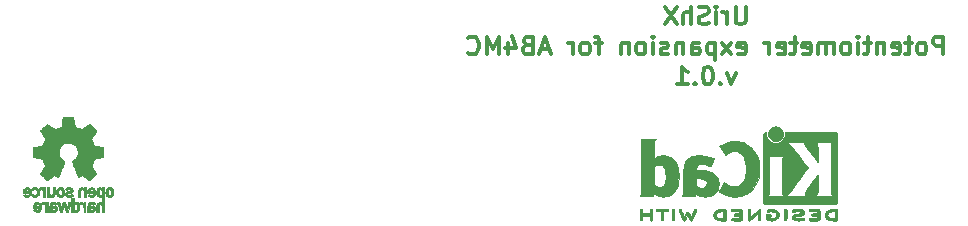
<source format=gbo>
G04 #@! TF.FileFunction,Legend,Bot*
%FSLAX46Y46*%
G04 Gerber Fmt 4.6, Leading zero omitted, Abs format (unit mm)*
G04 Created by KiCad (PCBNEW 4.0.7-e2-6376~58~ubuntu16.04.1) date Tue Aug 14 19:25:32 2018*
%MOMM*%
%LPD*%
G01*
G04 APERTURE LIST*
%ADD10C,0.100000*%
%ADD11C,0.300000*%
%ADD12C,0.010000*%
G04 APERTURE END LIST*
D10*
D11*
X165857142Y-94128571D02*
X165857142Y-95342857D01*
X165785714Y-95485714D01*
X165714285Y-95557143D01*
X165571428Y-95628571D01*
X165285714Y-95628571D01*
X165142856Y-95557143D01*
X165071428Y-95485714D01*
X164999999Y-95342857D01*
X164999999Y-94128571D01*
X164285713Y-95628571D02*
X164285713Y-94628571D01*
X164285713Y-94914286D02*
X164214285Y-94771429D01*
X164142856Y-94700000D01*
X163999999Y-94628571D01*
X163857142Y-94628571D01*
X163357142Y-95628571D02*
X163357142Y-94628571D01*
X163357142Y-94128571D02*
X163428571Y-94200000D01*
X163357142Y-94271429D01*
X163285714Y-94200000D01*
X163357142Y-94128571D01*
X163357142Y-94271429D01*
X162714285Y-95557143D02*
X162499999Y-95628571D01*
X162142856Y-95628571D01*
X161999999Y-95557143D01*
X161928570Y-95485714D01*
X161857142Y-95342857D01*
X161857142Y-95200000D01*
X161928570Y-95057143D01*
X161999999Y-94985714D01*
X162142856Y-94914286D01*
X162428570Y-94842857D01*
X162571428Y-94771429D01*
X162642856Y-94700000D01*
X162714285Y-94557143D01*
X162714285Y-94414286D01*
X162642856Y-94271429D01*
X162571428Y-94200000D01*
X162428570Y-94128571D01*
X162071428Y-94128571D01*
X161857142Y-94200000D01*
X161214285Y-95628571D02*
X161214285Y-94128571D01*
X160571428Y-95628571D02*
X160571428Y-94842857D01*
X160642857Y-94700000D01*
X160785714Y-94628571D01*
X160999999Y-94628571D01*
X161142857Y-94700000D01*
X161214285Y-94771429D01*
X159999999Y-94128571D02*
X158999999Y-95628571D01*
X158999999Y-94128571D02*
X159999999Y-95628571D01*
X182571428Y-98178571D02*
X182571428Y-96678571D01*
X182000000Y-96678571D01*
X181857142Y-96750000D01*
X181785714Y-96821429D01*
X181714285Y-96964286D01*
X181714285Y-97178571D01*
X181785714Y-97321429D01*
X181857142Y-97392857D01*
X182000000Y-97464286D01*
X182571428Y-97464286D01*
X180857142Y-98178571D02*
X181000000Y-98107143D01*
X181071428Y-98035714D01*
X181142857Y-97892857D01*
X181142857Y-97464286D01*
X181071428Y-97321429D01*
X181000000Y-97250000D01*
X180857142Y-97178571D01*
X180642857Y-97178571D01*
X180500000Y-97250000D01*
X180428571Y-97321429D01*
X180357142Y-97464286D01*
X180357142Y-97892857D01*
X180428571Y-98035714D01*
X180500000Y-98107143D01*
X180642857Y-98178571D01*
X180857142Y-98178571D01*
X179928571Y-97178571D02*
X179357142Y-97178571D01*
X179714285Y-96678571D02*
X179714285Y-97964286D01*
X179642857Y-98107143D01*
X179499999Y-98178571D01*
X179357142Y-98178571D01*
X178285714Y-98107143D02*
X178428571Y-98178571D01*
X178714285Y-98178571D01*
X178857142Y-98107143D01*
X178928571Y-97964286D01*
X178928571Y-97392857D01*
X178857142Y-97250000D01*
X178714285Y-97178571D01*
X178428571Y-97178571D01*
X178285714Y-97250000D01*
X178214285Y-97392857D01*
X178214285Y-97535714D01*
X178928571Y-97678571D01*
X177571428Y-97178571D02*
X177571428Y-98178571D01*
X177571428Y-97321429D02*
X177500000Y-97250000D01*
X177357142Y-97178571D01*
X177142857Y-97178571D01*
X177000000Y-97250000D01*
X176928571Y-97392857D01*
X176928571Y-98178571D01*
X176428571Y-97178571D02*
X175857142Y-97178571D01*
X176214285Y-96678571D02*
X176214285Y-97964286D01*
X176142857Y-98107143D01*
X175999999Y-98178571D01*
X175857142Y-98178571D01*
X175357142Y-98178571D02*
X175357142Y-97178571D01*
X175357142Y-96678571D02*
X175428571Y-96750000D01*
X175357142Y-96821429D01*
X175285714Y-96750000D01*
X175357142Y-96678571D01*
X175357142Y-96821429D01*
X174428570Y-98178571D02*
X174571428Y-98107143D01*
X174642856Y-98035714D01*
X174714285Y-97892857D01*
X174714285Y-97464286D01*
X174642856Y-97321429D01*
X174571428Y-97250000D01*
X174428570Y-97178571D01*
X174214285Y-97178571D01*
X174071428Y-97250000D01*
X173999999Y-97321429D01*
X173928570Y-97464286D01*
X173928570Y-97892857D01*
X173999999Y-98035714D01*
X174071428Y-98107143D01*
X174214285Y-98178571D01*
X174428570Y-98178571D01*
X173285713Y-98178571D02*
X173285713Y-97178571D01*
X173285713Y-97321429D02*
X173214285Y-97250000D01*
X173071427Y-97178571D01*
X172857142Y-97178571D01*
X172714285Y-97250000D01*
X172642856Y-97392857D01*
X172642856Y-98178571D01*
X172642856Y-97392857D02*
X172571427Y-97250000D01*
X172428570Y-97178571D01*
X172214285Y-97178571D01*
X172071427Y-97250000D01*
X171999999Y-97392857D01*
X171999999Y-98178571D01*
X170714285Y-98107143D02*
X170857142Y-98178571D01*
X171142856Y-98178571D01*
X171285713Y-98107143D01*
X171357142Y-97964286D01*
X171357142Y-97392857D01*
X171285713Y-97250000D01*
X171142856Y-97178571D01*
X170857142Y-97178571D01*
X170714285Y-97250000D01*
X170642856Y-97392857D01*
X170642856Y-97535714D01*
X171357142Y-97678571D01*
X170214285Y-97178571D02*
X169642856Y-97178571D01*
X169999999Y-96678571D02*
X169999999Y-97964286D01*
X169928571Y-98107143D01*
X169785713Y-98178571D01*
X169642856Y-98178571D01*
X168571428Y-98107143D02*
X168714285Y-98178571D01*
X168999999Y-98178571D01*
X169142856Y-98107143D01*
X169214285Y-97964286D01*
X169214285Y-97392857D01*
X169142856Y-97250000D01*
X168999999Y-97178571D01*
X168714285Y-97178571D01*
X168571428Y-97250000D01*
X168499999Y-97392857D01*
X168499999Y-97535714D01*
X169214285Y-97678571D01*
X167857142Y-98178571D02*
X167857142Y-97178571D01*
X167857142Y-97464286D02*
X167785714Y-97321429D01*
X167714285Y-97250000D01*
X167571428Y-97178571D01*
X167428571Y-97178571D01*
X165214286Y-98107143D02*
X165357143Y-98178571D01*
X165642857Y-98178571D01*
X165785714Y-98107143D01*
X165857143Y-97964286D01*
X165857143Y-97392857D01*
X165785714Y-97250000D01*
X165642857Y-97178571D01*
X165357143Y-97178571D01*
X165214286Y-97250000D01*
X165142857Y-97392857D01*
X165142857Y-97535714D01*
X165857143Y-97678571D01*
X164642857Y-98178571D02*
X163857143Y-97178571D01*
X164642857Y-97178571D02*
X163857143Y-98178571D01*
X163285714Y-97178571D02*
X163285714Y-98678571D01*
X163285714Y-97250000D02*
X163142857Y-97178571D01*
X162857143Y-97178571D01*
X162714286Y-97250000D01*
X162642857Y-97321429D01*
X162571428Y-97464286D01*
X162571428Y-97892857D01*
X162642857Y-98035714D01*
X162714286Y-98107143D01*
X162857143Y-98178571D01*
X163142857Y-98178571D01*
X163285714Y-98107143D01*
X161285714Y-98178571D02*
X161285714Y-97392857D01*
X161357143Y-97250000D01*
X161500000Y-97178571D01*
X161785714Y-97178571D01*
X161928571Y-97250000D01*
X161285714Y-98107143D02*
X161428571Y-98178571D01*
X161785714Y-98178571D01*
X161928571Y-98107143D01*
X162000000Y-97964286D01*
X162000000Y-97821429D01*
X161928571Y-97678571D01*
X161785714Y-97607143D01*
X161428571Y-97607143D01*
X161285714Y-97535714D01*
X160571428Y-97178571D02*
X160571428Y-98178571D01*
X160571428Y-97321429D02*
X160500000Y-97250000D01*
X160357142Y-97178571D01*
X160142857Y-97178571D01*
X160000000Y-97250000D01*
X159928571Y-97392857D01*
X159928571Y-98178571D01*
X159285714Y-98107143D02*
X159142857Y-98178571D01*
X158857142Y-98178571D01*
X158714285Y-98107143D01*
X158642857Y-97964286D01*
X158642857Y-97892857D01*
X158714285Y-97750000D01*
X158857142Y-97678571D01*
X159071428Y-97678571D01*
X159214285Y-97607143D01*
X159285714Y-97464286D01*
X159285714Y-97392857D01*
X159214285Y-97250000D01*
X159071428Y-97178571D01*
X158857142Y-97178571D01*
X158714285Y-97250000D01*
X157999999Y-98178571D02*
X157999999Y-97178571D01*
X157999999Y-96678571D02*
X158071428Y-96750000D01*
X157999999Y-96821429D01*
X157928571Y-96750000D01*
X157999999Y-96678571D01*
X157999999Y-96821429D01*
X157071427Y-98178571D02*
X157214285Y-98107143D01*
X157285713Y-98035714D01*
X157357142Y-97892857D01*
X157357142Y-97464286D01*
X157285713Y-97321429D01*
X157214285Y-97250000D01*
X157071427Y-97178571D01*
X156857142Y-97178571D01*
X156714285Y-97250000D01*
X156642856Y-97321429D01*
X156571427Y-97464286D01*
X156571427Y-97892857D01*
X156642856Y-98035714D01*
X156714285Y-98107143D01*
X156857142Y-98178571D01*
X157071427Y-98178571D01*
X155928570Y-97178571D02*
X155928570Y-98178571D01*
X155928570Y-97321429D02*
X155857142Y-97250000D01*
X155714284Y-97178571D01*
X155499999Y-97178571D01*
X155357142Y-97250000D01*
X155285713Y-97392857D01*
X155285713Y-98178571D01*
X153642856Y-97178571D02*
X153071427Y-97178571D01*
X153428570Y-98178571D02*
X153428570Y-96892857D01*
X153357142Y-96750000D01*
X153214284Y-96678571D01*
X153071427Y-96678571D01*
X152357141Y-98178571D02*
X152499999Y-98107143D01*
X152571427Y-98035714D01*
X152642856Y-97892857D01*
X152642856Y-97464286D01*
X152571427Y-97321429D01*
X152499999Y-97250000D01*
X152357141Y-97178571D01*
X152142856Y-97178571D01*
X151999999Y-97250000D01*
X151928570Y-97321429D01*
X151857141Y-97464286D01*
X151857141Y-97892857D01*
X151928570Y-98035714D01*
X151999999Y-98107143D01*
X152142856Y-98178571D01*
X152357141Y-98178571D01*
X151214284Y-98178571D02*
X151214284Y-97178571D01*
X151214284Y-97464286D02*
X151142856Y-97321429D01*
X151071427Y-97250000D01*
X150928570Y-97178571D01*
X150785713Y-97178571D01*
X149214285Y-97750000D02*
X148499999Y-97750000D01*
X149357142Y-98178571D02*
X148857142Y-96678571D01*
X148357142Y-98178571D01*
X147357142Y-97392857D02*
X147142856Y-97464286D01*
X147071428Y-97535714D01*
X146999999Y-97678571D01*
X146999999Y-97892857D01*
X147071428Y-98035714D01*
X147142856Y-98107143D01*
X147285714Y-98178571D01*
X147857142Y-98178571D01*
X147857142Y-96678571D01*
X147357142Y-96678571D01*
X147214285Y-96750000D01*
X147142856Y-96821429D01*
X147071428Y-96964286D01*
X147071428Y-97107143D01*
X147142856Y-97250000D01*
X147214285Y-97321429D01*
X147357142Y-97392857D01*
X147857142Y-97392857D01*
X145714285Y-97178571D02*
X145714285Y-98178571D01*
X146071428Y-96607143D02*
X146428571Y-97678571D01*
X145499999Y-97678571D01*
X144928571Y-98178571D02*
X144928571Y-96678571D01*
X144428571Y-97750000D01*
X143928571Y-96678571D01*
X143928571Y-98178571D01*
X142357142Y-98035714D02*
X142428571Y-98107143D01*
X142642857Y-98178571D01*
X142785714Y-98178571D01*
X142999999Y-98107143D01*
X143142857Y-97964286D01*
X143214285Y-97821429D01*
X143285714Y-97535714D01*
X143285714Y-97321429D01*
X143214285Y-97035714D01*
X143142857Y-96892857D01*
X142999999Y-96750000D01*
X142785714Y-96678571D01*
X142642857Y-96678571D01*
X142428571Y-96750000D01*
X142357142Y-96821429D01*
X164999999Y-99728571D02*
X164642856Y-100728571D01*
X164285714Y-99728571D01*
X163714285Y-100585714D02*
X163642857Y-100657143D01*
X163714285Y-100728571D01*
X163785714Y-100657143D01*
X163714285Y-100585714D01*
X163714285Y-100728571D01*
X162714285Y-99228571D02*
X162571428Y-99228571D01*
X162428571Y-99300000D01*
X162357142Y-99371429D01*
X162285713Y-99514286D01*
X162214285Y-99800000D01*
X162214285Y-100157143D01*
X162285713Y-100442857D01*
X162357142Y-100585714D01*
X162428571Y-100657143D01*
X162571428Y-100728571D01*
X162714285Y-100728571D01*
X162857142Y-100657143D01*
X162928571Y-100585714D01*
X162999999Y-100442857D01*
X163071428Y-100157143D01*
X163071428Y-99800000D01*
X162999999Y-99514286D01*
X162928571Y-99371429D01*
X162857142Y-99300000D01*
X162714285Y-99228571D01*
X161571428Y-100585714D02*
X161500000Y-100657143D01*
X161571428Y-100728571D01*
X161642857Y-100657143D01*
X161571428Y-100585714D01*
X161571428Y-100728571D01*
X160071428Y-100728571D02*
X160928571Y-100728571D01*
X160499999Y-100728571D02*
X160499999Y-99228571D01*
X160642856Y-99442857D01*
X160785714Y-99585714D01*
X160928571Y-99657143D01*
D12*
G36*
X173399754Y-111270945D02*
X173347189Y-111271480D01*
X173193165Y-111275196D01*
X173064171Y-111286235D01*
X172955809Y-111305782D01*
X172863684Y-111335019D01*
X172783399Y-111375133D01*
X172710558Y-111427305D01*
X172684541Y-111449969D01*
X172641383Y-111502998D01*
X172602467Y-111574957D01*
X172572473Y-111654720D01*
X172556081Y-111731161D01*
X172554378Y-111759408D01*
X172565051Y-111837710D01*
X172593653Y-111923241D01*
X172635057Y-112004199D01*
X172684141Y-112068782D01*
X172692113Y-112076574D01*
X172759646Y-112131344D01*
X172833598Y-112174099D01*
X172918234Y-112205959D01*
X173017817Y-112228044D01*
X173136612Y-112241474D01*
X173278880Y-112247370D01*
X173344046Y-112247870D01*
X173426901Y-112247471D01*
X173485169Y-112245802D01*
X173524316Y-112242158D01*
X173549809Y-112235829D01*
X173567114Y-112226110D01*
X173576390Y-112217810D01*
X173585152Y-112207728D01*
X173592025Y-112194721D01*
X173597238Y-112175305D01*
X173601019Y-112145996D01*
X173603597Y-112103309D01*
X173605200Y-112043761D01*
X173606057Y-111963866D01*
X173606397Y-111860141D01*
X173606449Y-111759408D01*
X173606780Y-111625055D01*
X173606708Y-111517728D01*
X173605430Y-111466331D01*
X173411065Y-111466331D01*
X173411065Y-112052485D01*
X173287071Y-112052371D01*
X173212461Y-112050232D01*
X173134318Y-112044719D01*
X173069120Y-112037008D01*
X173067136Y-112036691D01*
X172961763Y-112011214D01*
X172880032Y-111971536D01*
X172817862Y-111915074D01*
X172778360Y-111853942D01*
X172754020Y-111786129D01*
X172755907Y-111722455D01*
X172784155Y-111654201D01*
X172839408Y-111583592D01*
X172915973Y-111531271D01*
X173015495Y-111496299D01*
X173082007Y-111483922D01*
X173157507Y-111475230D01*
X173237525Y-111468940D01*
X173305584Y-111466324D01*
X173309615Y-111466312D01*
X173411065Y-111466331D01*
X173605430Y-111466331D01*
X173604636Y-111434417D01*
X173598961Y-111372115D01*
X173588087Y-111327811D01*
X173570414Y-111298496D01*
X173544343Y-111281161D01*
X173508275Y-111272797D01*
X173460612Y-111270395D01*
X173399754Y-111270945D01*
X173399754Y-111270945D01*
G37*
X173399754Y-111270945D02*
X173347189Y-111271480D01*
X173193165Y-111275196D01*
X173064171Y-111286235D01*
X172955809Y-111305782D01*
X172863684Y-111335019D01*
X172783399Y-111375133D01*
X172710558Y-111427305D01*
X172684541Y-111449969D01*
X172641383Y-111502998D01*
X172602467Y-111574957D01*
X172572473Y-111654720D01*
X172556081Y-111731161D01*
X172554378Y-111759408D01*
X172565051Y-111837710D01*
X172593653Y-111923241D01*
X172635057Y-112004199D01*
X172684141Y-112068782D01*
X172692113Y-112076574D01*
X172759646Y-112131344D01*
X172833598Y-112174099D01*
X172918234Y-112205959D01*
X173017817Y-112228044D01*
X173136612Y-112241474D01*
X173278880Y-112247370D01*
X173344046Y-112247870D01*
X173426901Y-112247471D01*
X173485169Y-112245802D01*
X173524316Y-112242158D01*
X173549809Y-112235829D01*
X173567114Y-112226110D01*
X173576390Y-112217810D01*
X173585152Y-112207728D01*
X173592025Y-112194721D01*
X173597238Y-112175305D01*
X173601019Y-112145996D01*
X173603597Y-112103309D01*
X173605200Y-112043761D01*
X173606057Y-111963866D01*
X173606397Y-111860141D01*
X173606449Y-111759408D01*
X173606780Y-111625055D01*
X173606708Y-111517728D01*
X173605430Y-111466331D01*
X173411065Y-111466331D01*
X173411065Y-112052485D01*
X173287071Y-112052371D01*
X173212461Y-112050232D01*
X173134318Y-112044719D01*
X173069120Y-112037008D01*
X173067136Y-112036691D01*
X172961763Y-112011214D01*
X172880032Y-111971536D01*
X172817862Y-111915074D01*
X172778360Y-111853942D01*
X172754020Y-111786129D01*
X172755907Y-111722455D01*
X172784155Y-111654201D01*
X172839408Y-111583592D01*
X172915973Y-111531271D01*
X173015495Y-111496299D01*
X173082007Y-111483922D01*
X173157507Y-111475230D01*
X173237525Y-111468940D01*
X173305584Y-111466324D01*
X173309615Y-111466312D01*
X173411065Y-111466331D01*
X173605430Y-111466331D01*
X173604636Y-111434417D01*
X173598961Y-111372115D01*
X173588087Y-111327811D01*
X173570414Y-111298496D01*
X173544343Y-111281161D01*
X173508275Y-111272797D01*
X173460612Y-111270395D01*
X173399754Y-111270945D01*
G36*
X171524430Y-111271052D02*
X171432022Y-111271548D01*
X171362273Y-111272701D01*
X171311483Y-111274780D01*
X171275951Y-111278051D01*
X171251978Y-111282783D01*
X171235864Y-111289243D01*
X171223909Y-111297699D01*
X171219579Y-111301591D01*
X171193251Y-111342940D01*
X171188511Y-111390452D01*
X171205830Y-111432631D01*
X171213839Y-111441156D01*
X171226792Y-111449421D01*
X171247648Y-111455797D01*
X171280276Y-111460595D01*
X171328542Y-111464124D01*
X171396314Y-111466694D01*
X171487460Y-111468617D01*
X171570791Y-111469787D01*
X171900592Y-111473846D01*
X171909606Y-111646686D01*
X171685742Y-111646686D01*
X171588554Y-111647525D01*
X171517403Y-111651032D01*
X171468291Y-111658695D01*
X171437217Y-111672003D01*
X171420184Y-111692441D01*
X171413192Y-111721499D01*
X171412130Y-111748467D01*
X171415430Y-111781557D01*
X171427883Y-111805940D01*
X171453320Y-111822889D01*
X171495571Y-111833679D01*
X171558466Y-111839584D01*
X171645835Y-111841877D01*
X171693521Y-111842071D01*
X171908106Y-111842071D01*
X171908106Y-112052485D01*
X171577455Y-112052485D01*
X171469070Y-112052636D01*
X171386697Y-112053314D01*
X171326289Y-112054856D01*
X171283799Y-112057599D01*
X171255181Y-112061881D01*
X171236388Y-112068039D01*
X171223374Y-112076409D01*
X171216745Y-112082544D01*
X171194007Y-112118349D01*
X171186686Y-112150177D01*
X171197139Y-112189054D01*
X171216745Y-112217810D01*
X171227205Y-112226863D01*
X171240708Y-112233893D01*
X171260886Y-112239154D01*
X171291371Y-112242901D01*
X171335795Y-112245390D01*
X171397791Y-112246875D01*
X171480991Y-112247611D01*
X171589027Y-112247854D01*
X171645089Y-112247870D01*
X171765144Y-112247763D01*
X171858774Y-112247275D01*
X171929609Y-112246149D01*
X171981281Y-112244131D01*
X172017423Y-112240966D01*
X172041668Y-112236399D01*
X172057647Y-112230176D01*
X172068993Y-112222040D01*
X172073432Y-112217810D01*
X172082217Y-112207696D01*
X172089104Y-112194648D01*
X172094321Y-112175170D01*
X172098099Y-112145764D01*
X172100670Y-112102934D01*
X172102264Y-112043184D01*
X172103111Y-111963017D01*
X172103442Y-111858937D01*
X172103491Y-111762028D01*
X172103446Y-111637923D01*
X172103134Y-111540366D01*
X172102288Y-111465846D01*
X172100642Y-111410851D01*
X172097929Y-111371870D01*
X172093883Y-111345393D01*
X172088237Y-111327906D01*
X172080726Y-111315900D01*
X172071082Y-111305863D01*
X172068706Y-111303626D01*
X172057175Y-111293719D01*
X172043778Y-111286048D01*
X172024796Y-111280326D01*
X171996515Y-111276268D01*
X171955218Y-111273588D01*
X171897188Y-111272002D01*
X171818709Y-111271224D01*
X171716066Y-111270968D01*
X171643196Y-111270946D01*
X171524430Y-111271052D01*
X171524430Y-111271052D01*
G37*
X171524430Y-111271052D02*
X171432022Y-111271548D01*
X171362273Y-111272701D01*
X171311483Y-111274780D01*
X171275951Y-111278051D01*
X171251978Y-111282783D01*
X171235864Y-111289243D01*
X171223909Y-111297699D01*
X171219579Y-111301591D01*
X171193251Y-111342940D01*
X171188511Y-111390452D01*
X171205830Y-111432631D01*
X171213839Y-111441156D01*
X171226792Y-111449421D01*
X171247648Y-111455797D01*
X171280276Y-111460595D01*
X171328542Y-111464124D01*
X171396314Y-111466694D01*
X171487460Y-111468617D01*
X171570791Y-111469787D01*
X171900592Y-111473846D01*
X171909606Y-111646686D01*
X171685742Y-111646686D01*
X171588554Y-111647525D01*
X171517403Y-111651032D01*
X171468291Y-111658695D01*
X171437217Y-111672003D01*
X171420184Y-111692441D01*
X171413192Y-111721499D01*
X171412130Y-111748467D01*
X171415430Y-111781557D01*
X171427883Y-111805940D01*
X171453320Y-111822889D01*
X171495571Y-111833679D01*
X171558466Y-111839584D01*
X171645835Y-111841877D01*
X171693521Y-111842071D01*
X171908106Y-111842071D01*
X171908106Y-112052485D01*
X171577455Y-112052485D01*
X171469070Y-112052636D01*
X171386697Y-112053314D01*
X171326289Y-112054856D01*
X171283799Y-112057599D01*
X171255181Y-112061881D01*
X171236388Y-112068039D01*
X171223374Y-112076409D01*
X171216745Y-112082544D01*
X171194007Y-112118349D01*
X171186686Y-112150177D01*
X171197139Y-112189054D01*
X171216745Y-112217810D01*
X171227205Y-112226863D01*
X171240708Y-112233893D01*
X171260886Y-112239154D01*
X171291371Y-112242901D01*
X171335795Y-112245390D01*
X171397791Y-112246875D01*
X171480991Y-112247611D01*
X171589027Y-112247854D01*
X171645089Y-112247870D01*
X171765144Y-112247763D01*
X171858774Y-112247275D01*
X171929609Y-112246149D01*
X171981281Y-112244131D01*
X172017423Y-112240966D01*
X172041668Y-112236399D01*
X172057647Y-112230176D01*
X172068993Y-112222040D01*
X172073432Y-112217810D01*
X172082217Y-112207696D01*
X172089104Y-112194648D01*
X172094321Y-112175170D01*
X172098099Y-112145764D01*
X172100670Y-112102934D01*
X172102264Y-112043184D01*
X172103111Y-111963017D01*
X172103442Y-111858937D01*
X172103491Y-111762028D01*
X172103446Y-111637923D01*
X172103134Y-111540366D01*
X172102288Y-111465846D01*
X172100642Y-111410851D01*
X172097929Y-111371870D01*
X172093883Y-111345393D01*
X172088237Y-111327906D01*
X172080726Y-111315900D01*
X172071082Y-111305863D01*
X172068706Y-111303626D01*
X172057175Y-111293719D01*
X172043778Y-111286048D01*
X172024796Y-111280326D01*
X171996515Y-111276268D01*
X171955218Y-111273588D01*
X171897188Y-111272002D01*
X171818709Y-111271224D01*
X171716066Y-111270968D01*
X171643196Y-111270946D01*
X171524430Y-111271052D01*
G36*
X170164988Y-111272657D02*
X170065383Y-111279620D01*
X169972744Y-111290495D01*
X169892458Y-111304874D01*
X169829908Y-111322346D01*
X169790481Y-111342502D01*
X169784429Y-111348435D01*
X169763384Y-111394475D01*
X169769766Y-111441740D01*
X169802407Y-111482178D01*
X169803964Y-111483337D01*
X169823163Y-111495797D01*
X169843205Y-111502349D01*
X169871160Y-111503144D01*
X169914099Y-111498336D01*
X169979091Y-111488075D01*
X169984319Y-111487211D01*
X170081161Y-111475314D01*
X170185644Y-111469445D01*
X170290435Y-111469388D01*
X170388202Y-111474927D01*
X170471612Y-111485845D01*
X170533333Y-111501925D01*
X170537388Y-111503541D01*
X170582164Y-111528629D01*
X170597896Y-111554018D01*
X170585580Y-111578987D01*
X170546215Y-111602816D01*
X170480798Y-111624782D01*
X170390326Y-111644166D01*
X170330000Y-111653498D01*
X170204600Y-111671449D01*
X170104865Y-111687859D01*
X170026546Y-111704148D01*
X169965393Y-111721738D01*
X169917159Y-111742049D01*
X169877595Y-111766503D01*
X169842452Y-111796520D01*
X169814211Y-111825996D01*
X169780708Y-111867067D01*
X169764219Y-111902382D01*
X169759063Y-111945893D01*
X169758876Y-111961828D01*
X169762748Y-112014705D01*
X169778227Y-112054043D01*
X169805015Y-112088960D01*
X169859459Y-112142334D01*
X169920170Y-112183038D01*
X169991658Y-112212400D01*
X170078436Y-112231747D01*
X170185014Y-112242406D01*
X170315903Y-112245705D01*
X170337515Y-112245649D01*
X170424798Y-112243840D01*
X170511359Y-112239729D01*
X170587762Y-112233906D01*
X170644570Y-112226961D01*
X170649164Y-112226164D01*
X170705645Y-112212784D01*
X170753552Y-112195882D01*
X170780673Y-112180431D01*
X170805911Y-112139666D01*
X170807669Y-112092198D01*
X170785912Y-112049895D01*
X170781044Y-112045112D01*
X170760922Y-112030899D01*
X170735758Y-112024776D01*
X170696813Y-112025818D01*
X170649535Y-112031234D01*
X170596705Y-112036073D01*
X170522648Y-112040155D01*
X170436191Y-112043118D01*
X170346163Y-112044597D01*
X170322485Y-112044694D01*
X170232122Y-112044330D01*
X170165989Y-112042576D01*
X170118267Y-112038823D01*
X170083138Y-112032463D01*
X170054782Y-112022887D01*
X170037741Y-112014911D01*
X170000296Y-111992765D01*
X169976421Y-111972708D01*
X169972932Y-111967023D01*
X169980293Y-111943545D01*
X170015287Y-111920817D01*
X170075488Y-111899870D01*
X170158471Y-111881736D01*
X170182920Y-111877697D01*
X170310622Y-111857639D01*
X170412540Y-111840874D01*
X170492606Y-111826183D01*
X170554754Y-111812348D01*
X170602918Y-111798151D01*
X170641032Y-111782373D01*
X170673030Y-111763796D01*
X170702844Y-111741202D01*
X170734410Y-111713373D01*
X170745032Y-111703616D01*
X170782273Y-111667202D01*
X170801987Y-111638352D01*
X170809699Y-111605338D01*
X170810947Y-111563735D01*
X170797215Y-111482151D01*
X170756178Y-111412834D01*
X170688070Y-111356008D01*
X170593127Y-111311897D01*
X170525384Y-111292112D01*
X170451759Y-111279333D01*
X170363561Y-111272104D01*
X170266176Y-111270015D01*
X170164988Y-111272657D01*
X170164988Y-111272657D01*
G37*
X170164988Y-111272657D02*
X170065383Y-111279620D01*
X169972744Y-111290495D01*
X169892458Y-111304874D01*
X169829908Y-111322346D01*
X169790481Y-111342502D01*
X169784429Y-111348435D01*
X169763384Y-111394475D01*
X169769766Y-111441740D01*
X169802407Y-111482178D01*
X169803964Y-111483337D01*
X169823163Y-111495797D01*
X169843205Y-111502349D01*
X169871160Y-111503144D01*
X169914099Y-111498336D01*
X169979091Y-111488075D01*
X169984319Y-111487211D01*
X170081161Y-111475314D01*
X170185644Y-111469445D01*
X170290435Y-111469388D01*
X170388202Y-111474927D01*
X170471612Y-111485845D01*
X170533333Y-111501925D01*
X170537388Y-111503541D01*
X170582164Y-111528629D01*
X170597896Y-111554018D01*
X170585580Y-111578987D01*
X170546215Y-111602816D01*
X170480798Y-111624782D01*
X170390326Y-111644166D01*
X170330000Y-111653498D01*
X170204600Y-111671449D01*
X170104865Y-111687859D01*
X170026546Y-111704148D01*
X169965393Y-111721738D01*
X169917159Y-111742049D01*
X169877595Y-111766503D01*
X169842452Y-111796520D01*
X169814211Y-111825996D01*
X169780708Y-111867067D01*
X169764219Y-111902382D01*
X169759063Y-111945893D01*
X169758876Y-111961828D01*
X169762748Y-112014705D01*
X169778227Y-112054043D01*
X169805015Y-112088960D01*
X169859459Y-112142334D01*
X169920170Y-112183038D01*
X169991658Y-112212400D01*
X170078436Y-112231747D01*
X170185014Y-112242406D01*
X170315903Y-112245705D01*
X170337515Y-112245649D01*
X170424798Y-112243840D01*
X170511359Y-112239729D01*
X170587762Y-112233906D01*
X170644570Y-112226961D01*
X170649164Y-112226164D01*
X170705645Y-112212784D01*
X170753552Y-112195882D01*
X170780673Y-112180431D01*
X170805911Y-112139666D01*
X170807669Y-112092198D01*
X170785912Y-112049895D01*
X170781044Y-112045112D01*
X170760922Y-112030899D01*
X170735758Y-112024776D01*
X170696813Y-112025818D01*
X170649535Y-112031234D01*
X170596705Y-112036073D01*
X170522648Y-112040155D01*
X170436191Y-112043118D01*
X170346163Y-112044597D01*
X170322485Y-112044694D01*
X170232122Y-112044330D01*
X170165989Y-112042576D01*
X170118267Y-112038823D01*
X170083138Y-112032463D01*
X170054782Y-112022887D01*
X170037741Y-112014911D01*
X170000296Y-111992765D01*
X169976421Y-111972708D01*
X169972932Y-111967023D01*
X169980293Y-111943545D01*
X170015287Y-111920817D01*
X170075488Y-111899870D01*
X170158471Y-111881736D01*
X170182920Y-111877697D01*
X170310622Y-111857639D01*
X170412540Y-111840874D01*
X170492606Y-111826183D01*
X170554754Y-111812348D01*
X170602918Y-111798151D01*
X170641032Y-111782373D01*
X170673030Y-111763796D01*
X170702844Y-111741202D01*
X170734410Y-111713373D01*
X170745032Y-111703616D01*
X170782273Y-111667202D01*
X170801987Y-111638352D01*
X170809699Y-111605338D01*
X170810947Y-111563735D01*
X170797215Y-111482151D01*
X170756178Y-111412834D01*
X170688070Y-111356008D01*
X170593127Y-111311897D01*
X170525384Y-111292112D01*
X170451759Y-111279333D01*
X170363561Y-111272104D01*
X170266176Y-111270015D01*
X170164988Y-111272657D01*
G36*
X169142663Y-111301006D02*
X169133901Y-111311088D01*
X169127028Y-111324095D01*
X169121815Y-111343511D01*
X169118034Y-111372820D01*
X169115456Y-111415507D01*
X169113853Y-111475055D01*
X169112995Y-111554950D01*
X169112656Y-111658676D01*
X169112603Y-111759408D01*
X169112696Y-111884352D01*
X169113127Y-111982721D01*
X169114123Y-112058001D01*
X169115915Y-112113674D01*
X169118729Y-112153226D01*
X169122796Y-112180141D01*
X169128342Y-112197903D01*
X169135597Y-112209997D01*
X169142663Y-112217810D01*
X169186602Y-112244012D01*
X169233420Y-112241661D01*
X169275309Y-112213084D01*
X169284934Y-112201927D01*
X169292455Y-112188983D01*
X169298134Y-112170672D01*
X169302227Y-112143418D01*
X169304995Y-112103640D01*
X169306696Y-112047762D01*
X169307589Y-111972204D01*
X169307933Y-111873388D01*
X169307988Y-111761514D01*
X169307988Y-111344728D01*
X169271097Y-111307837D01*
X169225625Y-111276800D01*
X169181516Y-111275681D01*
X169142663Y-111301006D01*
X169142663Y-111301006D01*
G37*
X169142663Y-111301006D02*
X169133901Y-111311088D01*
X169127028Y-111324095D01*
X169121815Y-111343511D01*
X169118034Y-111372820D01*
X169115456Y-111415507D01*
X169113853Y-111475055D01*
X169112995Y-111554950D01*
X169112656Y-111658676D01*
X169112603Y-111759408D01*
X169112696Y-111884352D01*
X169113127Y-111982721D01*
X169114123Y-112058001D01*
X169115915Y-112113674D01*
X169118729Y-112153226D01*
X169122796Y-112180141D01*
X169128342Y-112197903D01*
X169135597Y-112209997D01*
X169142663Y-112217810D01*
X169186602Y-112244012D01*
X169233420Y-112241661D01*
X169275309Y-112213084D01*
X169284934Y-112201927D01*
X169292455Y-112188983D01*
X169298134Y-112170672D01*
X169302227Y-112143418D01*
X169304995Y-112103640D01*
X169306696Y-112047762D01*
X169307589Y-111972204D01*
X169307933Y-111873388D01*
X169307988Y-111761514D01*
X169307988Y-111344728D01*
X169271097Y-111307837D01*
X169225625Y-111276800D01*
X169181516Y-111275681D01*
X169142663Y-111301006D01*
G36*
X167846262Y-111278312D02*
X167755041Y-111293618D01*
X167684982Y-111317411D01*
X167639404Y-111348740D01*
X167626984Y-111366614D01*
X167614354Y-111408185D01*
X167622853Y-111445792D01*
X167649685Y-111481455D01*
X167691376Y-111498139D01*
X167751870Y-111496784D01*
X167798659Y-111487745D01*
X167902628Y-111470523D01*
X168008880Y-111468887D01*
X168127809Y-111482865D01*
X168160660Y-111488788D01*
X168271245Y-111519967D01*
X168357759Y-111566346D01*
X168419253Y-111627135D01*
X168454778Y-111701544D01*
X168462125Y-111740014D01*
X168457316Y-111818063D01*
X168426266Y-111887117D01*
X168371806Y-111945829D01*
X168296764Y-111992853D01*
X168203970Y-112026843D01*
X168096252Y-112046454D01*
X167976441Y-112050341D01*
X167847365Y-112037156D01*
X167840077Y-112035912D01*
X167788738Y-112026350D01*
X167760272Y-112017114D01*
X167747934Y-112003409D01*
X167744978Y-111980442D01*
X167744911Y-111968279D01*
X167744911Y-111917219D01*
X167836077Y-111917219D01*
X167916582Y-111911704D01*
X167971521Y-111894130D01*
X168003486Y-111862953D01*
X168015072Y-111816630D01*
X168015213Y-111810584D01*
X168008435Y-111770989D01*
X167985191Y-111742717D01*
X167941930Y-111724007D01*
X167875101Y-111713100D01*
X167810370Y-111709090D01*
X167716287Y-111706789D01*
X167648044Y-111710300D01*
X167601501Y-111723255D01*
X167572518Y-111749286D01*
X167556955Y-111792027D01*
X167550671Y-111855110D01*
X167549526Y-111937964D01*
X167551402Y-112030446D01*
X167557046Y-112093354D01*
X167566482Y-112126939D01*
X167568313Y-112129569D01*
X167620125Y-112171534D01*
X167696090Y-112204768D01*
X167791392Y-112228559D01*
X167901216Y-112242199D01*
X168020746Y-112244978D01*
X168145166Y-112236185D01*
X168218343Y-112225385D01*
X168333120Y-112192898D01*
X168439796Y-112139786D01*
X168529111Y-112070855D01*
X168542686Y-112057078D01*
X168586792Y-111999158D01*
X168626589Y-111927376D01*
X168657427Y-111852119D01*
X168674657Y-111783777D01*
X168676734Y-111757529D01*
X168667893Y-111702777D01*
X168644395Y-111634655D01*
X168610749Y-111562950D01*
X168571464Y-111497449D01*
X168536755Y-111453698D01*
X168455603Y-111388619D01*
X168350698Y-111336821D01*
X168225800Y-111299474D01*
X168084667Y-111277753D01*
X167955325Y-111272445D01*
X167846262Y-111278312D01*
X167846262Y-111278312D01*
G37*
X167846262Y-111278312D02*
X167755041Y-111293618D01*
X167684982Y-111317411D01*
X167639404Y-111348740D01*
X167626984Y-111366614D01*
X167614354Y-111408185D01*
X167622853Y-111445792D01*
X167649685Y-111481455D01*
X167691376Y-111498139D01*
X167751870Y-111496784D01*
X167798659Y-111487745D01*
X167902628Y-111470523D01*
X168008880Y-111468887D01*
X168127809Y-111482865D01*
X168160660Y-111488788D01*
X168271245Y-111519967D01*
X168357759Y-111566346D01*
X168419253Y-111627135D01*
X168454778Y-111701544D01*
X168462125Y-111740014D01*
X168457316Y-111818063D01*
X168426266Y-111887117D01*
X168371806Y-111945829D01*
X168296764Y-111992853D01*
X168203970Y-112026843D01*
X168096252Y-112046454D01*
X167976441Y-112050341D01*
X167847365Y-112037156D01*
X167840077Y-112035912D01*
X167788738Y-112026350D01*
X167760272Y-112017114D01*
X167747934Y-112003409D01*
X167744978Y-111980442D01*
X167744911Y-111968279D01*
X167744911Y-111917219D01*
X167836077Y-111917219D01*
X167916582Y-111911704D01*
X167971521Y-111894130D01*
X168003486Y-111862953D01*
X168015072Y-111816630D01*
X168015213Y-111810584D01*
X168008435Y-111770989D01*
X167985191Y-111742717D01*
X167941930Y-111724007D01*
X167875101Y-111713100D01*
X167810370Y-111709090D01*
X167716287Y-111706789D01*
X167648044Y-111710300D01*
X167601501Y-111723255D01*
X167572518Y-111749286D01*
X167556955Y-111792027D01*
X167550671Y-111855110D01*
X167549526Y-111937964D01*
X167551402Y-112030446D01*
X167557046Y-112093354D01*
X167566482Y-112126939D01*
X167568313Y-112129569D01*
X167620125Y-112171534D01*
X167696090Y-112204768D01*
X167791392Y-112228559D01*
X167901216Y-112242199D01*
X168020746Y-112244978D01*
X168145166Y-112236185D01*
X168218343Y-112225385D01*
X168333120Y-112192898D01*
X168439796Y-112139786D01*
X168529111Y-112070855D01*
X168542686Y-112057078D01*
X168586792Y-111999158D01*
X168626589Y-111927376D01*
X168657427Y-111852119D01*
X168674657Y-111783777D01*
X168676734Y-111757529D01*
X168667893Y-111702777D01*
X168644395Y-111634655D01*
X168610749Y-111562950D01*
X168571464Y-111497449D01*
X168536755Y-111453698D01*
X168455603Y-111388619D01*
X168350698Y-111336821D01*
X168225800Y-111299474D01*
X168084667Y-111277753D01*
X167955325Y-111272445D01*
X167846262Y-111278312D01*
G36*
X166980920Y-111276780D02*
X166949545Y-111295185D01*
X166908522Y-111325285D01*
X166855724Y-111368496D01*
X166789025Y-111426238D01*
X166706299Y-111499928D01*
X166605420Y-111590984D01*
X166489941Y-111695674D01*
X166249467Y-111913743D01*
X166241952Y-111621044D01*
X166239239Y-111520290D01*
X166236622Y-111445258D01*
X166233520Y-111391620D01*
X166229356Y-111355046D01*
X166223551Y-111331207D01*
X166215524Y-111315774D01*
X166204697Y-111304418D01*
X166198956Y-111299646D01*
X166152983Y-111274413D01*
X166109237Y-111278102D01*
X166074535Y-111299659D01*
X166039053Y-111328371D01*
X166034640Y-111747686D01*
X166033419Y-111871007D01*
X166032797Y-111967884D01*
X166032990Y-112041930D01*
X166034214Y-112096757D01*
X166036684Y-112135979D01*
X166040614Y-112163209D01*
X166046220Y-112182059D01*
X166053718Y-112196141D01*
X166062033Y-112207435D01*
X166080022Y-112228382D01*
X166097921Y-112242267D01*
X166118212Y-112247596D01*
X166143378Y-112242876D01*
X166175900Y-112226613D01*
X166218263Y-112197313D01*
X166272948Y-112153482D01*
X166342437Y-112093627D01*
X166429215Y-112016254D01*
X166527515Y-111927350D01*
X166880710Y-111606971D01*
X166888225Y-111898713D01*
X166890943Y-111999283D01*
X166893567Y-112074140D01*
X166896679Y-112127620D01*
X166900862Y-112164062D01*
X166906697Y-112187804D01*
X166914766Y-112203182D01*
X166925651Y-112214536D01*
X166931221Y-112219162D01*
X166980456Y-112244578D01*
X167026977Y-112240745D01*
X167067489Y-112208269D01*
X167076756Y-112195203D01*
X167083979Y-112179945D01*
X167089412Y-112158832D01*
X167093308Y-112128205D01*
X167095921Y-112084402D01*
X167097507Y-112023763D01*
X167098318Y-111942627D01*
X167098608Y-111837333D01*
X167098639Y-111759408D01*
X167098541Y-111637524D01*
X167098079Y-111542039D01*
X167096997Y-111469291D01*
X167095043Y-111415619D01*
X167091962Y-111377363D01*
X167087500Y-111350863D01*
X167081403Y-111332456D01*
X167073417Y-111318484D01*
X167067489Y-111310547D01*
X167052462Y-111291748D01*
X167038418Y-111277553D01*
X167023230Y-111269382D01*
X167004773Y-111268652D01*
X166980920Y-111276780D01*
X166980920Y-111276780D01*
G37*
X166980920Y-111276780D02*
X166949545Y-111295185D01*
X166908522Y-111325285D01*
X166855724Y-111368496D01*
X166789025Y-111426238D01*
X166706299Y-111499928D01*
X166605420Y-111590984D01*
X166489941Y-111695674D01*
X166249467Y-111913743D01*
X166241952Y-111621044D01*
X166239239Y-111520290D01*
X166236622Y-111445258D01*
X166233520Y-111391620D01*
X166229356Y-111355046D01*
X166223551Y-111331207D01*
X166215524Y-111315774D01*
X166204697Y-111304418D01*
X166198956Y-111299646D01*
X166152983Y-111274413D01*
X166109237Y-111278102D01*
X166074535Y-111299659D01*
X166039053Y-111328371D01*
X166034640Y-111747686D01*
X166033419Y-111871007D01*
X166032797Y-111967884D01*
X166032990Y-112041930D01*
X166034214Y-112096757D01*
X166036684Y-112135979D01*
X166040614Y-112163209D01*
X166046220Y-112182059D01*
X166053718Y-112196141D01*
X166062033Y-112207435D01*
X166080022Y-112228382D01*
X166097921Y-112242267D01*
X166118212Y-112247596D01*
X166143378Y-112242876D01*
X166175900Y-112226613D01*
X166218263Y-112197313D01*
X166272948Y-112153482D01*
X166342437Y-112093627D01*
X166429215Y-112016254D01*
X166527515Y-111927350D01*
X166880710Y-111606971D01*
X166888225Y-111898713D01*
X166890943Y-111999283D01*
X166893567Y-112074140D01*
X166896679Y-112127620D01*
X166900862Y-112164062D01*
X166906697Y-112187804D01*
X166914766Y-112203182D01*
X166925651Y-112214536D01*
X166931221Y-112219162D01*
X166980456Y-112244578D01*
X167026977Y-112240745D01*
X167067489Y-112208269D01*
X167076756Y-112195203D01*
X167083979Y-112179945D01*
X167089412Y-112158832D01*
X167093308Y-112128205D01*
X167095921Y-112084402D01*
X167097507Y-112023763D01*
X167098318Y-111942627D01*
X167098608Y-111837333D01*
X167098639Y-111759408D01*
X167098541Y-111637524D01*
X167098079Y-111542039D01*
X167096997Y-111469291D01*
X167095043Y-111415619D01*
X167091962Y-111377363D01*
X167087500Y-111350863D01*
X167081403Y-111332456D01*
X167073417Y-111318484D01*
X167067489Y-111310547D01*
X167052462Y-111291748D01*
X167038418Y-111277553D01*
X167023230Y-111269382D01*
X167004773Y-111268652D01*
X166980920Y-111276780D01*
G36*
X164943330Y-111271203D02*
X164841669Y-111272420D01*
X164763764Y-111275266D01*
X164706465Y-111280410D01*
X164666619Y-111288520D01*
X164641078Y-111300267D01*
X164626689Y-111316318D01*
X164620301Y-111337344D01*
X164618765Y-111364012D01*
X164618757Y-111367162D01*
X164620091Y-111397326D01*
X164626395Y-111420639D01*
X164641124Y-111438042D01*
X164667731Y-111450476D01*
X164709672Y-111458881D01*
X164770400Y-111464201D01*
X164853370Y-111467375D01*
X164962035Y-111469345D01*
X164995341Y-111469781D01*
X165317633Y-111473846D01*
X165322140Y-111560266D01*
X165326648Y-111646686D01*
X165102783Y-111646686D01*
X165015325Y-111647009D01*
X164952877Y-111648373D01*
X164910392Y-111651375D01*
X164882823Y-111656609D01*
X164865124Y-111664671D01*
X164852249Y-111676156D01*
X164852166Y-111676247D01*
X164828816Y-111721007D01*
X164829660Y-111769383D01*
X164854167Y-111810622D01*
X164859017Y-111814861D01*
X164876231Y-111825785D01*
X164899820Y-111833385D01*
X164935039Y-111838233D01*
X164987146Y-111840902D01*
X165061396Y-111841964D01*
X165108884Y-111842071D01*
X165325148Y-111842071D01*
X165325148Y-112052485D01*
X164996826Y-112052485D01*
X164888428Y-112052675D01*
X164806111Y-112053450D01*
X164745897Y-112055120D01*
X164703811Y-112057994D01*
X164675875Y-112062383D01*
X164658112Y-112068595D01*
X164646546Y-112076940D01*
X164643631Y-112079970D01*
X164622110Y-112121970D01*
X164620536Y-112169750D01*
X164638191Y-112211178D01*
X164652161Y-112224473D01*
X164666692Y-112231792D01*
X164689208Y-112237455D01*
X164723270Y-112241659D01*
X164772439Y-112244604D01*
X164840278Y-112246487D01*
X164930348Y-112247506D01*
X165046209Y-112247861D01*
X165072403Y-112247870D01*
X165190207Y-112247792D01*
X165281650Y-112247367D01*
X165350432Y-112246302D01*
X165400250Y-112244305D01*
X165434806Y-112241086D01*
X165457796Y-112236352D01*
X165472920Y-112229813D01*
X165483877Y-112221177D01*
X165489888Y-112214976D01*
X165498936Y-112203993D01*
X165506004Y-112190388D01*
X165511337Y-112170592D01*
X165515178Y-112141038D01*
X165517771Y-112098157D01*
X165519359Y-112038381D01*
X165520185Y-111958143D01*
X165520494Y-111853875D01*
X165520532Y-111766116D01*
X165520438Y-111643144D01*
X165519989Y-111546605D01*
X165518938Y-111472875D01*
X165517036Y-111418326D01*
X165514037Y-111379335D01*
X165509691Y-111352275D01*
X165503752Y-111333520D01*
X165495971Y-111319446D01*
X165489382Y-111310547D01*
X165458232Y-111270946D01*
X165071898Y-111270946D01*
X164943330Y-111271203D01*
X164943330Y-111271203D01*
G37*
X164943330Y-111271203D02*
X164841669Y-111272420D01*
X164763764Y-111275266D01*
X164706465Y-111280410D01*
X164666619Y-111288520D01*
X164641078Y-111300267D01*
X164626689Y-111316318D01*
X164620301Y-111337344D01*
X164618765Y-111364012D01*
X164618757Y-111367162D01*
X164620091Y-111397326D01*
X164626395Y-111420639D01*
X164641124Y-111438042D01*
X164667731Y-111450476D01*
X164709672Y-111458881D01*
X164770400Y-111464201D01*
X164853370Y-111467375D01*
X164962035Y-111469345D01*
X164995341Y-111469781D01*
X165317633Y-111473846D01*
X165322140Y-111560266D01*
X165326648Y-111646686D01*
X165102783Y-111646686D01*
X165015325Y-111647009D01*
X164952877Y-111648373D01*
X164910392Y-111651375D01*
X164882823Y-111656609D01*
X164865124Y-111664671D01*
X164852249Y-111676156D01*
X164852166Y-111676247D01*
X164828816Y-111721007D01*
X164829660Y-111769383D01*
X164854167Y-111810622D01*
X164859017Y-111814861D01*
X164876231Y-111825785D01*
X164899820Y-111833385D01*
X164935039Y-111838233D01*
X164987146Y-111840902D01*
X165061396Y-111841964D01*
X165108884Y-111842071D01*
X165325148Y-111842071D01*
X165325148Y-112052485D01*
X164996826Y-112052485D01*
X164888428Y-112052675D01*
X164806111Y-112053450D01*
X164745897Y-112055120D01*
X164703811Y-112057994D01*
X164675875Y-112062383D01*
X164658112Y-112068595D01*
X164646546Y-112076940D01*
X164643631Y-112079970D01*
X164622110Y-112121970D01*
X164620536Y-112169750D01*
X164638191Y-112211178D01*
X164652161Y-112224473D01*
X164666692Y-112231792D01*
X164689208Y-112237455D01*
X164723270Y-112241659D01*
X164772439Y-112244604D01*
X164840278Y-112246487D01*
X164930348Y-112247506D01*
X165046209Y-112247861D01*
X165072403Y-112247870D01*
X165190207Y-112247792D01*
X165281650Y-112247367D01*
X165350432Y-112246302D01*
X165400250Y-112244305D01*
X165434806Y-112241086D01*
X165457796Y-112236352D01*
X165472920Y-112229813D01*
X165483877Y-112221177D01*
X165489888Y-112214976D01*
X165498936Y-112203993D01*
X165506004Y-112190388D01*
X165511337Y-112170592D01*
X165515178Y-112141038D01*
X165517771Y-112098157D01*
X165519359Y-112038381D01*
X165520185Y-111958143D01*
X165520494Y-111853875D01*
X165520532Y-111766116D01*
X165520438Y-111643144D01*
X165519989Y-111546605D01*
X165518938Y-111472875D01*
X165517036Y-111418326D01*
X165514037Y-111379335D01*
X165509691Y-111352275D01*
X165503752Y-111333520D01*
X165495971Y-111319446D01*
X165489382Y-111310547D01*
X165458232Y-111270946D01*
X165071898Y-111270946D01*
X164943330Y-111271203D01*
G36*
X163894263Y-111271223D02*
X163722545Y-111277029D01*
X163576491Y-111294637D01*
X163453693Y-111325099D01*
X163351743Y-111369471D01*
X163268232Y-111428807D01*
X163200753Y-111504160D01*
X163146897Y-111596586D01*
X163145838Y-111598840D01*
X163113697Y-111681560D01*
X163102245Y-111754820D01*
X163111526Y-111828548D01*
X163141585Y-111912671D01*
X163147285Y-111925473D01*
X163186161Y-112000398D01*
X163229851Y-112058293D01*
X163286240Y-112107508D01*
X163363208Y-112156393D01*
X163367680Y-112158945D01*
X163434683Y-112191131D01*
X163510415Y-112215168D01*
X163599742Y-112231887D01*
X163707531Y-112242115D01*
X163838648Y-112246682D01*
X163884974Y-112247079D01*
X164105570Y-112247870D01*
X164136720Y-112208269D01*
X164145960Y-112195247D01*
X164153168Y-112180040D01*
X164158596Y-112159002D01*
X164162495Y-112128486D01*
X164165117Y-112084847D01*
X164165972Y-112052485D01*
X163957455Y-112052485D01*
X163832464Y-112052485D01*
X163759323Y-112050346D01*
X163684239Y-112044717D01*
X163622616Y-112036779D01*
X163618897Y-112036111D01*
X163509447Y-112006748D01*
X163424552Y-111962633D01*
X163361528Y-111901719D01*
X163317686Y-111821960D01*
X163310063Y-111800820D01*
X163302590Y-111767898D01*
X163305825Y-111735372D01*
X163321567Y-111692100D01*
X163331056Y-111670843D01*
X163362129Y-111614356D01*
X163399567Y-111574727D01*
X163440759Y-111547130D01*
X163523270Y-111511218D01*
X163628867Y-111485204D01*
X163751882Y-111470224D01*
X163840976Y-111466928D01*
X163957455Y-111466331D01*
X163957455Y-112052485D01*
X164165972Y-112052485D01*
X164166714Y-112024436D01*
X164167536Y-111943608D01*
X164167836Y-111838717D01*
X164167870Y-111756698D01*
X164167870Y-111344728D01*
X164130979Y-111307837D01*
X164114606Y-111292884D01*
X164096903Y-111282644D01*
X164072181Y-111276237D01*
X164034752Y-111272783D01*
X163978927Y-111271403D01*
X163899018Y-111271217D01*
X163894263Y-111271223D01*
X163894263Y-111271223D01*
G37*
X163894263Y-111271223D02*
X163722545Y-111277029D01*
X163576491Y-111294637D01*
X163453693Y-111325099D01*
X163351743Y-111369471D01*
X163268232Y-111428807D01*
X163200753Y-111504160D01*
X163146897Y-111596586D01*
X163145838Y-111598840D01*
X163113697Y-111681560D01*
X163102245Y-111754820D01*
X163111526Y-111828548D01*
X163141585Y-111912671D01*
X163147285Y-111925473D01*
X163186161Y-112000398D01*
X163229851Y-112058293D01*
X163286240Y-112107508D01*
X163363208Y-112156393D01*
X163367680Y-112158945D01*
X163434683Y-112191131D01*
X163510415Y-112215168D01*
X163599742Y-112231887D01*
X163707531Y-112242115D01*
X163838648Y-112246682D01*
X163884974Y-112247079D01*
X164105570Y-112247870D01*
X164136720Y-112208269D01*
X164145960Y-112195247D01*
X164153168Y-112180040D01*
X164158596Y-112159002D01*
X164162495Y-112128486D01*
X164165117Y-112084847D01*
X164165972Y-112052485D01*
X163957455Y-112052485D01*
X163832464Y-112052485D01*
X163759323Y-112050346D01*
X163684239Y-112044717D01*
X163622616Y-112036779D01*
X163618897Y-112036111D01*
X163509447Y-112006748D01*
X163424552Y-111962633D01*
X163361528Y-111901719D01*
X163317686Y-111821960D01*
X163310063Y-111800820D01*
X163302590Y-111767898D01*
X163305825Y-111735372D01*
X163321567Y-111692100D01*
X163331056Y-111670843D01*
X163362129Y-111614356D01*
X163399567Y-111574727D01*
X163440759Y-111547130D01*
X163523270Y-111511218D01*
X163628867Y-111485204D01*
X163751882Y-111470224D01*
X163840976Y-111466928D01*
X163957455Y-111466331D01*
X163957455Y-112052485D01*
X164165972Y-112052485D01*
X164166714Y-112024436D01*
X164167536Y-111943608D01*
X164167836Y-111838717D01*
X164167870Y-111756698D01*
X164167870Y-111344728D01*
X164130979Y-111307837D01*
X164114606Y-111292884D01*
X164096903Y-111282644D01*
X164072181Y-111276237D01*
X164034752Y-111272783D01*
X163978927Y-111271403D01*
X163899018Y-111271217D01*
X163894263Y-111271223D01*
G36*
X160264499Y-111273566D02*
X160238418Y-111282886D01*
X160237412Y-111283342D01*
X160201994Y-111310370D01*
X160182480Y-111338172D01*
X160178662Y-111351208D01*
X160178851Y-111368528D01*
X160184224Y-111393203D01*
X160195958Y-111428300D01*
X160215233Y-111476889D01*
X160243224Y-111542038D01*
X160281110Y-111626817D01*
X160330068Y-111734295D01*
X160357015Y-111793039D01*
X160405676Y-111897909D01*
X160451356Y-111994350D01*
X160492312Y-112078834D01*
X160526800Y-112147836D01*
X160553077Y-112197830D01*
X160569400Y-112225290D01*
X160572630Y-112229083D01*
X160613957Y-112245816D01*
X160660637Y-112243575D01*
X160698076Y-112223223D01*
X160699602Y-112221568D01*
X160714495Y-112199022D01*
X160739477Y-112155107D01*
X160771467Y-112095476D01*
X160807386Y-112025782D01*
X160820294Y-112000099D01*
X160917732Y-111804933D01*
X161023940Y-112016943D01*
X161061849Y-112090197D01*
X161097019Y-112153726D01*
X161126578Y-112202667D01*
X161147652Y-112232158D01*
X161154794Y-112238412D01*
X161210308Y-112246881D01*
X161256117Y-112229083D01*
X161269592Y-112210061D01*
X161292910Y-112167785D01*
X161324169Y-112106416D01*
X161361466Y-112030112D01*
X161402900Y-111943035D01*
X161446568Y-111849343D01*
X161490568Y-111753197D01*
X161532998Y-111658757D01*
X161571956Y-111570181D01*
X161605539Y-111491632D01*
X161631845Y-111427267D01*
X161648972Y-111381247D01*
X161655017Y-111357733D01*
X161654955Y-111356881D01*
X161640246Y-111327292D01*
X161610844Y-111297156D01*
X161609113Y-111295844D01*
X161572976Y-111275418D01*
X161539552Y-111275616D01*
X161527024Y-111279467D01*
X161511759Y-111287789D01*
X161495548Y-111304161D01*
X161476447Y-111331978D01*
X161452511Y-111374636D01*
X161421795Y-111435531D01*
X161382355Y-111518061D01*
X161346788Y-111594243D01*
X161305869Y-111682550D01*
X161269202Y-111761962D01*
X161238692Y-111828332D01*
X161216244Y-111877511D01*
X161203763Y-111905349D01*
X161201943Y-111909704D01*
X161193756Y-111902585D01*
X161174941Y-111872777D01*
X161148000Y-111824632D01*
X161115438Y-111762499D01*
X161102480Y-111736864D01*
X161058586Y-111650301D01*
X161024735Y-111587261D01*
X160998149Y-111544078D01*
X160976051Y-111517088D01*
X160955662Y-111502624D01*
X160934206Y-111497023D01*
X160920223Y-111496390D01*
X160895558Y-111498576D01*
X160873944Y-111507615D01*
X160852468Y-111527233D01*
X160828216Y-111561153D01*
X160798276Y-111613098D01*
X160759733Y-111686794D01*
X160738468Y-111728716D01*
X160703974Y-111795530D01*
X160673890Y-111850937D01*
X160650869Y-111890263D01*
X160637566Y-111908832D01*
X160635757Y-111909605D01*
X160627166Y-111894991D01*
X160607932Y-111857043D01*
X160579981Y-111799732D01*
X160545239Y-111727032D01*
X160505633Y-111642912D01*
X160486150Y-111601130D01*
X160435466Y-111493299D01*
X160394653Y-111410326D01*
X160361592Y-111349502D01*
X160334165Y-111308121D01*
X160310254Y-111283476D01*
X160287738Y-111272860D01*
X160264499Y-111273566D01*
X160264499Y-111273566D01*
G37*
X160264499Y-111273566D02*
X160238418Y-111282886D01*
X160237412Y-111283342D01*
X160201994Y-111310370D01*
X160182480Y-111338172D01*
X160178662Y-111351208D01*
X160178851Y-111368528D01*
X160184224Y-111393203D01*
X160195958Y-111428300D01*
X160215233Y-111476889D01*
X160243224Y-111542038D01*
X160281110Y-111626817D01*
X160330068Y-111734295D01*
X160357015Y-111793039D01*
X160405676Y-111897909D01*
X160451356Y-111994350D01*
X160492312Y-112078834D01*
X160526800Y-112147836D01*
X160553077Y-112197830D01*
X160569400Y-112225290D01*
X160572630Y-112229083D01*
X160613957Y-112245816D01*
X160660637Y-112243575D01*
X160698076Y-112223223D01*
X160699602Y-112221568D01*
X160714495Y-112199022D01*
X160739477Y-112155107D01*
X160771467Y-112095476D01*
X160807386Y-112025782D01*
X160820294Y-112000099D01*
X160917732Y-111804933D01*
X161023940Y-112016943D01*
X161061849Y-112090197D01*
X161097019Y-112153726D01*
X161126578Y-112202667D01*
X161147652Y-112232158D01*
X161154794Y-112238412D01*
X161210308Y-112246881D01*
X161256117Y-112229083D01*
X161269592Y-112210061D01*
X161292910Y-112167785D01*
X161324169Y-112106416D01*
X161361466Y-112030112D01*
X161402900Y-111943035D01*
X161446568Y-111849343D01*
X161490568Y-111753197D01*
X161532998Y-111658757D01*
X161571956Y-111570181D01*
X161605539Y-111491632D01*
X161631845Y-111427267D01*
X161648972Y-111381247D01*
X161655017Y-111357733D01*
X161654955Y-111356881D01*
X161640246Y-111327292D01*
X161610844Y-111297156D01*
X161609113Y-111295844D01*
X161572976Y-111275418D01*
X161539552Y-111275616D01*
X161527024Y-111279467D01*
X161511759Y-111287789D01*
X161495548Y-111304161D01*
X161476447Y-111331978D01*
X161452511Y-111374636D01*
X161421795Y-111435531D01*
X161382355Y-111518061D01*
X161346788Y-111594243D01*
X161305869Y-111682550D01*
X161269202Y-111761962D01*
X161238692Y-111828332D01*
X161216244Y-111877511D01*
X161203763Y-111905349D01*
X161201943Y-111909704D01*
X161193756Y-111902585D01*
X161174941Y-111872777D01*
X161148000Y-111824632D01*
X161115438Y-111762499D01*
X161102480Y-111736864D01*
X161058586Y-111650301D01*
X161024735Y-111587261D01*
X160998149Y-111544078D01*
X160976051Y-111517088D01*
X160955662Y-111502624D01*
X160934206Y-111497023D01*
X160920223Y-111496390D01*
X160895558Y-111498576D01*
X160873944Y-111507615D01*
X160852468Y-111527233D01*
X160828216Y-111561153D01*
X160798276Y-111613098D01*
X160759733Y-111686794D01*
X160738468Y-111728716D01*
X160703974Y-111795530D01*
X160673890Y-111850937D01*
X160650869Y-111890263D01*
X160637566Y-111908832D01*
X160635757Y-111909605D01*
X160627166Y-111894991D01*
X160607932Y-111857043D01*
X160579981Y-111799732D01*
X160545239Y-111727032D01*
X160505633Y-111642912D01*
X160486150Y-111601130D01*
X160435466Y-111493299D01*
X160394653Y-111410326D01*
X160361592Y-111349502D01*
X160334165Y-111308121D01*
X160310254Y-111283476D01*
X160287738Y-111272860D01*
X160264499Y-111273566D01*
G36*
X159673442Y-111280013D02*
X159641872Y-111299678D01*
X159606390Y-111328409D01*
X159606390Y-111756502D01*
X159606503Y-111881726D01*
X159606987Y-111980383D01*
X159608060Y-112055966D01*
X159609938Y-112111969D01*
X159612840Y-112151883D01*
X159616983Y-112179202D01*
X159622584Y-112197417D01*
X159629861Y-112210022D01*
X159635022Y-112216232D01*
X159676878Y-112243516D01*
X159724541Y-112242403D01*
X159766293Y-112219138D01*
X159801775Y-112190407D01*
X159801775Y-111328409D01*
X159766293Y-111299678D01*
X159732048Y-111278778D01*
X159704083Y-111270946D01*
X159673442Y-111280013D01*
X159673442Y-111280013D01*
G37*
X159673442Y-111280013D02*
X159641872Y-111299678D01*
X159606390Y-111328409D01*
X159606390Y-111756502D01*
X159606503Y-111881726D01*
X159606987Y-111980383D01*
X159608060Y-112055966D01*
X159609938Y-112111969D01*
X159612840Y-112151883D01*
X159616983Y-112179202D01*
X159622584Y-112197417D01*
X159629861Y-112210022D01*
X159635022Y-112216232D01*
X159676878Y-112243516D01*
X159724541Y-112242403D01*
X159766293Y-112219138D01*
X159801775Y-112190407D01*
X159801775Y-111328409D01*
X159766293Y-111299678D01*
X159732048Y-111278778D01*
X159704083Y-111270946D01*
X159673442Y-111280013D01*
G36*
X158642369Y-111271075D02*
X158537581Y-111271579D01*
X158456247Y-111272632D01*
X158395066Y-111274412D01*
X158350735Y-111277093D01*
X158319952Y-111280850D01*
X158299415Y-111285861D01*
X158285821Y-111292299D01*
X158279243Y-111297248D01*
X158245102Y-111340565D01*
X158240972Y-111385539D01*
X158262070Y-111426396D01*
X158275867Y-111442722D01*
X158290714Y-111453854D01*
X158312231Y-111460786D01*
X158346038Y-111464513D01*
X158397754Y-111466030D01*
X158472999Y-111466330D01*
X158487777Y-111466331D01*
X158682071Y-111466331D01*
X158682071Y-111827041D01*
X158682199Y-111940737D01*
X158682780Y-112028221D01*
X158684110Y-112093338D01*
X158686486Y-112139934D01*
X158690202Y-112171855D01*
X158695554Y-112192948D01*
X158702839Y-112207059D01*
X158712130Y-112217810D01*
X158755975Y-112244232D01*
X158801746Y-112242150D01*
X158843256Y-112212005D01*
X158846305Y-112208269D01*
X158856234Y-112194146D01*
X158863798Y-112177622D01*
X158869317Y-112154682D01*
X158873113Y-112121309D01*
X158875504Y-112073491D01*
X158876812Y-112007210D01*
X158877355Y-111918454D01*
X158877455Y-111817499D01*
X158877455Y-111466331D01*
X159062996Y-111466331D01*
X159142619Y-111465792D01*
X159197742Y-111463693D01*
X159233914Y-111459307D01*
X159256684Y-111451912D01*
X159271599Y-111440781D01*
X159273410Y-111438846D01*
X159295188Y-111394593D01*
X159293262Y-111344565D01*
X159268225Y-111301006D01*
X159258542Y-111292556D01*
X159246058Y-111285857D01*
X159227443Y-111280705D01*
X159199369Y-111276897D01*
X159158505Y-111274233D01*
X159101524Y-111272508D01*
X159025094Y-111271520D01*
X158925889Y-111271068D01*
X158800577Y-111270948D01*
X158773913Y-111270946D01*
X158642369Y-111271075D01*
X158642369Y-111271075D01*
G37*
X158642369Y-111271075D02*
X158537581Y-111271579D01*
X158456247Y-111272632D01*
X158395066Y-111274412D01*
X158350735Y-111277093D01*
X158319952Y-111280850D01*
X158299415Y-111285861D01*
X158285821Y-111292299D01*
X158279243Y-111297248D01*
X158245102Y-111340565D01*
X158240972Y-111385539D01*
X158262070Y-111426396D01*
X158275867Y-111442722D01*
X158290714Y-111453854D01*
X158312231Y-111460786D01*
X158346038Y-111464513D01*
X158397754Y-111466030D01*
X158472999Y-111466330D01*
X158487777Y-111466331D01*
X158682071Y-111466331D01*
X158682071Y-111827041D01*
X158682199Y-111940737D01*
X158682780Y-112028221D01*
X158684110Y-112093338D01*
X158686486Y-112139934D01*
X158690202Y-112171855D01*
X158695554Y-112192948D01*
X158702839Y-112207059D01*
X158712130Y-112217810D01*
X158755975Y-112244232D01*
X158801746Y-112242150D01*
X158843256Y-112212005D01*
X158846305Y-112208269D01*
X158856234Y-112194146D01*
X158863798Y-112177622D01*
X158869317Y-112154682D01*
X158873113Y-112121309D01*
X158875504Y-112073491D01*
X158876812Y-112007210D01*
X158877355Y-111918454D01*
X158877455Y-111817499D01*
X158877455Y-111466331D01*
X159062996Y-111466331D01*
X159142619Y-111465792D01*
X159197742Y-111463693D01*
X159233914Y-111459307D01*
X159256684Y-111451912D01*
X159271599Y-111440781D01*
X159273410Y-111438846D01*
X159295188Y-111394593D01*
X159293262Y-111344565D01*
X159268225Y-111301006D01*
X159258542Y-111292556D01*
X159246058Y-111285857D01*
X159227443Y-111280705D01*
X159199369Y-111276897D01*
X159158505Y-111274233D01*
X159101524Y-111272508D01*
X159025094Y-111271520D01*
X158925889Y-111271068D01*
X158800577Y-111270948D01*
X158773913Y-111270946D01*
X158642369Y-111271075D01*
G36*
X156957187Y-111278224D02*
X156915411Y-111307837D01*
X156878521Y-111344728D01*
X156878521Y-111756698D01*
X156878617Y-111879022D01*
X156879074Y-111974934D01*
X156880143Y-112048080D01*
X156882075Y-112102106D01*
X156885123Y-112140659D01*
X156889537Y-112167384D01*
X156895570Y-112185930D01*
X156903472Y-112199941D01*
X156909671Y-112208269D01*
X156950585Y-112240985D01*
X156997564Y-112244536D01*
X157040502Y-112224473D01*
X157054690Y-112212628D01*
X157064174Y-112196894D01*
X157069895Y-112171558D01*
X157072793Y-112130906D01*
X157073808Y-112069224D01*
X157073905Y-112021574D01*
X157073905Y-111842071D01*
X157735207Y-111842071D01*
X157735207Y-112005369D01*
X157735891Y-112080041D01*
X157738627Y-112131360D01*
X157744442Y-112166013D01*
X157754362Y-112190691D01*
X157766357Y-112208269D01*
X157807500Y-112240893D01*
X157854029Y-112244756D01*
X157898573Y-112221568D01*
X157910734Y-112209412D01*
X157919323Y-112193297D01*
X157924988Y-112168196D01*
X157928377Y-112129080D01*
X157930138Y-112070922D01*
X157930918Y-111988694D01*
X157931010Y-111969822D01*
X157931654Y-111814893D01*
X157931986Y-111687210D01*
X157931878Y-111583963D01*
X157931201Y-111502339D01*
X157929828Y-111439528D01*
X157927630Y-111392717D01*
X157924480Y-111359095D01*
X157920248Y-111335851D01*
X157914808Y-111320172D01*
X157908031Y-111309247D01*
X157900532Y-111301006D01*
X157858113Y-111274643D01*
X157813874Y-111278224D01*
X157772098Y-111307837D01*
X157755193Y-111326943D01*
X157744417Y-111348047D01*
X157738405Y-111378104D01*
X157735790Y-111424069D01*
X157735207Y-111492896D01*
X157735207Y-111646686D01*
X157073905Y-111646686D01*
X157073905Y-111488875D01*
X157073230Y-111416172D01*
X157070520Y-111367081D01*
X157064745Y-111335172D01*
X157054877Y-111314014D01*
X157043846Y-111301006D01*
X157001427Y-111274643D01*
X156957187Y-111278224D01*
X156957187Y-111278224D01*
G37*
X156957187Y-111278224D02*
X156915411Y-111307837D01*
X156878521Y-111344728D01*
X156878521Y-111756698D01*
X156878617Y-111879022D01*
X156879074Y-111974934D01*
X156880143Y-112048080D01*
X156882075Y-112102106D01*
X156885123Y-112140659D01*
X156889537Y-112167384D01*
X156895570Y-112185930D01*
X156903472Y-112199941D01*
X156909671Y-112208269D01*
X156950585Y-112240985D01*
X156997564Y-112244536D01*
X157040502Y-112224473D01*
X157054690Y-112212628D01*
X157064174Y-112196894D01*
X157069895Y-112171558D01*
X157072793Y-112130906D01*
X157073808Y-112069224D01*
X157073905Y-112021574D01*
X157073905Y-111842071D01*
X157735207Y-111842071D01*
X157735207Y-112005369D01*
X157735891Y-112080041D01*
X157738627Y-112131360D01*
X157744442Y-112166013D01*
X157754362Y-112190691D01*
X157766357Y-112208269D01*
X157807500Y-112240893D01*
X157854029Y-112244756D01*
X157898573Y-112221568D01*
X157910734Y-112209412D01*
X157919323Y-112193297D01*
X157924988Y-112168196D01*
X157928377Y-112129080D01*
X157930138Y-112070922D01*
X157930918Y-111988694D01*
X157931010Y-111969822D01*
X157931654Y-111814893D01*
X157931986Y-111687210D01*
X157931878Y-111583963D01*
X157931201Y-111502339D01*
X157929828Y-111439528D01*
X157927630Y-111392717D01*
X157924480Y-111359095D01*
X157920248Y-111335851D01*
X157914808Y-111320172D01*
X157908031Y-111309247D01*
X157900532Y-111301006D01*
X157858113Y-111274643D01*
X157813874Y-111278224D01*
X157772098Y-111307837D01*
X157755193Y-111326943D01*
X157744417Y-111348047D01*
X157738405Y-111378104D01*
X157735790Y-111424069D01*
X157735207Y-111492896D01*
X157735207Y-111646686D01*
X157073905Y-111646686D01*
X157073905Y-111488875D01*
X157073230Y-111416172D01*
X157070520Y-111367081D01*
X157064745Y-111335172D01*
X157054877Y-111314014D01*
X157043846Y-111301006D01*
X157001427Y-111274643D01*
X156957187Y-111278224D01*
G36*
X169172722Y-104907024D02*
X169158256Y-105058719D01*
X169116163Y-105202003D01*
X169048393Y-105333807D01*
X168956899Y-105451058D01*
X168843635Y-105550687D01*
X168714510Y-105627729D01*
X168573028Y-105680479D01*
X168430554Y-105705201D01*
X168289896Y-105703684D01*
X168153864Y-105677717D01*
X168025267Y-105629090D01*
X167906914Y-105559593D01*
X167801614Y-105471014D01*
X167712177Y-105365143D01*
X167641412Y-105243770D01*
X167592129Y-105108683D01*
X167567135Y-104961674D01*
X167564556Y-104895244D01*
X167564556Y-104778165D01*
X167495420Y-104778165D01*
X167447081Y-104781953D01*
X167411271Y-104797662D01*
X167375183Y-104829266D01*
X167324083Y-104880367D01*
X167324083Y-107798138D01*
X167324095Y-108147138D01*
X167324138Y-108467332D01*
X167324223Y-108759974D01*
X167324361Y-109026318D01*
X167324562Y-109267617D01*
X167324838Y-109485125D01*
X167325200Y-109680095D01*
X167325658Y-109853780D01*
X167326223Y-110007435D01*
X167326906Y-110142313D01*
X167327717Y-110259668D01*
X167328669Y-110360753D01*
X167329771Y-110446821D01*
X167331035Y-110519127D01*
X167332470Y-110578923D01*
X167334089Y-110627464D01*
X167335902Y-110666003D01*
X167337920Y-110695793D01*
X167340154Y-110718089D01*
X167342614Y-110734143D01*
X167345312Y-110745210D01*
X167348258Y-110752542D01*
X167349699Y-110755005D01*
X167355241Y-110764340D01*
X167359947Y-110772923D01*
X167365045Y-110780784D01*
X167371765Y-110787955D01*
X167381336Y-110794467D01*
X167394986Y-110800353D01*
X167413945Y-110805642D01*
X167439442Y-110810368D01*
X167472705Y-110814560D01*
X167514964Y-110818251D01*
X167567448Y-110821472D01*
X167631386Y-110824254D01*
X167708007Y-110826630D01*
X167798540Y-110828629D01*
X167904214Y-110830284D01*
X168026258Y-110831627D01*
X168165901Y-110832687D01*
X168324372Y-110833498D01*
X168502900Y-110834090D01*
X168702715Y-110834495D01*
X168925045Y-110834744D01*
X169171119Y-110834869D01*
X169442166Y-110834901D01*
X169739416Y-110834871D01*
X170064097Y-110834811D01*
X170417438Y-110834752D01*
X170468541Y-110834746D01*
X170823985Y-110834689D01*
X171150594Y-110834595D01*
X171449592Y-110834455D01*
X171722204Y-110834259D01*
X171969653Y-110833997D01*
X172193164Y-110833660D01*
X172393960Y-110833239D01*
X172573266Y-110832723D01*
X172732307Y-110832104D01*
X172872306Y-110831371D01*
X172994487Y-110830515D01*
X173100075Y-110829526D01*
X173190293Y-110828394D01*
X173266366Y-110827111D01*
X173329519Y-110825666D01*
X173380975Y-110824049D01*
X173421958Y-110822252D01*
X173453692Y-110820265D01*
X173477402Y-110818077D01*
X173494312Y-110815679D01*
X173505646Y-110813063D01*
X173511448Y-110810841D01*
X173522714Y-110806088D01*
X173533058Y-110802578D01*
X173542517Y-110799068D01*
X173551132Y-110794313D01*
X173558942Y-110787069D01*
X173565985Y-110776091D01*
X173572302Y-110760135D01*
X173577931Y-110737955D01*
X173582912Y-110708309D01*
X173587284Y-110669951D01*
X173591086Y-110621637D01*
X173594358Y-110562122D01*
X173597139Y-110490163D01*
X173599467Y-110404513D01*
X173601383Y-110303931D01*
X173602925Y-110187169D01*
X173604134Y-110052985D01*
X173605047Y-109900134D01*
X173605705Y-109727371D01*
X173606146Y-109533452D01*
X173606411Y-109317133D01*
X173606536Y-109077168D01*
X173606564Y-108812314D01*
X173606533Y-108521326D01*
X173606481Y-108202960D01*
X173606449Y-107855970D01*
X173606449Y-107799852D01*
X173606467Y-107449841D01*
X173606501Y-107128636D01*
X173606515Y-106834983D01*
X173606476Y-106567628D01*
X173606351Y-106325317D01*
X173606103Y-106106797D01*
X173605700Y-105910813D01*
X173605107Y-105736113D01*
X173604335Y-105589763D01*
X173201149Y-105589763D01*
X173148174Y-105666775D01*
X173133302Y-105687768D01*
X173119895Y-105706356D01*
X173107876Y-105724120D01*
X173097170Y-105742638D01*
X173087703Y-105763491D01*
X173079397Y-105788257D01*
X173072178Y-105818517D01*
X173065969Y-105855850D01*
X173060696Y-105901835D01*
X173056282Y-105958052D01*
X173052652Y-106026080D01*
X173049730Y-106107500D01*
X173047441Y-106203890D01*
X173045709Y-106316830D01*
X173044458Y-106447899D01*
X173043614Y-106598678D01*
X173043099Y-106770746D01*
X173042839Y-106965681D01*
X173042757Y-107185065D01*
X173042779Y-107430476D01*
X173042828Y-107703494D01*
X173042840Y-107866745D01*
X173042808Y-108155583D01*
X173042763Y-108415943D01*
X173042779Y-108649406D01*
X173042931Y-108857554D01*
X173043294Y-109041969D01*
X173043943Y-109204231D01*
X173044953Y-109345922D01*
X173046399Y-109468624D01*
X173048355Y-109573917D01*
X173050896Y-109663383D01*
X173054097Y-109738603D01*
X173058033Y-109801159D01*
X173062780Y-109852632D01*
X173068410Y-109894603D01*
X173075001Y-109928653D01*
X173082626Y-109956365D01*
X173091360Y-109979318D01*
X173101279Y-109999096D01*
X173112456Y-110017278D01*
X173124967Y-110035446D01*
X173138888Y-110055182D01*
X173146997Y-110067019D01*
X173198618Y-110143728D01*
X172490914Y-110143728D01*
X172326826Y-110143681D01*
X172190367Y-110143481D01*
X172079109Y-110143033D01*
X171990621Y-110142244D01*
X171922476Y-110141020D01*
X171872243Y-110139269D01*
X171837493Y-110136897D01*
X171815798Y-110133810D01*
X171804727Y-110129916D01*
X171801851Y-110125120D01*
X171804741Y-110119330D01*
X171806333Y-110117426D01*
X171839817Y-110068070D01*
X171874296Y-109997773D01*
X171905729Y-109915227D01*
X171916738Y-109880061D01*
X171922884Y-109856175D01*
X171928078Y-109828135D01*
X171932430Y-109793165D01*
X171936048Y-109748489D01*
X171939043Y-109691329D01*
X171941523Y-109618910D01*
X171943598Y-109528455D01*
X171945377Y-109417188D01*
X171946970Y-109282331D01*
X171948486Y-109121109D01*
X171948988Y-109061597D01*
X171950342Y-108894976D01*
X171951352Y-108756026D01*
X171951941Y-108642361D01*
X171952031Y-108551596D01*
X171951544Y-108481344D01*
X171950403Y-108429219D01*
X171948530Y-108392834D01*
X171945847Y-108369804D01*
X171942276Y-108357742D01*
X171937739Y-108354261D01*
X171932159Y-108356976D01*
X171926203Y-108362722D01*
X171912417Y-108379943D01*
X171883050Y-108418651D01*
X171840179Y-108476010D01*
X171785882Y-108549181D01*
X171722237Y-108635326D01*
X171651323Y-108731609D01*
X171575216Y-108835192D01*
X171495995Y-108943237D01*
X171415738Y-109052907D01*
X171336522Y-109161364D01*
X171260426Y-109265770D01*
X171189527Y-109363289D01*
X171125903Y-109451083D01*
X171071633Y-109526314D01*
X171028793Y-109586144D01*
X170999462Y-109627737D01*
X170993380Y-109636567D01*
X170962864Y-109685698D01*
X170927172Y-109749590D01*
X170893357Y-109815542D01*
X170889069Y-109824437D01*
X170860208Y-109888602D01*
X170843452Y-109938610D01*
X170835823Y-109986307D01*
X170834334Y-110042278D01*
X170835178Y-110143728D01*
X169298204Y-110143728D01*
X169419575Y-110018938D01*
X169481879Y-109952510D01*
X169548830Y-109877316D01*
X169610132Y-109805063D01*
X169637325Y-109771310D01*
X169677849Y-109718661D01*
X169731176Y-109647817D01*
X169795747Y-109560947D01*
X169870001Y-109460222D01*
X169952381Y-109347809D01*
X170041326Y-109225879D01*
X170135278Y-109096602D01*
X170232678Y-108962146D01*
X170331965Y-108824681D01*
X170431581Y-108686377D01*
X170529967Y-108549403D01*
X170625564Y-108415929D01*
X170716812Y-108288124D01*
X170802152Y-108168157D01*
X170880025Y-108058199D01*
X170948871Y-107960418D01*
X171007132Y-107876984D01*
X171053249Y-107810066D01*
X171085661Y-107761834D01*
X171102810Y-107734458D01*
X171105150Y-107728996D01*
X171094554Y-107713917D01*
X171066868Y-107677730D01*
X171023909Y-107622701D01*
X170967490Y-107551093D01*
X170899426Y-107465171D01*
X170821533Y-107367198D01*
X170735625Y-107259438D01*
X170643517Y-107144155D01*
X170547023Y-107023614D01*
X170447959Y-106900079D01*
X170368438Y-106801082D01*
X169022426Y-106801082D01*
X169014558Y-106818333D01*
X168995480Y-106847955D01*
X168994086Y-106849928D01*
X168969073Y-106890073D01*
X168942916Y-106939109D01*
X168937725Y-106949941D01*
X168933017Y-106961163D01*
X168928857Y-106974634D01*
X168925203Y-106992210D01*
X168922015Y-107015745D01*
X168919255Y-107047094D01*
X168916881Y-107088112D01*
X168914853Y-107140652D01*
X168913132Y-107206571D01*
X168911676Y-107287723D01*
X168910447Y-107385962D01*
X168909404Y-107503143D01*
X168908506Y-107641121D01*
X168907714Y-107801751D01*
X168906988Y-107986888D01*
X168906287Y-108198386D01*
X168905577Y-108436509D01*
X168904860Y-108682967D01*
X168904282Y-108901229D01*
X168903931Y-109093155D01*
X168903898Y-109260607D01*
X168904272Y-109405449D01*
X168905143Y-109529540D01*
X168906601Y-109634744D01*
X168908736Y-109722922D01*
X168911637Y-109795936D01*
X168915394Y-109855648D01*
X168920097Y-109903920D01*
X168925835Y-109942614D01*
X168932699Y-109973591D01*
X168940778Y-109998714D01*
X168950162Y-110019845D01*
X168960940Y-110038845D01*
X168973203Y-110057576D01*
X168984520Y-110074175D01*
X169007334Y-110109182D01*
X169020843Y-110132593D01*
X169022426Y-110136880D01*
X169007905Y-110138314D01*
X168966375Y-110139646D01*
X168900889Y-110140845D01*
X168814495Y-110141877D01*
X168710246Y-110142712D01*
X168591192Y-110143317D01*
X168460384Y-110143660D01*
X168368639Y-110143728D01*
X168228855Y-110143434D01*
X168099924Y-110142593D01*
X167984758Y-110141263D01*
X167886270Y-110139503D01*
X167807376Y-110137372D01*
X167750988Y-110134928D01*
X167720020Y-110132231D01*
X167714852Y-110130538D01*
X167725100Y-110110697D01*
X167735749Y-110100006D01*
X167753286Y-110077204D01*
X167776237Y-110036929D01*
X167792110Y-110004231D01*
X167827574Y-109925799D01*
X167831668Y-108358964D01*
X167835762Y-106792130D01*
X168429094Y-106792130D01*
X168559323Y-106792349D01*
X168679670Y-106792973D01*
X168786932Y-106793953D01*
X168877907Y-106795243D01*
X168949393Y-106796792D01*
X168998186Y-106798554D01*
X169021085Y-106800479D01*
X169022426Y-106801082D01*
X170368438Y-106801082D01*
X170348140Y-106775813D01*
X170249380Y-106653081D01*
X170153493Y-106534147D01*
X170062296Y-106421274D01*
X169977602Y-106316728D01*
X169901227Y-106222771D01*
X169834984Y-106141668D01*
X169780690Y-106075684D01*
X169757838Y-106048165D01*
X169642952Y-105914149D01*
X169540971Y-105803303D01*
X169449355Y-105713009D01*
X169365566Y-105640651D01*
X169353077Y-105630842D01*
X169300473Y-105590096D01*
X170053864Y-105589930D01*
X170807254Y-105589763D01*
X170800213Y-105653639D01*
X170804610Y-105729984D01*
X170833276Y-105820882D01*
X170886496Y-105927057D01*
X170946817Y-106023292D01*
X170968409Y-106053441D01*
X171005758Y-106103441D01*
X171056637Y-106170442D01*
X171118820Y-106251591D01*
X171190081Y-106344038D01*
X171268192Y-106444933D01*
X171350928Y-106551423D01*
X171436063Y-106660658D01*
X171521369Y-106769787D01*
X171604621Y-106875959D01*
X171683592Y-106976323D01*
X171756055Y-107068027D01*
X171819785Y-107148221D01*
X171872555Y-107214054D01*
X171912138Y-107262674D01*
X171936309Y-107291230D01*
X171940381Y-107295621D01*
X171944188Y-107284962D01*
X171947135Y-107244630D01*
X171949217Y-107175000D01*
X171950429Y-107076447D01*
X171950766Y-106949344D01*
X171950223Y-106794068D01*
X171949013Y-106634319D01*
X171947253Y-106458431D01*
X171945223Y-106309667D01*
X171942593Y-106185092D01*
X171939031Y-106081771D01*
X171934206Y-105996769D01*
X171927787Y-105927152D01*
X171919444Y-105869984D01*
X171908844Y-105822331D01*
X171895657Y-105781257D01*
X171879552Y-105743827D01*
X171860197Y-105707107D01*
X171840650Y-105673771D01*
X171790063Y-105589763D01*
X173201149Y-105589763D01*
X173604335Y-105589763D01*
X173604291Y-105581442D01*
X173603218Y-105445547D01*
X173601853Y-105327174D01*
X173600162Y-105225069D01*
X173598112Y-105137979D01*
X173595668Y-105064650D01*
X173592796Y-105003829D01*
X173589462Y-104954260D01*
X173585633Y-104914692D01*
X173581274Y-104883870D01*
X173576351Y-104860540D01*
X173570830Y-104843448D01*
X173564678Y-104831342D01*
X173557859Y-104822967D01*
X173550340Y-104817070D01*
X173542087Y-104812396D01*
X173533067Y-104807693D01*
X173525084Y-104802942D01*
X173518117Y-104799512D01*
X173507232Y-104796412D01*
X173490972Y-104793625D01*
X173467879Y-104791134D01*
X173436497Y-104788923D01*
X173395368Y-104786976D01*
X173343034Y-104785276D01*
X173278039Y-104783807D01*
X173198925Y-104782552D01*
X173104236Y-104781494D01*
X172992512Y-104780618D01*
X172862299Y-104779907D01*
X172712137Y-104779345D01*
X172540570Y-104778914D01*
X172346141Y-104778599D01*
X172127392Y-104778383D01*
X171882866Y-104778250D01*
X171611105Y-104778183D01*
X171329996Y-104778165D01*
X169172722Y-104778165D01*
X169172722Y-104907024D01*
X169172722Y-104907024D01*
G37*
X169172722Y-104907024D02*
X169158256Y-105058719D01*
X169116163Y-105202003D01*
X169048393Y-105333807D01*
X168956899Y-105451058D01*
X168843635Y-105550687D01*
X168714510Y-105627729D01*
X168573028Y-105680479D01*
X168430554Y-105705201D01*
X168289896Y-105703684D01*
X168153864Y-105677717D01*
X168025267Y-105629090D01*
X167906914Y-105559593D01*
X167801614Y-105471014D01*
X167712177Y-105365143D01*
X167641412Y-105243770D01*
X167592129Y-105108683D01*
X167567135Y-104961674D01*
X167564556Y-104895244D01*
X167564556Y-104778165D01*
X167495420Y-104778165D01*
X167447081Y-104781953D01*
X167411271Y-104797662D01*
X167375183Y-104829266D01*
X167324083Y-104880367D01*
X167324083Y-107798138D01*
X167324095Y-108147138D01*
X167324138Y-108467332D01*
X167324223Y-108759974D01*
X167324361Y-109026318D01*
X167324562Y-109267617D01*
X167324838Y-109485125D01*
X167325200Y-109680095D01*
X167325658Y-109853780D01*
X167326223Y-110007435D01*
X167326906Y-110142313D01*
X167327717Y-110259668D01*
X167328669Y-110360753D01*
X167329771Y-110446821D01*
X167331035Y-110519127D01*
X167332470Y-110578923D01*
X167334089Y-110627464D01*
X167335902Y-110666003D01*
X167337920Y-110695793D01*
X167340154Y-110718089D01*
X167342614Y-110734143D01*
X167345312Y-110745210D01*
X167348258Y-110752542D01*
X167349699Y-110755005D01*
X167355241Y-110764340D01*
X167359947Y-110772923D01*
X167365045Y-110780784D01*
X167371765Y-110787955D01*
X167381336Y-110794467D01*
X167394986Y-110800353D01*
X167413945Y-110805642D01*
X167439442Y-110810368D01*
X167472705Y-110814560D01*
X167514964Y-110818251D01*
X167567448Y-110821472D01*
X167631386Y-110824254D01*
X167708007Y-110826630D01*
X167798540Y-110828629D01*
X167904214Y-110830284D01*
X168026258Y-110831627D01*
X168165901Y-110832687D01*
X168324372Y-110833498D01*
X168502900Y-110834090D01*
X168702715Y-110834495D01*
X168925045Y-110834744D01*
X169171119Y-110834869D01*
X169442166Y-110834901D01*
X169739416Y-110834871D01*
X170064097Y-110834811D01*
X170417438Y-110834752D01*
X170468541Y-110834746D01*
X170823985Y-110834689D01*
X171150594Y-110834595D01*
X171449592Y-110834455D01*
X171722204Y-110834259D01*
X171969653Y-110833997D01*
X172193164Y-110833660D01*
X172393960Y-110833239D01*
X172573266Y-110832723D01*
X172732307Y-110832104D01*
X172872306Y-110831371D01*
X172994487Y-110830515D01*
X173100075Y-110829526D01*
X173190293Y-110828394D01*
X173266366Y-110827111D01*
X173329519Y-110825666D01*
X173380975Y-110824049D01*
X173421958Y-110822252D01*
X173453692Y-110820265D01*
X173477402Y-110818077D01*
X173494312Y-110815679D01*
X173505646Y-110813063D01*
X173511448Y-110810841D01*
X173522714Y-110806088D01*
X173533058Y-110802578D01*
X173542517Y-110799068D01*
X173551132Y-110794313D01*
X173558942Y-110787069D01*
X173565985Y-110776091D01*
X173572302Y-110760135D01*
X173577931Y-110737955D01*
X173582912Y-110708309D01*
X173587284Y-110669951D01*
X173591086Y-110621637D01*
X173594358Y-110562122D01*
X173597139Y-110490163D01*
X173599467Y-110404513D01*
X173601383Y-110303931D01*
X173602925Y-110187169D01*
X173604134Y-110052985D01*
X173605047Y-109900134D01*
X173605705Y-109727371D01*
X173606146Y-109533452D01*
X173606411Y-109317133D01*
X173606536Y-109077168D01*
X173606564Y-108812314D01*
X173606533Y-108521326D01*
X173606481Y-108202960D01*
X173606449Y-107855970D01*
X173606449Y-107799852D01*
X173606467Y-107449841D01*
X173606501Y-107128636D01*
X173606515Y-106834983D01*
X173606476Y-106567628D01*
X173606351Y-106325317D01*
X173606103Y-106106797D01*
X173605700Y-105910813D01*
X173605107Y-105736113D01*
X173604335Y-105589763D01*
X173201149Y-105589763D01*
X173148174Y-105666775D01*
X173133302Y-105687768D01*
X173119895Y-105706356D01*
X173107876Y-105724120D01*
X173097170Y-105742638D01*
X173087703Y-105763491D01*
X173079397Y-105788257D01*
X173072178Y-105818517D01*
X173065969Y-105855850D01*
X173060696Y-105901835D01*
X173056282Y-105958052D01*
X173052652Y-106026080D01*
X173049730Y-106107500D01*
X173047441Y-106203890D01*
X173045709Y-106316830D01*
X173044458Y-106447899D01*
X173043614Y-106598678D01*
X173043099Y-106770746D01*
X173042839Y-106965681D01*
X173042757Y-107185065D01*
X173042779Y-107430476D01*
X173042828Y-107703494D01*
X173042840Y-107866745D01*
X173042808Y-108155583D01*
X173042763Y-108415943D01*
X173042779Y-108649406D01*
X173042931Y-108857554D01*
X173043294Y-109041969D01*
X173043943Y-109204231D01*
X173044953Y-109345922D01*
X173046399Y-109468624D01*
X173048355Y-109573917D01*
X173050896Y-109663383D01*
X173054097Y-109738603D01*
X173058033Y-109801159D01*
X173062780Y-109852632D01*
X173068410Y-109894603D01*
X173075001Y-109928653D01*
X173082626Y-109956365D01*
X173091360Y-109979318D01*
X173101279Y-109999096D01*
X173112456Y-110017278D01*
X173124967Y-110035446D01*
X173138888Y-110055182D01*
X173146997Y-110067019D01*
X173198618Y-110143728D01*
X172490914Y-110143728D01*
X172326826Y-110143681D01*
X172190367Y-110143481D01*
X172079109Y-110143033D01*
X171990621Y-110142244D01*
X171922476Y-110141020D01*
X171872243Y-110139269D01*
X171837493Y-110136897D01*
X171815798Y-110133810D01*
X171804727Y-110129916D01*
X171801851Y-110125120D01*
X171804741Y-110119330D01*
X171806333Y-110117426D01*
X171839817Y-110068070D01*
X171874296Y-109997773D01*
X171905729Y-109915227D01*
X171916738Y-109880061D01*
X171922884Y-109856175D01*
X171928078Y-109828135D01*
X171932430Y-109793165D01*
X171936048Y-109748489D01*
X171939043Y-109691329D01*
X171941523Y-109618910D01*
X171943598Y-109528455D01*
X171945377Y-109417188D01*
X171946970Y-109282331D01*
X171948486Y-109121109D01*
X171948988Y-109061597D01*
X171950342Y-108894976D01*
X171951352Y-108756026D01*
X171951941Y-108642361D01*
X171952031Y-108551596D01*
X171951544Y-108481344D01*
X171950403Y-108429219D01*
X171948530Y-108392834D01*
X171945847Y-108369804D01*
X171942276Y-108357742D01*
X171937739Y-108354261D01*
X171932159Y-108356976D01*
X171926203Y-108362722D01*
X171912417Y-108379943D01*
X171883050Y-108418651D01*
X171840179Y-108476010D01*
X171785882Y-108549181D01*
X171722237Y-108635326D01*
X171651323Y-108731609D01*
X171575216Y-108835192D01*
X171495995Y-108943237D01*
X171415738Y-109052907D01*
X171336522Y-109161364D01*
X171260426Y-109265770D01*
X171189527Y-109363289D01*
X171125903Y-109451083D01*
X171071633Y-109526314D01*
X171028793Y-109586144D01*
X170999462Y-109627737D01*
X170993380Y-109636567D01*
X170962864Y-109685698D01*
X170927172Y-109749590D01*
X170893357Y-109815542D01*
X170889069Y-109824437D01*
X170860208Y-109888602D01*
X170843452Y-109938610D01*
X170835823Y-109986307D01*
X170834334Y-110042278D01*
X170835178Y-110143728D01*
X169298204Y-110143728D01*
X169419575Y-110018938D01*
X169481879Y-109952510D01*
X169548830Y-109877316D01*
X169610132Y-109805063D01*
X169637325Y-109771310D01*
X169677849Y-109718661D01*
X169731176Y-109647817D01*
X169795747Y-109560947D01*
X169870001Y-109460222D01*
X169952381Y-109347809D01*
X170041326Y-109225879D01*
X170135278Y-109096602D01*
X170232678Y-108962146D01*
X170331965Y-108824681D01*
X170431581Y-108686377D01*
X170529967Y-108549403D01*
X170625564Y-108415929D01*
X170716812Y-108288124D01*
X170802152Y-108168157D01*
X170880025Y-108058199D01*
X170948871Y-107960418D01*
X171007132Y-107876984D01*
X171053249Y-107810066D01*
X171085661Y-107761834D01*
X171102810Y-107734458D01*
X171105150Y-107728996D01*
X171094554Y-107713917D01*
X171066868Y-107677730D01*
X171023909Y-107622701D01*
X170967490Y-107551093D01*
X170899426Y-107465171D01*
X170821533Y-107367198D01*
X170735625Y-107259438D01*
X170643517Y-107144155D01*
X170547023Y-107023614D01*
X170447959Y-106900079D01*
X170368438Y-106801082D01*
X169022426Y-106801082D01*
X169014558Y-106818333D01*
X168995480Y-106847955D01*
X168994086Y-106849928D01*
X168969073Y-106890073D01*
X168942916Y-106939109D01*
X168937725Y-106949941D01*
X168933017Y-106961163D01*
X168928857Y-106974634D01*
X168925203Y-106992210D01*
X168922015Y-107015745D01*
X168919255Y-107047094D01*
X168916881Y-107088112D01*
X168914853Y-107140652D01*
X168913132Y-107206571D01*
X168911676Y-107287723D01*
X168910447Y-107385962D01*
X168909404Y-107503143D01*
X168908506Y-107641121D01*
X168907714Y-107801751D01*
X168906988Y-107986888D01*
X168906287Y-108198386D01*
X168905577Y-108436509D01*
X168904860Y-108682967D01*
X168904282Y-108901229D01*
X168903931Y-109093155D01*
X168903898Y-109260607D01*
X168904272Y-109405449D01*
X168905143Y-109529540D01*
X168906601Y-109634744D01*
X168908736Y-109722922D01*
X168911637Y-109795936D01*
X168915394Y-109855648D01*
X168920097Y-109903920D01*
X168925835Y-109942614D01*
X168932699Y-109973591D01*
X168940778Y-109998714D01*
X168950162Y-110019845D01*
X168960940Y-110038845D01*
X168973203Y-110057576D01*
X168984520Y-110074175D01*
X169007334Y-110109182D01*
X169020843Y-110132593D01*
X169022426Y-110136880D01*
X169007905Y-110138314D01*
X168966375Y-110139646D01*
X168900889Y-110140845D01*
X168814495Y-110141877D01*
X168710246Y-110142712D01*
X168591192Y-110143317D01*
X168460384Y-110143660D01*
X168368639Y-110143728D01*
X168228855Y-110143434D01*
X168099924Y-110142593D01*
X167984758Y-110141263D01*
X167886270Y-110139503D01*
X167807376Y-110137372D01*
X167750988Y-110134928D01*
X167720020Y-110132231D01*
X167714852Y-110130538D01*
X167725100Y-110110697D01*
X167735749Y-110100006D01*
X167753286Y-110077204D01*
X167776237Y-110036929D01*
X167792110Y-110004231D01*
X167827574Y-109925799D01*
X167831668Y-108358964D01*
X167835762Y-106792130D01*
X168429094Y-106792130D01*
X168559323Y-106792349D01*
X168679670Y-106792973D01*
X168786932Y-106793953D01*
X168877907Y-106795243D01*
X168949393Y-106796792D01*
X168998186Y-106798554D01*
X169021085Y-106800479D01*
X169022426Y-106801082D01*
X170368438Y-106801082D01*
X170348140Y-106775813D01*
X170249380Y-106653081D01*
X170153493Y-106534147D01*
X170062296Y-106421274D01*
X169977602Y-106316728D01*
X169901227Y-106222771D01*
X169834984Y-106141668D01*
X169780690Y-106075684D01*
X169757838Y-106048165D01*
X169642952Y-105914149D01*
X169540971Y-105803303D01*
X169449355Y-105713009D01*
X169365566Y-105640651D01*
X169353077Y-105630842D01*
X169300473Y-105590096D01*
X170053864Y-105589930D01*
X170807254Y-105589763D01*
X170800213Y-105653639D01*
X170804610Y-105729984D01*
X170833276Y-105820882D01*
X170886496Y-105927057D01*
X170946817Y-106023292D01*
X170968409Y-106053441D01*
X171005758Y-106103441D01*
X171056637Y-106170442D01*
X171118820Y-106251591D01*
X171190081Y-106344038D01*
X171268192Y-106444933D01*
X171350928Y-106551423D01*
X171436063Y-106660658D01*
X171521369Y-106769787D01*
X171604621Y-106875959D01*
X171683592Y-106976323D01*
X171756055Y-107068027D01*
X171819785Y-107148221D01*
X171872555Y-107214054D01*
X171912138Y-107262674D01*
X171936309Y-107291230D01*
X171940381Y-107295621D01*
X171944188Y-107284962D01*
X171947135Y-107244630D01*
X171949217Y-107175000D01*
X171950429Y-107076447D01*
X171950766Y-106949344D01*
X171950223Y-106794068D01*
X171949013Y-106634319D01*
X171947253Y-106458431D01*
X171945223Y-106309667D01*
X171942593Y-106185092D01*
X171939031Y-106081771D01*
X171934206Y-105996769D01*
X171927787Y-105927152D01*
X171919444Y-105869984D01*
X171908844Y-105822331D01*
X171895657Y-105781257D01*
X171879552Y-105743827D01*
X171860197Y-105707107D01*
X171840650Y-105673771D01*
X171790063Y-105589763D01*
X173201149Y-105589763D01*
X173604335Y-105589763D01*
X173604291Y-105581442D01*
X173603218Y-105445547D01*
X173601853Y-105327174D01*
X173600162Y-105225069D01*
X173598112Y-105137979D01*
X173595668Y-105064650D01*
X173592796Y-105003829D01*
X173589462Y-104954260D01*
X173585633Y-104914692D01*
X173581274Y-104883870D01*
X173576351Y-104860540D01*
X173570830Y-104843448D01*
X173564678Y-104831342D01*
X173557859Y-104822967D01*
X173550340Y-104817070D01*
X173542087Y-104812396D01*
X173533067Y-104807693D01*
X173525084Y-104802942D01*
X173518117Y-104799512D01*
X173507232Y-104796412D01*
X173490972Y-104793625D01*
X173467879Y-104791134D01*
X173436497Y-104788923D01*
X173395368Y-104786976D01*
X173343034Y-104785276D01*
X173278039Y-104783807D01*
X173198925Y-104782552D01*
X173104236Y-104781494D01*
X172992512Y-104780618D01*
X172862299Y-104779907D01*
X172712137Y-104779345D01*
X172540570Y-104778914D01*
X172346141Y-104778599D01*
X172127392Y-104778383D01*
X171882866Y-104778250D01*
X171611105Y-104778183D01*
X171329996Y-104778165D01*
X169172722Y-104778165D01*
X169172722Y-104907024D01*
G36*
X164812742Y-105519473D02*
X164599536Y-105547663D01*
X164381273Y-105601103D01*
X164155204Y-105680325D01*
X163918582Y-105785856D01*
X163903580Y-105793238D01*
X163826768Y-105830550D01*
X163758140Y-105862605D01*
X163702703Y-105887166D01*
X163665464Y-105901992D01*
X163652722Y-105905384D01*
X163627137Y-105912051D01*
X163620997Y-105917651D01*
X163627792Y-105931541D01*
X163649147Y-105966540D01*
X163682604Y-106018980D01*
X163725706Y-106085194D01*
X163775992Y-106161514D01*
X163831005Y-106244273D01*
X163888286Y-106329801D01*
X163945377Y-106414433D01*
X163999817Y-106494500D01*
X164049150Y-106566334D01*
X164090917Y-106626268D01*
X164122658Y-106670635D01*
X164141915Y-106695765D01*
X164144558Y-106698680D01*
X164158029Y-106692491D01*
X164187773Y-106669623D01*
X164228473Y-106634314D01*
X164249434Y-106615040D01*
X164377896Y-106514814D01*
X164519966Y-106441002D01*
X164673744Y-106394270D01*
X164837328Y-106375284D01*
X164929725Y-106376843D01*
X165091005Y-106399690D01*
X165236413Y-106447462D01*
X165366384Y-106520508D01*
X165481353Y-106619176D01*
X165581754Y-106743815D01*
X165668022Y-106894776D01*
X165717839Y-107010059D01*
X165776222Y-107190724D01*
X165819252Y-107387078D01*
X165847040Y-107594057D01*
X165859695Y-107806598D01*
X165857330Y-108019638D01*
X165840055Y-108228113D01*
X165807981Y-108426961D01*
X165761218Y-108611118D01*
X165699877Y-108775520D01*
X165678200Y-108821124D01*
X165587340Y-108973014D01*
X165480219Y-109101481D01*
X165358412Y-109205478D01*
X165223490Y-109283958D01*
X165077029Y-109335874D01*
X164920600Y-109360179D01*
X164865392Y-109361967D01*
X164703554Y-109347428D01*
X164543209Y-109303737D01*
X164386390Y-109231798D01*
X164235133Y-109132512D01*
X164113436Y-109028232D01*
X164051488Y-108968945D01*
X163810155Y-109364709D01*
X163750114Y-109463446D01*
X163695211Y-109554262D01*
X163647394Y-109633895D01*
X163608609Y-109699080D01*
X163580806Y-109746554D01*
X163565930Y-109773055D01*
X163563997Y-109777175D01*
X163574953Y-109790009D01*
X163609007Y-109813016D01*
X163661855Y-109844015D01*
X163729189Y-109880829D01*
X163806706Y-109921278D01*
X163890098Y-109963182D01*
X163975060Y-110004363D01*
X164057286Y-110042642D01*
X164132471Y-110075838D01*
X164196309Y-110101775D01*
X164227533Y-110112997D01*
X164405623Y-110163342D01*
X164589209Y-110196630D01*
X164785858Y-110213943D01*
X164954659Y-110217043D01*
X165045133Y-110215585D01*
X165132471Y-110212792D01*
X165208932Y-110209009D01*
X165266770Y-110204578D01*
X165285549Y-110202337D01*
X165470628Y-110163947D01*
X165659051Y-110103877D01*
X165842090Y-110025702D01*
X166011013Y-109933000D01*
X166114201Y-109862864D01*
X166283826Y-109718809D01*
X166441330Y-109550302D01*
X166583795Y-109361508D01*
X166708303Y-109156591D01*
X166811938Y-108939715D01*
X166870324Y-108783550D01*
X166937222Y-108539076D01*
X166981821Y-108280064D01*
X167004135Y-108012119D01*
X167004179Y-107740845D01*
X166981966Y-107471847D01*
X166937509Y-107210729D01*
X166870824Y-106963095D01*
X166865743Y-106947666D01*
X166782022Y-106731915D01*
X166679844Y-106534983D01*
X166555742Y-106351299D01*
X166406250Y-106175288D01*
X166347850Y-106115027D01*
X166166596Y-105950016D01*
X165980263Y-105813495D01*
X165785991Y-105703979D01*
X165580921Y-105619981D01*
X165362190Y-105560015D01*
X165234970Y-105536730D01*
X165023637Y-105516005D01*
X164812742Y-105519473D01*
X164812742Y-105519473D01*
G37*
X164812742Y-105519473D02*
X164599536Y-105547663D01*
X164381273Y-105601103D01*
X164155204Y-105680325D01*
X163918582Y-105785856D01*
X163903580Y-105793238D01*
X163826768Y-105830550D01*
X163758140Y-105862605D01*
X163702703Y-105887166D01*
X163665464Y-105901992D01*
X163652722Y-105905384D01*
X163627137Y-105912051D01*
X163620997Y-105917651D01*
X163627792Y-105931541D01*
X163649147Y-105966540D01*
X163682604Y-106018980D01*
X163725706Y-106085194D01*
X163775992Y-106161514D01*
X163831005Y-106244273D01*
X163888286Y-106329801D01*
X163945377Y-106414433D01*
X163999817Y-106494500D01*
X164049150Y-106566334D01*
X164090917Y-106626268D01*
X164122658Y-106670635D01*
X164141915Y-106695765D01*
X164144558Y-106698680D01*
X164158029Y-106692491D01*
X164187773Y-106669623D01*
X164228473Y-106634314D01*
X164249434Y-106615040D01*
X164377896Y-106514814D01*
X164519966Y-106441002D01*
X164673744Y-106394270D01*
X164837328Y-106375284D01*
X164929725Y-106376843D01*
X165091005Y-106399690D01*
X165236413Y-106447462D01*
X165366384Y-106520508D01*
X165481353Y-106619176D01*
X165581754Y-106743815D01*
X165668022Y-106894776D01*
X165717839Y-107010059D01*
X165776222Y-107190724D01*
X165819252Y-107387078D01*
X165847040Y-107594057D01*
X165859695Y-107806598D01*
X165857330Y-108019638D01*
X165840055Y-108228113D01*
X165807981Y-108426961D01*
X165761218Y-108611118D01*
X165699877Y-108775520D01*
X165678200Y-108821124D01*
X165587340Y-108973014D01*
X165480219Y-109101481D01*
X165358412Y-109205478D01*
X165223490Y-109283958D01*
X165077029Y-109335874D01*
X164920600Y-109360179D01*
X164865392Y-109361967D01*
X164703554Y-109347428D01*
X164543209Y-109303737D01*
X164386390Y-109231798D01*
X164235133Y-109132512D01*
X164113436Y-109028232D01*
X164051488Y-108968945D01*
X163810155Y-109364709D01*
X163750114Y-109463446D01*
X163695211Y-109554262D01*
X163647394Y-109633895D01*
X163608609Y-109699080D01*
X163580806Y-109746554D01*
X163565930Y-109773055D01*
X163563997Y-109777175D01*
X163574953Y-109790009D01*
X163609007Y-109813016D01*
X163661855Y-109844015D01*
X163729189Y-109880829D01*
X163806706Y-109921278D01*
X163890098Y-109963182D01*
X163975060Y-110004363D01*
X164057286Y-110042642D01*
X164132471Y-110075838D01*
X164196309Y-110101775D01*
X164227533Y-110112997D01*
X164405623Y-110163342D01*
X164589209Y-110196630D01*
X164785858Y-110213943D01*
X164954659Y-110217043D01*
X165045133Y-110215585D01*
X165132471Y-110212792D01*
X165208932Y-110209009D01*
X165266770Y-110204578D01*
X165285549Y-110202337D01*
X165470628Y-110163947D01*
X165659051Y-110103877D01*
X165842090Y-110025702D01*
X166011013Y-109933000D01*
X166114201Y-109862864D01*
X166283826Y-109718809D01*
X166441330Y-109550302D01*
X166583795Y-109361508D01*
X166708303Y-109156591D01*
X166811938Y-108939715D01*
X166870324Y-108783550D01*
X166937222Y-108539076D01*
X166981821Y-108280064D01*
X167004135Y-108012119D01*
X167004179Y-107740845D01*
X166981966Y-107471847D01*
X166937509Y-107210729D01*
X166870824Y-106963095D01*
X166865743Y-106947666D01*
X166782022Y-106731915D01*
X166679844Y-106534983D01*
X166555742Y-106351299D01*
X166406250Y-106175288D01*
X166347850Y-106115027D01*
X166166596Y-105950016D01*
X165980263Y-105813495D01*
X165785991Y-105703979D01*
X165580921Y-105619981D01*
X165362190Y-105560015D01*
X165234970Y-105536730D01*
X165023637Y-105516005D01*
X164812742Y-105519473D01*
G36*
X161690508Y-106740971D02*
X161488250Y-106767618D01*
X161308164Y-106812398D01*
X161149089Y-106875669D01*
X161009862Y-106957787D01*
X160906535Y-107042409D01*
X160814884Y-107141108D01*
X160743334Y-107247313D01*
X160686214Y-107370092D01*
X160665612Y-107427433D01*
X160648492Y-107479331D01*
X160633578Y-107527455D01*
X160620698Y-107574246D01*
X160609680Y-107622144D01*
X160600350Y-107673587D01*
X160592537Y-107731016D01*
X160586068Y-107796870D01*
X160580770Y-107873589D01*
X160576470Y-107963612D01*
X160572997Y-108069380D01*
X160570177Y-108193331D01*
X160567838Y-108337906D01*
X160565807Y-108505544D01*
X160563912Y-108698685D01*
X160562245Y-108888757D01*
X160560479Y-109096703D01*
X160558874Y-109276797D01*
X160557263Y-109431244D01*
X160555480Y-109562249D01*
X160553357Y-109672017D01*
X160550728Y-109762753D01*
X160547424Y-109836662D01*
X160543281Y-109895950D01*
X160538130Y-109942822D01*
X160531804Y-109979483D01*
X160524137Y-110008137D01*
X160514962Y-110030990D01*
X160504112Y-110050248D01*
X160491419Y-110068115D01*
X160476717Y-110086796D01*
X160470991Y-110094029D01*
X160449930Y-110124436D01*
X160440562Y-110145142D01*
X160440532Y-110145754D01*
X160455014Y-110148682D01*
X160496267Y-110151378D01*
X160561003Y-110153769D01*
X160645936Y-110155778D01*
X160747777Y-110157329D01*
X160863240Y-110158346D01*
X160989036Y-110158753D01*
X161003557Y-110158757D01*
X161566581Y-110158757D01*
X161570924Y-110030858D01*
X161575266Y-109902958D01*
X161657929Y-109970841D01*
X161787510Y-110060726D01*
X161933828Y-110133541D01*
X162048944Y-110173787D01*
X162140902Y-110193342D01*
X162251874Y-110206647D01*
X162371385Y-110213285D01*
X162488963Y-110212843D01*
X162594133Y-110204905D01*
X162642367Y-110197298D01*
X162828782Y-110146890D01*
X162997100Y-110073874D01*
X163146104Y-109979337D01*
X163274576Y-109864365D01*
X163381301Y-109730046D01*
X163465060Y-109577467D01*
X163524140Y-109409594D01*
X163540562Y-109334261D01*
X163550693Y-109251451D01*
X163555524Y-109151815D01*
X163556183Y-109106686D01*
X163556096Y-109102446D01*
X162544344Y-109102446D01*
X162531971Y-109202367D01*
X162494444Y-109287343D01*
X162429915Y-109361417D01*
X162423182Y-109367292D01*
X162358885Y-109413659D01*
X162290042Y-109443724D01*
X162209186Y-109459595D01*
X162108851Y-109463380D01*
X162084743Y-109462840D01*
X162013091Y-109459309D01*
X161959797Y-109452098D01*
X161913177Y-109438566D01*
X161861548Y-109416072D01*
X161847380Y-109409178D01*
X161766632Y-109361478D01*
X161704299Y-109304719D01*
X161687341Y-109284431D01*
X161627870Y-109209194D01*
X161627870Y-108948413D01*
X161628583Y-108843706D01*
X161630833Y-108766552D01*
X161634785Y-108714478D01*
X161640604Y-108685009D01*
X161646042Y-108676400D01*
X161667245Y-108672188D01*
X161712222Y-108668697D01*
X161774695Y-108666256D01*
X161848381Y-108665194D01*
X161860214Y-108665174D01*
X162021010Y-108672169D01*
X162157701Y-108693693D01*
X162272935Y-108730569D01*
X162369359Y-108783620D01*
X162442491Y-108846127D01*
X162501799Y-108923195D01*
X162534715Y-109007135D01*
X162544344Y-109102446D01*
X163556096Y-109102446D01*
X163553609Y-108981864D01*
X163542499Y-108876821D01*
X163520871Y-108781998D01*
X163486739Y-108687837D01*
X163454791Y-108618111D01*
X163376748Y-108491236D01*
X163272773Y-108374042D01*
X163146030Y-108268662D01*
X162999682Y-108177228D01*
X162836894Y-108101874D01*
X162660829Y-108044732D01*
X162574734Y-108024842D01*
X162393426Y-107995413D01*
X162195792Y-107975997D01*
X161994150Y-107967502D01*
X161825654Y-107969675D01*
X161610125Y-107978700D01*
X161620003Y-107900178D01*
X161645689Y-107768170D01*
X161687139Y-107660702D01*
X161745499Y-107576952D01*
X161821917Y-107516095D01*
X161917539Y-107477308D01*
X162033510Y-107459766D01*
X162170979Y-107462647D01*
X162221538Y-107467974D01*
X162409514Y-107501482D01*
X162591662Y-107556113D01*
X162717515Y-107606706D01*
X162777639Y-107632501D01*
X162828806Y-107653231D01*
X162863889Y-107666071D01*
X162874125Y-107668797D01*
X162887098Y-107656710D01*
X162909357Y-107618142D01*
X162941110Y-107552655D01*
X162982568Y-107459816D01*
X163033939Y-107339187D01*
X163042723Y-107318165D01*
X163082739Y-107221885D01*
X163118659Y-107134885D01*
X163148931Y-107060969D01*
X163172004Y-107003941D01*
X163186326Y-106967607D01*
X163190462Y-106955839D01*
X163177150Y-106949509D01*
X163142167Y-106942483D01*
X163104526Y-106937585D01*
X163064377Y-106931252D01*
X163000754Y-106918677D01*
X162919303Y-106901092D01*
X162825664Y-106879730D01*
X162725480Y-106855825D01*
X162687455Y-106846475D01*
X162547581Y-106812408D01*
X162430869Y-106785698D01*
X162331565Y-106765491D01*
X162243915Y-106750934D01*
X162162164Y-106741173D01*
X162080559Y-106735356D01*
X161993344Y-106732630D01*
X161916102Y-106732100D01*
X161690508Y-106740971D01*
X161690508Y-106740971D01*
G37*
X161690508Y-106740971D02*
X161488250Y-106767618D01*
X161308164Y-106812398D01*
X161149089Y-106875669D01*
X161009862Y-106957787D01*
X160906535Y-107042409D01*
X160814884Y-107141108D01*
X160743334Y-107247313D01*
X160686214Y-107370092D01*
X160665612Y-107427433D01*
X160648492Y-107479331D01*
X160633578Y-107527455D01*
X160620698Y-107574246D01*
X160609680Y-107622144D01*
X160600350Y-107673587D01*
X160592537Y-107731016D01*
X160586068Y-107796870D01*
X160580770Y-107873589D01*
X160576470Y-107963612D01*
X160572997Y-108069380D01*
X160570177Y-108193331D01*
X160567838Y-108337906D01*
X160565807Y-108505544D01*
X160563912Y-108698685D01*
X160562245Y-108888757D01*
X160560479Y-109096703D01*
X160558874Y-109276797D01*
X160557263Y-109431244D01*
X160555480Y-109562249D01*
X160553357Y-109672017D01*
X160550728Y-109762753D01*
X160547424Y-109836662D01*
X160543281Y-109895950D01*
X160538130Y-109942822D01*
X160531804Y-109979483D01*
X160524137Y-110008137D01*
X160514962Y-110030990D01*
X160504112Y-110050248D01*
X160491419Y-110068115D01*
X160476717Y-110086796D01*
X160470991Y-110094029D01*
X160449930Y-110124436D01*
X160440562Y-110145142D01*
X160440532Y-110145754D01*
X160455014Y-110148682D01*
X160496267Y-110151378D01*
X160561003Y-110153769D01*
X160645936Y-110155778D01*
X160747777Y-110157329D01*
X160863240Y-110158346D01*
X160989036Y-110158753D01*
X161003557Y-110158757D01*
X161566581Y-110158757D01*
X161570924Y-110030858D01*
X161575266Y-109902958D01*
X161657929Y-109970841D01*
X161787510Y-110060726D01*
X161933828Y-110133541D01*
X162048944Y-110173787D01*
X162140902Y-110193342D01*
X162251874Y-110206647D01*
X162371385Y-110213285D01*
X162488963Y-110212843D01*
X162594133Y-110204905D01*
X162642367Y-110197298D01*
X162828782Y-110146890D01*
X162997100Y-110073874D01*
X163146104Y-109979337D01*
X163274576Y-109864365D01*
X163381301Y-109730046D01*
X163465060Y-109577467D01*
X163524140Y-109409594D01*
X163540562Y-109334261D01*
X163550693Y-109251451D01*
X163555524Y-109151815D01*
X163556183Y-109106686D01*
X163556096Y-109102446D01*
X162544344Y-109102446D01*
X162531971Y-109202367D01*
X162494444Y-109287343D01*
X162429915Y-109361417D01*
X162423182Y-109367292D01*
X162358885Y-109413659D01*
X162290042Y-109443724D01*
X162209186Y-109459595D01*
X162108851Y-109463380D01*
X162084743Y-109462840D01*
X162013091Y-109459309D01*
X161959797Y-109452098D01*
X161913177Y-109438566D01*
X161861548Y-109416072D01*
X161847380Y-109409178D01*
X161766632Y-109361478D01*
X161704299Y-109304719D01*
X161687341Y-109284431D01*
X161627870Y-109209194D01*
X161627870Y-108948413D01*
X161628583Y-108843706D01*
X161630833Y-108766552D01*
X161634785Y-108714478D01*
X161640604Y-108685009D01*
X161646042Y-108676400D01*
X161667245Y-108672188D01*
X161712222Y-108668697D01*
X161774695Y-108666256D01*
X161848381Y-108665194D01*
X161860214Y-108665174D01*
X162021010Y-108672169D01*
X162157701Y-108693693D01*
X162272935Y-108730569D01*
X162369359Y-108783620D01*
X162442491Y-108846127D01*
X162501799Y-108923195D01*
X162534715Y-109007135D01*
X162544344Y-109102446D01*
X163556096Y-109102446D01*
X163553609Y-108981864D01*
X163542499Y-108876821D01*
X163520871Y-108781998D01*
X163486739Y-108687837D01*
X163454791Y-108618111D01*
X163376748Y-108491236D01*
X163272773Y-108374042D01*
X163146030Y-108268662D01*
X162999682Y-108177228D01*
X162836894Y-108101874D01*
X162660829Y-108044732D01*
X162574734Y-108024842D01*
X162393426Y-107995413D01*
X162195792Y-107975997D01*
X161994150Y-107967502D01*
X161825654Y-107969675D01*
X161610125Y-107978700D01*
X161620003Y-107900178D01*
X161645689Y-107768170D01*
X161687139Y-107660702D01*
X161745499Y-107576952D01*
X161821917Y-107516095D01*
X161917539Y-107477308D01*
X162033510Y-107459766D01*
X162170979Y-107462647D01*
X162221538Y-107467974D01*
X162409514Y-107501482D01*
X162591662Y-107556113D01*
X162717515Y-107606706D01*
X162777639Y-107632501D01*
X162828806Y-107653231D01*
X162863889Y-107666071D01*
X162874125Y-107668797D01*
X162887098Y-107656710D01*
X162909357Y-107618142D01*
X162941110Y-107552655D01*
X162982568Y-107459816D01*
X163033939Y-107339187D01*
X163042723Y-107318165D01*
X163082739Y-107221885D01*
X163118659Y-107134885D01*
X163148931Y-107060969D01*
X163172004Y-107003941D01*
X163186326Y-106967607D01*
X163190462Y-106955839D01*
X163177150Y-106949509D01*
X163142167Y-106942483D01*
X163104526Y-106937585D01*
X163064377Y-106931252D01*
X163000754Y-106918677D01*
X162919303Y-106901092D01*
X162825664Y-106879730D01*
X162725480Y-106855825D01*
X162687455Y-106846475D01*
X162547581Y-106812408D01*
X162430869Y-106785698D01*
X162331565Y-106765491D01*
X162243915Y-106750934D01*
X162162164Y-106741173D01*
X162080559Y-106735356D01*
X161993344Y-106732630D01*
X161916102Y-106732100D01*
X161690508Y-106740971D01*
G36*
X157013526Y-107547367D02*
X157013500Y-107859461D01*
X157013465Y-108142962D01*
X157013369Y-108399336D01*
X157013159Y-108630048D01*
X157012784Y-108836565D01*
X157012191Y-109020351D01*
X157011330Y-109182874D01*
X157010147Y-109325598D01*
X157008592Y-109449990D01*
X157006611Y-109557515D01*
X157004154Y-109649640D01*
X157001167Y-109727830D01*
X156997600Y-109793551D01*
X156993401Y-109848269D01*
X156988516Y-109893449D01*
X156982896Y-109930558D01*
X156976487Y-109961062D01*
X156969237Y-109986426D01*
X156961095Y-110008115D01*
X156952010Y-110027597D01*
X156941927Y-110046337D01*
X156930797Y-110065800D01*
X156923883Y-110077924D01*
X156878264Y-110158757D01*
X158020769Y-110158757D01*
X158020769Y-110031006D01*
X158021743Y-109973273D01*
X158024342Y-109929119D01*
X158028082Y-109905446D01*
X158029735Y-109903254D01*
X158044942Y-109912419D01*
X158075183Y-109936175D01*
X158105405Y-109961969D01*
X158178076Y-110016201D01*
X158270577Y-110070792D01*
X158373161Y-110120725D01*
X158476081Y-110160987D01*
X158517157Y-110173833D01*
X158608351Y-110193225D01*
X158718657Y-110206487D01*
X158837671Y-110213202D01*
X158954995Y-110212953D01*
X159060227Y-110205324D01*
X159110414Y-110197592D01*
X159294270Y-110146918D01*
X159463755Y-110070067D01*
X159617954Y-109967737D01*
X159755956Y-109840628D01*
X159876849Y-109689440D01*
X159965786Y-109541927D01*
X160038835Y-109386483D01*
X160094752Y-109227586D01*
X160134689Y-109059843D01*
X160159793Y-108877861D01*
X160171214Y-108676245D01*
X160172181Y-108573136D01*
X160169393Y-108497545D01*
X159065540Y-108497545D01*
X159065263Y-108621452D01*
X159061385Y-108738199D01*
X159053846Y-108840820D01*
X159042589Y-108922349D01*
X159039149Y-108938779D01*
X158996811Y-109081612D01*
X158941348Y-109197473D01*
X158872297Y-109286654D01*
X158789196Y-109349444D01*
X158691582Y-109386137D01*
X158578990Y-109397021D01*
X158450959Y-109382390D01*
X158366449Y-109361458D01*
X158301022Y-109337241D01*
X158228957Y-109302828D01*
X158174822Y-109271272D01*
X158080887Y-109209540D01*
X158080887Y-107678220D01*
X158170631Y-107620216D01*
X158275177Y-107565733D01*
X158387258Y-107530251D01*
X158500589Y-107514376D01*
X158608883Y-107518712D01*
X158705855Y-107543865D01*
X158748397Y-107564593D01*
X158825515Y-107621838D01*
X158890695Y-107697422D01*
X158945487Y-107794108D01*
X158991439Y-107914658D01*
X159030103Y-108061833D01*
X159031809Y-108069645D01*
X159045350Y-108152527D01*
X159055524Y-108256116D01*
X159062274Y-108373444D01*
X159065540Y-108497545D01*
X160169393Y-108497545D01*
X160161728Y-108289801D01*
X160132512Y-108029073D01*
X160084604Y-107791123D01*
X160018072Y-107576124D01*
X159932985Y-107384250D01*
X159829413Y-107215674D01*
X159707425Y-107070568D01*
X159567089Y-106949105D01*
X159506959Y-106907898D01*
X159372559Y-106833145D01*
X159235043Y-106780409D01*
X159088476Y-106748243D01*
X158926927Y-106735203D01*
X158803769Y-106736595D01*
X158631152Y-106751195D01*
X158481249Y-106780239D01*
X158349722Y-106825063D01*
X158232235Y-106887000D01*
X158167177Y-106932549D01*
X158128080Y-106961725D01*
X158099202Y-106981656D01*
X158088272Y-106987515D01*
X158086122Y-106973097D01*
X158084404Y-106932287D01*
X158083100Y-106868747D01*
X158082195Y-106786140D01*
X158081672Y-106688130D01*
X158081513Y-106578379D01*
X158081702Y-106460551D01*
X158082222Y-106338307D01*
X158083056Y-106215313D01*
X158084188Y-106095230D01*
X158085601Y-105981721D01*
X158087277Y-105878450D01*
X158089200Y-105789080D01*
X158091354Y-105717273D01*
X158093720Y-105666693D01*
X158094375Y-105657396D01*
X158104463Y-105563647D01*
X158119855Y-105490224D01*
X158143472Y-105427489D01*
X158178233Y-105365802D01*
X158186577Y-105353047D01*
X158219105Y-105304201D01*
X157013787Y-105304201D01*
X157013526Y-107547367D01*
X157013526Y-107547367D01*
G37*
X157013526Y-107547367D02*
X157013500Y-107859461D01*
X157013465Y-108142962D01*
X157013369Y-108399336D01*
X157013159Y-108630048D01*
X157012784Y-108836565D01*
X157012191Y-109020351D01*
X157011330Y-109182874D01*
X157010147Y-109325598D01*
X157008592Y-109449990D01*
X157006611Y-109557515D01*
X157004154Y-109649640D01*
X157001167Y-109727830D01*
X156997600Y-109793551D01*
X156993401Y-109848269D01*
X156988516Y-109893449D01*
X156982896Y-109930558D01*
X156976487Y-109961062D01*
X156969237Y-109986426D01*
X156961095Y-110008115D01*
X156952010Y-110027597D01*
X156941927Y-110046337D01*
X156930797Y-110065800D01*
X156923883Y-110077924D01*
X156878264Y-110158757D01*
X158020769Y-110158757D01*
X158020769Y-110031006D01*
X158021743Y-109973273D01*
X158024342Y-109929119D01*
X158028082Y-109905446D01*
X158029735Y-109903254D01*
X158044942Y-109912419D01*
X158075183Y-109936175D01*
X158105405Y-109961969D01*
X158178076Y-110016201D01*
X158270577Y-110070792D01*
X158373161Y-110120725D01*
X158476081Y-110160987D01*
X158517157Y-110173833D01*
X158608351Y-110193225D01*
X158718657Y-110206487D01*
X158837671Y-110213202D01*
X158954995Y-110212953D01*
X159060227Y-110205324D01*
X159110414Y-110197592D01*
X159294270Y-110146918D01*
X159463755Y-110070067D01*
X159617954Y-109967737D01*
X159755956Y-109840628D01*
X159876849Y-109689440D01*
X159965786Y-109541927D01*
X160038835Y-109386483D01*
X160094752Y-109227586D01*
X160134689Y-109059843D01*
X160159793Y-108877861D01*
X160171214Y-108676245D01*
X160172181Y-108573136D01*
X160169393Y-108497545D01*
X159065540Y-108497545D01*
X159065263Y-108621452D01*
X159061385Y-108738199D01*
X159053846Y-108840820D01*
X159042589Y-108922349D01*
X159039149Y-108938779D01*
X158996811Y-109081612D01*
X158941348Y-109197473D01*
X158872297Y-109286654D01*
X158789196Y-109349444D01*
X158691582Y-109386137D01*
X158578990Y-109397021D01*
X158450959Y-109382390D01*
X158366449Y-109361458D01*
X158301022Y-109337241D01*
X158228957Y-109302828D01*
X158174822Y-109271272D01*
X158080887Y-109209540D01*
X158080887Y-107678220D01*
X158170631Y-107620216D01*
X158275177Y-107565733D01*
X158387258Y-107530251D01*
X158500589Y-107514376D01*
X158608883Y-107518712D01*
X158705855Y-107543865D01*
X158748397Y-107564593D01*
X158825515Y-107621838D01*
X158890695Y-107697422D01*
X158945487Y-107794108D01*
X158991439Y-107914658D01*
X159030103Y-108061833D01*
X159031809Y-108069645D01*
X159045350Y-108152527D01*
X159055524Y-108256116D01*
X159062274Y-108373444D01*
X159065540Y-108497545D01*
X160169393Y-108497545D01*
X160161728Y-108289801D01*
X160132512Y-108029073D01*
X160084604Y-107791123D01*
X160018072Y-107576124D01*
X159932985Y-107384250D01*
X159829413Y-107215674D01*
X159707425Y-107070568D01*
X159567089Y-106949105D01*
X159506959Y-106907898D01*
X159372559Y-106833145D01*
X159235043Y-106780409D01*
X159088476Y-106748243D01*
X158926927Y-106735203D01*
X158803769Y-106736595D01*
X158631152Y-106751195D01*
X158481249Y-106780239D01*
X158349722Y-106825063D01*
X158232235Y-106887000D01*
X158167177Y-106932549D01*
X158128080Y-106961725D01*
X158099202Y-106981656D01*
X158088272Y-106987515D01*
X158086122Y-106973097D01*
X158084404Y-106932287D01*
X158083100Y-106868747D01*
X158082195Y-106786140D01*
X158081672Y-106688130D01*
X158081513Y-106578379D01*
X158081702Y-106460551D01*
X158082222Y-106338307D01*
X158083056Y-106215313D01*
X158084188Y-106095230D01*
X158085601Y-105981721D01*
X158087277Y-105878450D01*
X158089200Y-105789080D01*
X158091354Y-105717273D01*
X158093720Y-105666693D01*
X158094375Y-105657396D01*
X158104463Y-105563647D01*
X158119855Y-105490224D01*
X158143472Y-105427489D01*
X158178233Y-105365802D01*
X158186577Y-105353047D01*
X158219105Y-105304201D01*
X157013787Y-105304201D01*
X157013526Y-107547367D01*
G36*
X168276240Y-104291293D02*
X168148063Y-104323562D01*
X168032789Y-104380587D01*
X167933189Y-104460172D01*
X167852035Y-104560125D01*
X167792098Y-104678251D01*
X167757134Y-104806475D01*
X167749344Y-104935969D01*
X167769120Y-105060929D01*
X167813988Y-105177899D01*
X167881472Y-105283422D01*
X167969098Y-105374042D01*
X168074393Y-105446303D01*
X168194882Y-105496748D01*
X168263135Y-105513288D01*
X168322378Y-105523302D01*
X168368046Y-105527259D01*
X168411928Y-105524830D01*
X168465814Y-105515684D01*
X168509877Y-105506398D01*
X168634248Y-105464447D01*
X168745647Y-105396383D01*
X168841565Y-105304269D01*
X168919496Y-105190170D01*
X168938067Y-105153905D01*
X168959951Y-105105487D01*
X168973675Y-105064828D01*
X168981085Y-105022049D01*
X168984027Y-104967272D01*
X168984397Y-104905917D01*
X168978957Y-104793606D01*
X168961096Y-104701371D01*
X168927559Y-104620658D01*
X168875090Y-104542914D01*
X168823769Y-104483982D01*
X168728054Y-104396355D01*
X168628078Y-104335868D01*
X168517907Y-104299653D01*
X168414549Y-104285973D01*
X168276240Y-104291293D01*
X168276240Y-104291293D01*
G37*
X168276240Y-104291293D02*
X168148063Y-104323562D01*
X168032789Y-104380587D01*
X167933189Y-104460172D01*
X167852035Y-104560125D01*
X167792098Y-104678251D01*
X167757134Y-104806475D01*
X167749344Y-104935969D01*
X167769120Y-105060929D01*
X167813988Y-105177899D01*
X167881472Y-105283422D01*
X167969098Y-105374042D01*
X168074393Y-105446303D01*
X168194882Y-105496748D01*
X168263135Y-105513288D01*
X168322378Y-105523302D01*
X168368046Y-105527259D01*
X168411928Y-105524830D01*
X168465814Y-105515684D01*
X168509877Y-105506398D01*
X168634248Y-105464447D01*
X168745647Y-105396383D01*
X168841565Y-105304269D01*
X168919496Y-105190170D01*
X168938067Y-105153905D01*
X168959951Y-105105487D01*
X168973675Y-105064828D01*
X168981085Y-105022049D01*
X168984027Y-104967272D01*
X168984397Y-104905917D01*
X168978957Y-104793606D01*
X168961096Y-104701371D01*
X168927559Y-104620658D01*
X168875090Y-104542914D01*
X168823769Y-104483982D01*
X168728054Y-104396355D01*
X168628078Y-104335868D01*
X168517907Y-104299653D01*
X168414549Y-104285973D01*
X168276240Y-104291293D01*
G36*
X111036640Y-109452468D02*
X111001408Y-109469874D01*
X110957960Y-109500206D01*
X110926294Y-109533283D01*
X110904606Y-109574817D01*
X110891097Y-109630522D01*
X110883962Y-109706111D01*
X110881400Y-109807296D01*
X110881250Y-109850797D01*
X110881688Y-109946135D01*
X110883504Y-110014271D01*
X110887455Y-110061418D01*
X110894298Y-110093790D01*
X110904789Y-110117600D01*
X110915704Y-110133843D01*
X110985381Y-110202952D01*
X111067434Y-110244521D01*
X111155950Y-110257023D01*
X111245019Y-110238934D01*
X111273237Y-110226142D01*
X111340790Y-110190931D01*
X111340790Y-110742700D01*
X111291488Y-110717205D01*
X111226527Y-110697480D01*
X111146680Y-110692427D01*
X111066948Y-110701756D01*
X111006735Y-110722714D01*
X110956792Y-110762627D01*
X110914119Y-110819741D01*
X110910910Y-110825605D01*
X110897378Y-110853227D01*
X110887495Y-110881068D01*
X110880691Y-110914794D01*
X110876399Y-110960071D01*
X110874049Y-111022562D01*
X110873072Y-111107935D01*
X110872895Y-111204010D01*
X110872895Y-111510526D01*
X111056711Y-111510526D01*
X111056711Y-110945339D01*
X111108125Y-110902077D01*
X111161534Y-110867472D01*
X111212112Y-110861180D01*
X111262970Y-110877372D01*
X111290075Y-110893227D01*
X111310249Y-110915810D01*
X111324597Y-110949940D01*
X111334224Y-111000434D01*
X111340237Y-111072111D01*
X111343740Y-111169788D01*
X111344974Y-111234802D01*
X111349145Y-111502171D01*
X111436875Y-111507222D01*
X111524606Y-111512273D01*
X111524606Y-109853101D01*
X111340790Y-109853101D01*
X111336104Y-109945600D01*
X111320312Y-110009809D01*
X111290817Y-110049759D01*
X111245020Y-110069480D01*
X111198750Y-110073421D01*
X111146372Y-110068892D01*
X111111610Y-110051069D01*
X111089872Y-110027519D01*
X111072760Y-110002189D01*
X111062573Y-109973969D01*
X111058040Y-109934431D01*
X111057891Y-109875142D01*
X111059416Y-109825498D01*
X111062919Y-109750710D01*
X111068133Y-109701611D01*
X111076913Y-109670467D01*
X111091114Y-109649545D01*
X111104516Y-109637452D01*
X111160513Y-109611081D01*
X111226789Y-109606822D01*
X111264844Y-109615906D01*
X111302523Y-109648196D01*
X111327481Y-109711006D01*
X111339578Y-109803894D01*
X111340790Y-109853101D01*
X111524606Y-109853101D01*
X111524606Y-109438421D01*
X111432698Y-109438421D01*
X111377517Y-109440603D01*
X111349048Y-109448351D01*
X111340794Y-109463468D01*
X111340790Y-109463916D01*
X111336960Y-109478720D01*
X111320067Y-109477039D01*
X111286481Y-109460772D01*
X111208222Y-109435887D01*
X111120173Y-109433271D01*
X111036640Y-109452468D01*
X111036640Y-109452468D01*
G37*
X111036640Y-109452468D02*
X111001408Y-109469874D01*
X110957960Y-109500206D01*
X110926294Y-109533283D01*
X110904606Y-109574817D01*
X110891097Y-109630522D01*
X110883962Y-109706111D01*
X110881400Y-109807296D01*
X110881250Y-109850797D01*
X110881688Y-109946135D01*
X110883504Y-110014271D01*
X110887455Y-110061418D01*
X110894298Y-110093790D01*
X110904789Y-110117600D01*
X110915704Y-110133843D01*
X110985381Y-110202952D01*
X111067434Y-110244521D01*
X111155950Y-110257023D01*
X111245019Y-110238934D01*
X111273237Y-110226142D01*
X111340790Y-110190931D01*
X111340790Y-110742700D01*
X111291488Y-110717205D01*
X111226527Y-110697480D01*
X111146680Y-110692427D01*
X111066948Y-110701756D01*
X111006735Y-110722714D01*
X110956792Y-110762627D01*
X110914119Y-110819741D01*
X110910910Y-110825605D01*
X110897378Y-110853227D01*
X110887495Y-110881068D01*
X110880691Y-110914794D01*
X110876399Y-110960071D01*
X110874049Y-111022562D01*
X110873072Y-111107935D01*
X110872895Y-111204010D01*
X110872895Y-111510526D01*
X111056711Y-111510526D01*
X111056711Y-110945339D01*
X111108125Y-110902077D01*
X111161534Y-110867472D01*
X111212112Y-110861180D01*
X111262970Y-110877372D01*
X111290075Y-110893227D01*
X111310249Y-110915810D01*
X111324597Y-110949940D01*
X111334224Y-111000434D01*
X111340237Y-111072111D01*
X111343740Y-111169788D01*
X111344974Y-111234802D01*
X111349145Y-111502171D01*
X111436875Y-111507222D01*
X111524606Y-111512273D01*
X111524606Y-109853101D01*
X111340790Y-109853101D01*
X111336104Y-109945600D01*
X111320312Y-110009809D01*
X111290817Y-110049759D01*
X111245020Y-110069480D01*
X111198750Y-110073421D01*
X111146372Y-110068892D01*
X111111610Y-110051069D01*
X111089872Y-110027519D01*
X111072760Y-110002189D01*
X111062573Y-109973969D01*
X111058040Y-109934431D01*
X111057891Y-109875142D01*
X111059416Y-109825498D01*
X111062919Y-109750710D01*
X111068133Y-109701611D01*
X111076913Y-109670467D01*
X111091114Y-109649545D01*
X111104516Y-109637452D01*
X111160513Y-109611081D01*
X111226789Y-109606822D01*
X111264844Y-109615906D01*
X111302523Y-109648196D01*
X111327481Y-109711006D01*
X111339578Y-109803894D01*
X111340790Y-109853101D01*
X111524606Y-109853101D01*
X111524606Y-109438421D01*
X111432698Y-109438421D01*
X111377517Y-109440603D01*
X111349048Y-109448351D01*
X111340794Y-109463468D01*
X111340790Y-109463916D01*
X111336960Y-109478720D01*
X111320067Y-109477039D01*
X111286481Y-109460772D01*
X111208222Y-109435887D01*
X111120173Y-109433271D01*
X111036640Y-109452468D01*
G36*
X110339543Y-110698184D02*
X110260930Y-110719160D01*
X110201084Y-110757180D01*
X110158853Y-110806978D01*
X110145725Y-110828230D01*
X110136032Y-110850492D01*
X110129256Y-110878970D01*
X110124877Y-110918871D01*
X110122376Y-110975401D01*
X110121232Y-111053767D01*
X110120928Y-111159176D01*
X110120922Y-111187142D01*
X110120922Y-111510526D01*
X110201132Y-111510526D01*
X110252294Y-111506943D01*
X110290123Y-111497866D01*
X110299601Y-111492268D01*
X110325512Y-111482606D01*
X110351976Y-111492268D01*
X110395548Y-111504330D01*
X110458840Y-111509185D01*
X110528990Y-111507078D01*
X110593140Y-111498256D01*
X110630593Y-111486937D01*
X110703067Y-111440412D01*
X110748360Y-111375846D01*
X110768722Y-111290000D01*
X110768912Y-111287796D01*
X110767125Y-111249713D01*
X110605527Y-111249713D01*
X110591399Y-111293030D01*
X110568388Y-111317408D01*
X110522196Y-111335845D01*
X110461225Y-111343205D01*
X110399051Y-111339583D01*
X110349249Y-111325074D01*
X110335297Y-111315765D01*
X110310915Y-111272753D01*
X110304737Y-111223857D01*
X110304737Y-111159605D01*
X110397182Y-111159605D01*
X110485005Y-111166366D01*
X110551582Y-111185520D01*
X110592998Y-111215376D01*
X110605527Y-111249713D01*
X110767125Y-111249713D01*
X110764510Y-111194004D01*
X110733576Y-111119847D01*
X110675419Y-111063767D01*
X110667380Y-111058665D01*
X110632837Y-111042055D01*
X110590082Y-111031996D01*
X110530314Y-111027107D01*
X110459310Y-111025983D01*
X110304737Y-111025921D01*
X110304737Y-110961125D01*
X110311294Y-110910850D01*
X110328025Y-110877169D01*
X110329984Y-110875376D01*
X110367217Y-110860642D01*
X110423420Y-110854931D01*
X110485533Y-110857737D01*
X110540490Y-110868556D01*
X110573101Y-110884782D01*
X110590772Y-110897780D01*
X110609431Y-110900262D01*
X110635181Y-110889613D01*
X110674127Y-110863218D01*
X110732370Y-110818465D01*
X110737716Y-110814273D01*
X110734977Y-110798760D01*
X110712124Y-110772960D01*
X110677391Y-110744289D01*
X110639010Y-110720166D01*
X110626952Y-110714470D01*
X110582966Y-110703103D01*
X110518513Y-110694995D01*
X110446503Y-110691743D01*
X110443136Y-110691736D01*
X110339543Y-110698184D01*
X110339543Y-110698184D01*
G37*
X110339543Y-110698184D02*
X110260930Y-110719160D01*
X110201084Y-110757180D01*
X110158853Y-110806978D01*
X110145725Y-110828230D01*
X110136032Y-110850492D01*
X110129256Y-110878970D01*
X110124877Y-110918871D01*
X110122376Y-110975401D01*
X110121232Y-111053767D01*
X110120928Y-111159176D01*
X110120922Y-111187142D01*
X110120922Y-111510526D01*
X110201132Y-111510526D01*
X110252294Y-111506943D01*
X110290123Y-111497866D01*
X110299601Y-111492268D01*
X110325512Y-111482606D01*
X110351976Y-111492268D01*
X110395548Y-111504330D01*
X110458840Y-111509185D01*
X110528990Y-111507078D01*
X110593140Y-111498256D01*
X110630593Y-111486937D01*
X110703067Y-111440412D01*
X110748360Y-111375846D01*
X110768722Y-111290000D01*
X110768912Y-111287796D01*
X110767125Y-111249713D01*
X110605527Y-111249713D01*
X110591399Y-111293030D01*
X110568388Y-111317408D01*
X110522196Y-111335845D01*
X110461225Y-111343205D01*
X110399051Y-111339583D01*
X110349249Y-111325074D01*
X110335297Y-111315765D01*
X110310915Y-111272753D01*
X110304737Y-111223857D01*
X110304737Y-111159605D01*
X110397182Y-111159605D01*
X110485005Y-111166366D01*
X110551582Y-111185520D01*
X110592998Y-111215376D01*
X110605527Y-111249713D01*
X110767125Y-111249713D01*
X110764510Y-111194004D01*
X110733576Y-111119847D01*
X110675419Y-111063767D01*
X110667380Y-111058665D01*
X110632837Y-111042055D01*
X110590082Y-111031996D01*
X110530314Y-111027107D01*
X110459310Y-111025983D01*
X110304737Y-111025921D01*
X110304737Y-110961125D01*
X110311294Y-110910850D01*
X110328025Y-110877169D01*
X110329984Y-110875376D01*
X110367217Y-110860642D01*
X110423420Y-110854931D01*
X110485533Y-110857737D01*
X110540490Y-110868556D01*
X110573101Y-110884782D01*
X110590772Y-110897780D01*
X110609431Y-110900262D01*
X110635181Y-110889613D01*
X110674127Y-110863218D01*
X110732370Y-110818465D01*
X110737716Y-110814273D01*
X110734977Y-110798760D01*
X110712124Y-110772960D01*
X110677391Y-110744289D01*
X110639010Y-110720166D01*
X110626952Y-110714470D01*
X110582966Y-110703103D01*
X110518513Y-110694995D01*
X110446503Y-110691743D01*
X110443136Y-110691736D01*
X110339543Y-110698184D01*
G36*
X109820119Y-110693486D02*
X109795112Y-110700982D01*
X109787050Y-110717451D01*
X109786711Y-110724886D01*
X109785264Y-110745594D01*
X109775302Y-110748845D01*
X109748388Y-110734648D01*
X109732402Y-110724948D01*
X109681967Y-110704175D01*
X109621728Y-110693904D01*
X109558566Y-110693114D01*
X109499363Y-110700786D01*
X109450998Y-110715898D01*
X109420354Y-110737432D01*
X109414311Y-110764366D01*
X109417361Y-110771660D01*
X109439594Y-110801937D01*
X109474070Y-110839175D01*
X109480306Y-110845195D01*
X109513167Y-110872875D01*
X109541520Y-110881818D01*
X109581173Y-110875576D01*
X109597058Y-110871429D01*
X109646491Y-110861467D01*
X109681248Y-110865947D01*
X109710600Y-110881746D01*
X109737487Y-110902949D01*
X109757290Y-110929614D01*
X109771052Y-110966827D01*
X109779816Y-111019673D01*
X109784626Y-111093237D01*
X109786526Y-111192605D01*
X109786711Y-111252601D01*
X109786711Y-111510526D01*
X109953816Y-111510526D01*
X109953816Y-110691710D01*
X109870264Y-110691710D01*
X109820119Y-110693486D01*
X109820119Y-110693486D01*
G37*
X109820119Y-110693486D02*
X109795112Y-110700982D01*
X109787050Y-110717451D01*
X109786711Y-110724886D01*
X109785264Y-110745594D01*
X109775302Y-110748845D01*
X109748388Y-110734648D01*
X109732402Y-110724948D01*
X109681967Y-110704175D01*
X109621728Y-110693904D01*
X109558566Y-110693114D01*
X109499363Y-110700786D01*
X109450998Y-110715898D01*
X109420354Y-110737432D01*
X109414311Y-110764366D01*
X109417361Y-110771660D01*
X109439594Y-110801937D01*
X109474070Y-110839175D01*
X109480306Y-110845195D01*
X109513167Y-110872875D01*
X109541520Y-110881818D01*
X109581173Y-110875576D01*
X109597058Y-110871429D01*
X109646491Y-110861467D01*
X109681248Y-110865947D01*
X109710600Y-110881746D01*
X109737487Y-110902949D01*
X109757290Y-110929614D01*
X109771052Y-110966827D01*
X109779816Y-111019673D01*
X109784626Y-111093237D01*
X109786526Y-111192605D01*
X109786711Y-111252601D01*
X109786711Y-111510526D01*
X109953816Y-111510526D01*
X109953816Y-110691710D01*
X109870264Y-110691710D01*
X109820119Y-110693486D01*
G36*
X108767369Y-111510526D02*
X108859277Y-111510526D01*
X108912623Y-111508962D01*
X108940407Y-111502485D01*
X108950410Y-111488418D01*
X108951185Y-111478906D01*
X108952872Y-111459832D01*
X108963510Y-111456174D01*
X108991465Y-111467932D01*
X109013205Y-111478906D01*
X109096668Y-111504911D01*
X109187396Y-111506416D01*
X109261158Y-111487021D01*
X109329846Y-111440165D01*
X109382206Y-111371004D01*
X109410878Y-111289427D01*
X109411608Y-111284866D01*
X109415868Y-111235101D01*
X109417986Y-111163659D01*
X109417816Y-111109626D01*
X109235280Y-111109626D01*
X109231051Y-111181441D01*
X109221432Y-111240634D01*
X109208410Y-111274060D01*
X109159144Y-111319740D01*
X109100650Y-111336115D01*
X109040329Y-111322873D01*
X108988783Y-111283373D01*
X108969262Y-111256807D01*
X108957848Y-111225106D01*
X108952502Y-111178832D01*
X108951185Y-111109328D01*
X108953542Y-111040499D01*
X108959767Y-110980026D01*
X108968592Y-110939556D01*
X108970063Y-110935929D01*
X109005653Y-110892802D01*
X109057600Y-110869124D01*
X109115722Y-110865301D01*
X109169840Y-110881738D01*
X109209774Y-110918840D01*
X109213917Y-110926222D01*
X109226884Y-110971239D01*
X109233948Y-111035967D01*
X109235280Y-111109626D01*
X109417816Y-111109626D01*
X109417729Y-111082230D01*
X109416528Y-111038405D01*
X109408355Y-110929988D01*
X109391370Y-110848588D01*
X109363113Y-110788412D01*
X109321128Y-110743666D01*
X109280368Y-110717400D01*
X109223419Y-110698935D01*
X109152589Y-110692602D01*
X109080059Y-110697760D01*
X109018014Y-110713769D01*
X108985232Y-110732920D01*
X108951185Y-110763732D01*
X108951185Y-110374210D01*
X108767369Y-110374210D01*
X108767369Y-111510526D01*
X108767369Y-111510526D01*
G37*
X108767369Y-111510526D02*
X108859277Y-111510526D01*
X108912623Y-111508962D01*
X108940407Y-111502485D01*
X108950410Y-111488418D01*
X108951185Y-111478906D01*
X108952872Y-111459832D01*
X108963510Y-111456174D01*
X108991465Y-111467932D01*
X109013205Y-111478906D01*
X109096668Y-111504911D01*
X109187396Y-111506416D01*
X109261158Y-111487021D01*
X109329846Y-111440165D01*
X109382206Y-111371004D01*
X109410878Y-111289427D01*
X109411608Y-111284866D01*
X109415868Y-111235101D01*
X109417986Y-111163659D01*
X109417816Y-111109626D01*
X109235280Y-111109626D01*
X109231051Y-111181441D01*
X109221432Y-111240634D01*
X109208410Y-111274060D01*
X109159144Y-111319740D01*
X109100650Y-111336115D01*
X109040329Y-111322873D01*
X108988783Y-111283373D01*
X108969262Y-111256807D01*
X108957848Y-111225106D01*
X108952502Y-111178832D01*
X108951185Y-111109328D01*
X108953542Y-111040499D01*
X108959767Y-110980026D01*
X108968592Y-110939556D01*
X108970063Y-110935929D01*
X109005653Y-110892802D01*
X109057600Y-110869124D01*
X109115722Y-110865301D01*
X109169840Y-110881738D01*
X109209774Y-110918840D01*
X109213917Y-110926222D01*
X109226884Y-110971239D01*
X109233948Y-111035967D01*
X109235280Y-111109626D01*
X109417816Y-111109626D01*
X109417729Y-111082230D01*
X109416528Y-111038405D01*
X109408355Y-110929988D01*
X109391370Y-110848588D01*
X109363113Y-110788412D01*
X109321128Y-110743666D01*
X109280368Y-110717400D01*
X109223419Y-110698935D01*
X109152589Y-110692602D01*
X109080059Y-110697760D01*
X109018014Y-110713769D01*
X108985232Y-110732920D01*
X108951185Y-110763732D01*
X108951185Y-110374210D01*
X108767369Y-110374210D01*
X108767369Y-111510526D01*
G36*
X108125870Y-110695104D02*
X108059780Y-110700066D01*
X107973374Y-110959079D01*
X107886969Y-111218092D01*
X107859876Y-111126184D01*
X107843572Y-111069384D01*
X107822125Y-110992625D01*
X107798965Y-110908251D01*
X107786720Y-110862993D01*
X107740656Y-110691710D01*
X107550613Y-110691710D01*
X107607418Y-110871349D01*
X107635393Y-110959704D01*
X107669187Y-111066281D01*
X107704480Y-111177454D01*
X107735987Y-111276579D01*
X107807750Y-111502171D01*
X107962714Y-111512253D01*
X108004730Y-111373528D01*
X108030641Y-111287351D01*
X108058917Y-111192347D01*
X108083631Y-111108441D01*
X108084606Y-111105102D01*
X108103065Y-111048248D01*
X108119351Y-111009456D01*
X108130758Y-110994787D01*
X108133102Y-110996483D01*
X108141329Y-111019225D01*
X108156962Y-111067940D01*
X108178096Y-111136502D01*
X108202830Y-111218785D01*
X108216213Y-111264046D01*
X108288689Y-111510526D01*
X108442505Y-111510526D01*
X108565469Y-111122006D01*
X108600012Y-111013022D01*
X108631479Y-110914048D01*
X108658384Y-110829736D01*
X108679241Y-110764734D01*
X108692562Y-110723692D01*
X108696612Y-110711701D01*
X108693406Y-110699423D01*
X108668235Y-110694046D01*
X108615854Y-110694584D01*
X108607655Y-110694990D01*
X108510518Y-110700066D01*
X108446900Y-110934013D01*
X108423516Y-111019333D01*
X108402619Y-111094335D01*
X108386049Y-111152507D01*
X108375646Y-111187337D01*
X108373724Y-111193016D01*
X108365759Y-111186486D01*
X108349696Y-111152654D01*
X108327379Y-111096127D01*
X108300655Y-111021510D01*
X108278063Y-110954107D01*
X108191959Y-110690143D01*
X108125870Y-110695104D01*
X108125870Y-110695104D01*
G37*
X108125870Y-110695104D02*
X108059780Y-110700066D01*
X107973374Y-110959079D01*
X107886969Y-111218092D01*
X107859876Y-111126184D01*
X107843572Y-111069384D01*
X107822125Y-110992625D01*
X107798965Y-110908251D01*
X107786720Y-110862993D01*
X107740656Y-110691710D01*
X107550613Y-110691710D01*
X107607418Y-110871349D01*
X107635393Y-110959704D01*
X107669187Y-111066281D01*
X107704480Y-111177454D01*
X107735987Y-111276579D01*
X107807750Y-111502171D01*
X107962714Y-111512253D01*
X108004730Y-111373528D01*
X108030641Y-111287351D01*
X108058917Y-111192347D01*
X108083631Y-111108441D01*
X108084606Y-111105102D01*
X108103065Y-111048248D01*
X108119351Y-111009456D01*
X108130758Y-110994787D01*
X108133102Y-110996483D01*
X108141329Y-111019225D01*
X108156962Y-111067940D01*
X108178096Y-111136502D01*
X108202830Y-111218785D01*
X108216213Y-111264046D01*
X108288689Y-111510526D01*
X108442505Y-111510526D01*
X108565469Y-111122006D01*
X108600012Y-111013022D01*
X108631479Y-110914048D01*
X108658384Y-110829736D01*
X108679241Y-110764734D01*
X108692562Y-110723692D01*
X108696612Y-110711701D01*
X108693406Y-110699423D01*
X108668235Y-110694046D01*
X108615854Y-110694584D01*
X108607655Y-110694990D01*
X108510518Y-110700066D01*
X108446900Y-110934013D01*
X108423516Y-111019333D01*
X108402619Y-111094335D01*
X108386049Y-111152507D01*
X108375646Y-111187337D01*
X108373724Y-111193016D01*
X108365759Y-111186486D01*
X108349696Y-111152654D01*
X108327379Y-111096127D01*
X108300655Y-111021510D01*
X108278063Y-110954107D01*
X108191959Y-110690143D01*
X108125870Y-110695104D01*
G36*
X107120008Y-110696673D02*
X107049573Y-110713780D01*
X107029213Y-110722844D01*
X106989747Y-110746583D01*
X106959459Y-110773321D01*
X106937048Y-110807699D01*
X106921214Y-110854360D01*
X106910657Y-110917946D01*
X106904076Y-111003099D01*
X106900172Y-111114462D01*
X106898690Y-111188849D01*
X106893235Y-111510526D01*
X106986420Y-111510526D01*
X107042953Y-111508156D01*
X107072078Y-111500055D01*
X107079606Y-111486451D01*
X107083580Y-111471741D01*
X107101348Y-111474554D01*
X107125560Y-111486348D01*
X107186172Y-111504427D01*
X107264071Y-111509299D01*
X107346005Y-111501330D01*
X107418719Y-111480889D01*
X107425241Y-111478051D01*
X107491698Y-111431365D01*
X107535509Y-111366464D01*
X107555668Y-111290600D01*
X107554128Y-111263344D01*
X107389655Y-111263344D01*
X107375163Y-111300024D01*
X107332195Y-111326309D01*
X107262871Y-111340417D01*
X107225823Y-111342290D01*
X107164081Y-111337494D01*
X107123040Y-111318858D01*
X107113027Y-111310000D01*
X107085900Y-111261806D01*
X107079606Y-111218092D01*
X107079606Y-111159605D01*
X107161070Y-111159605D01*
X107255766Y-111164432D01*
X107322187Y-111179613D01*
X107364154Y-111206200D01*
X107373551Y-111218052D01*
X107389655Y-111263344D01*
X107554128Y-111263344D01*
X107551171Y-111211026D01*
X107521015Y-111134995D01*
X107479869Y-111083612D01*
X107454948Y-111061397D01*
X107430552Y-111046798D01*
X107398809Y-111037897D01*
X107351848Y-111032775D01*
X107281796Y-111029515D01*
X107254010Y-111028577D01*
X107079606Y-111022879D01*
X107079862Y-110970091D01*
X107086616Y-110914603D01*
X107111036Y-110881052D01*
X107160370Y-110859618D01*
X107161694Y-110859236D01*
X107231640Y-110850808D01*
X107300086Y-110861816D01*
X107350953Y-110888585D01*
X107371363Y-110901803D01*
X107393346Y-110899974D01*
X107427174Y-110880824D01*
X107447039Y-110867308D01*
X107485894Y-110838432D01*
X107509962Y-110816786D01*
X107513824Y-110810589D01*
X107497921Y-110778519D01*
X107450935Y-110740219D01*
X107430527Y-110727297D01*
X107371857Y-110705041D01*
X107292788Y-110692432D01*
X107204959Y-110689600D01*
X107120008Y-110696673D01*
X107120008Y-110696673D01*
G37*
X107120008Y-110696673D02*
X107049573Y-110713780D01*
X107029213Y-110722844D01*
X106989747Y-110746583D01*
X106959459Y-110773321D01*
X106937048Y-110807699D01*
X106921214Y-110854360D01*
X106910657Y-110917946D01*
X106904076Y-111003099D01*
X106900172Y-111114462D01*
X106898690Y-111188849D01*
X106893235Y-111510526D01*
X106986420Y-111510526D01*
X107042953Y-111508156D01*
X107072078Y-111500055D01*
X107079606Y-111486451D01*
X107083580Y-111471741D01*
X107101348Y-111474554D01*
X107125560Y-111486348D01*
X107186172Y-111504427D01*
X107264071Y-111509299D01*
X107346005Y-111501330D01*
X107418719Y-111480889D01*
X107425241Y-111478051D01*
X107491698Y-111431365D01*
X107535509Y-111366464D01*
X107555668Y-111290600D01*
X107554128Y-111263344D01*
X107389655Y-111263344D01*
X107375163Y-111300024D01*
X107332195Y-111326309D01*
X107262871Y-111340417D01*
X107225823Y-111342290D01*
X107164081Y-111337494D01*
X107123040Y-111318858D01*
X107113027Y-111310000D01*
X107085900Y-111261806D01*
X107079606Y-111218092D01*
X107079606Y-111159605D01*
X107161070Y-111159605D01*
X107255766Y-111164432D01*
X107322187Y-111179613D01*
X107364154Y-111206200D01*
X107373551Y-111218052D01*
X107389655Y-111263344D01*
X107554128Y-111263344D01*
X107551171Y-111211026D01*
X107521015Y-111134995D01*
X107479869Y-111083612D01*
X107454948Y-111061397D01*
X107430552Y-111046798D01*
X107398809Y-111037897D01*
X107351848Y-111032775D01*
X107281796Y-111029515D01*
X107254010Y-111028577D01*
X107079606Y-111022879D01*
X107079862Y-110970091D01*
X107086616Y-110914603D01*
X107111036Y-110881052D01*
X107160370Y-110859618D01*
X107161694Y-110859236D01*
X107231640Y-110850808D01*
X107300086Y-110861816D01*
X107350953Y-110888585D01*
X107371363Y-110901803D01*
X107393346Y-110899974D01*
X107427174Y-110880824D01*
X107447039Y-110867308D01*
X107485894Y-110838432D01*
X107509962Y-110816786D01*
X107513824Y-110810589D01*
X107497921Y-110778519D01*
X107450935Y-110740219D01*
X107430527Y-110727297D01*
X107371857Y-110705041D01*
X107292788Y-110692432D01*
X107204959Y-110689600D01*
X107120008Y-110696673D01*
G36*
X106326833Y-110691447D02*
X106262592Y-110704112D01*
X106226020Y-110722864D01*
X106187547Y-110754017D01*
X106242283Y-110823127D01*
X106276031Y-110864979D01*
X106298947Y-110885398D01*
X106321721Y-110888517D01*
X106355044Y-110878472D01*
X106370686Y-110872789D01*
X106434458Y-110864404D01*
X106492860Y-110882378D01*
X106535736Y-110922982D01*
X106542701Y-110935929D01*
X106550287Y-110970224D01*
X106556141Y-111033427D01*
X106559989Y-111121060D01*
X106561557Y-111228640D01*
X106561579Y-111243944D01*
X106561579Y-111510526D01*
X106745395Y-111510526D01*
X106745395Y-110691710D01*
X106653487Y-110691710D01*
X106600493Y-110693094D01*
X106572885Y-110699252D01*
X106562676Y-110713194D01*
X106561579Y-110726344D01*
X106561579Y-110760978D01*
X106517550Y-110726344D01*
X106467063Y-110702716D01*
X106399240Y-110691033D01*
X106326833Y-110691447D01*
X106326833Y-110691447D01*
G37*
X106326833Y-110691447D02*
X106262592Y-110704112D01*
X106226020Y-110722864D01*
X106187547Y-110754017D01*
X106242283Y-110823127D01*
X106276031Y-110864979D01*
X106298947Y-110885398D01*
X106321721Y-110888517D01*
X106355044Y-110878472D01*
X106370686Y-110872789D01*
X106434458Y-110864404D01*
X106492860Y-110882378D01*
X106535736Y-110922982D01*
X106542701Y-110935929D01*
X106550287Y-110970224D01*
X106556141Y-111033427D01*
X106559989Y-111121060D01*
X106561557Y-111228640D01*
X106561579Y-111243944D01*
X106561579Y-111510526D01*
X106745395Y-111510526D01*
X106745395Y-110691710D01*
X106653487Y-110691710D01*
X106600493Y-110693094D01*
X106572885Y-110699252D01*
X106562676Y-110713194D01*
X106561579Y-110726344D01*
X106561579Y-110760978D01*
X106517550Y-110726344D01*
X106467063Y-110702716D01*
X106399240Y-110691033D01*
X106326833Y-110691447D01*
G36*
X105798807Y-110696078D02*
X105718932Y-110716845D01*
X105652038Y-110759705D01*
X105619649Y-110791723D01*
X105566555Y-110867413D01*
X105536127Y-110955216D01*
X105525673Y-111063150D01*
X105525620Y-111071875D01*
X105525527Y-111159605D01*
X106030466Y-111159605D01*
X106019702Y-111205559D01*
X106000268Y-111247178D01*
X105966255Y-111290544D01*
X105959140Y-111297467D01*
X105897997Y-111334935D01*
X105828271Y-111341289D01*
X105748013Y-111316638D01*
X105734408Y-111310000D01*
X105692681Y-111289819D01*
X105664732Y-111278321D01*
X105659855Y-111277258D01*
X105642832Y-111287583D01*
X105610367Y-111312845D01*
X105593886Y-111326650D01*
X105559736Y-111358361D01*
X105548522Y-111379299D01*
X105556305Y-111398560D01*
X105560465Y-111403827D01*
X105588643Y-111426878D01*
X105635138Y-111454892D01*
X105667566Y-111471246D01*
X105759615Y-111500059D01*
X105861524Y-111509395D01*
X105958037Y-111498332D01*
X105985066Y-111490412D01*
X106068724Y-111445581D01*
X106130734Y-111376598D01*
X106171455Y-111282794D01*
X106191245Y-111163498D01*
X106193418Y-111101118D01*
X106187074Y-111010298D01*
X106026843Y-111010298D01*
X106011345Y-111017012D01*
X105969688Y-111022280D01*
X105909124Y-111025389D01*
X105868093Y-111025921D01*
X105794289Y-111025408D01*
X105747707Y-111023006D01*
X105722152Y-111017422D01*
X105711431Y-111007361D01*
X105709343Y-110992763D01*
X105723669Y-110947796D01*
X105759738Y-110903353D01*
X105807185Y-110869242D01*
X105854651Y-110855288D01*
X105919121Y-110867666D01*
X105974930Y-110903452D01*
X106013626Y-110955033D01*
X106026843Y-111010298D01*
X106187074Y-111010298D01*
X106184179Y-110968866D01*
X106155664Y-110863498D01*
X106107271Y-110784178D01*
X106038396Y-110730071D01*
X105948435Y-110700343D01*
X105899700Y-110694618D01*
X105798807Y-110696078D01*
X105798807Y-110696078D01*
G37*
X105798807Y-110696078D02*
X105718932Y-110716845D01*
X105652038Y-110759705D01*
X105619649Y-110791723D01*
X105566555Y-110867413D01*
X105536127Y-110955216D01*
X105525673Y-111063150D01*
X105525620Y-111071875D01*
X105525527Y-111159605D01*
X106030466Y-111159605D01*
X106019702Y-111205559D01*
X106000268Y-111247178D01*
X105966255Y-111290544D01*
X105959140Y-111297467D01*
X105897997Y-111334935D01*
X105828271Y-111341289D01*
X105748013Y-111316638D01*
X105734408Y-111310000D01*
X105692681Y-111289819D01*
X105664732Y-111278321D01*
X105659855Y-111277258D01*
X105642832Y-111287583D01*
X105610367Y-111312845D01*
X105593886Y-111326650D01*
X105559736Y-111358361D01*
X105548522Y-111379299D01*
X105556305Y-111398560D01*
X105560465Y-111403827D01*
X105588643Y-111426878D01*
X105635138Y-111454892D01*
X105667566Y-111471246D01*
X105759615Y-111500059D01*
X105861524Y-111509395D01*
X105958037Y-111498332D01*
X105985066Y-111490412D01*
X106068724Y-111445581D01*
X106130734Y-111376598D01*
X106171455Y-111282794D01*
X106191245Y-111163498D01*
X106193418Y-111101118D01*
X106187074Y-111010298D01*
X106026843Y-111010298D01*
X106011345Y-111017012D01*
X105969688Y-111022280D01*
X105909124Y-111025389D01*
X105868093Y-111025921D01*
X105794289Y-111025408D01*
X105747707Y-111023006D01*
X105722152Y-111017422D01*
X105711431Y-111007361D01*
X105709343Y-110992763D01*
X105723669Y-110947796D01*
X105759738Y-110903353D01*
X105807185Y-110869242D01*
X105854651Y-110855288D01*
X105919121Y-110867666D01*
X105974930Y-110903452D01*
X106013626Y-110955033D01*
X106026843Y-111010298D01*
X106187074Y-111010298D01*
X106184179Y-110968866D01*
X106155664Y-110863498D01*
X106107271Y-110784178D01*
X106038396Y-110730071D01*
X105948435Y-110700343D01*
X105899700Y-110694618D01*
X105798807Y-110696078D01*
G36*
X111873216Y-109447104D02*
X111785795Y-109485754D01*
X111719430Y-109550290D01*
X111674024Y-109640812D01*
X111649482Y-109757418D01*
X111647723Y-109775624D01*
X111646344Y-109903984D01*
X111664216Y-110016496D01*
X111700250Y-110107688D01*
X111719545Y-110137022D01*
X111786755Y-110199106D01*
X111872350Y-110239316D01*
X111968110Y-110256003D01*
X112065813Y-110247517D01*
X112140083Y-110221380D01*
X112203953Y-110177335D01*
X112256154Y-110119587D01*
X112257057Y-110118236D01*
X112278256Y-110082593D01*
X112292033Y-110046752D01*
X112300376Y-110001519D01*
X112305273Y-109937701D01*
X112307431Y-109885368D01*
X112308329Y-109837910D01*
X112141257Y-109837910D01*
X112139624Y-109885154D01*
X112133696Y-109948046D01*
X112123239Y-109988407D01*
X112104381Y-110017122D01*
X112086719Y-110033896D01*
X112024106Y-110069016D01*
X111958592Y-110073710D01*
X111897579Y-110048440D01*
X111867072Y-110020124D01*
X111845089Y-109991589D01*
X111832231Y-109964284D01*
X111826588Y-109928750D01*
X111826249Y-109875524D01*
X111827988Y-109826506D01*
X111831729Y-109756482D01*
X111837659Y-109711064D01*
X111848347Y-109681440D01*
X111866361Y-109658797D01*
X111880637Y-109645855D01*
X111940349Y-109611860D01*
X112004766Y-109610165D01*
X112058781Y-109630301D01*
X112104860Y-109672352D01*
X112132311Y-109741428D01*
X112141257Y-109837910D01*
X112308329Y-109837910D01*
X112309401Y-109781299D01*
X112306036Y-109703468D01*
X112295955Y-109644930D01*
X112277774Y-109598737D01*
X112250110Y-109557942D01*
X112239854Y-109545828D01*
X112175722Y-109485474D01*
X112106934Y-109450220D01*
X112022811Y-109435450D01*
X111981791Y-109434243D01*
X111873216Y-109447104D01*
X111873216Y-109447104D01*
G37*
X111873216Y-109447104D02*
X111785795Y-109485754D01*
X111719430Y-109550290D01*
X111674024Y-109640812D01*
X111649482Y-109757418D01*
X111647723Y-109775624D01*
X111646344Y-109903984D01*
X111664216Y-110016496D01*
X111700250Y-110107688D01*
X111719545Y-110137022D01*
X111786755Y-110199106D01*
X111872350Y-110239316D01*
X111968110Y-110256003D01*
X112065813Y-110247517D01*
X112140083Y-110221380D01*
X112203953Y-110177335D01*
X112256154Y-110119587D01*
X112257057Y-110118236D01*
X112278256Y-110082593D01*
X112292033Y-110046752D01*
X112300376Y-110001519D01*
X112305273Y-109937701D01*
X112307431Y-109885368D01*
X112308329Y-109837910D01*
X112141257Y-109837910D01*
X112139624Y-109885154D01*
X112133696Y-109948046D01*
X112123239Y-109988407D01*
X112104381Y-110017122D01*
X112086719Y-110033896D01*
X112024106Y-110069016D01*
X111958592Y-110073710D01*
X111897579Y-110048440D01*
X111867072Y-110020124D01*
X111845089Y-109991589D01*
X111832231Y-109964284D01*
X111826588Y-109928750D01*
X111826249Y-109875524D01*
X111827988Y-109826506D01*
X111831729Y-109756482D01*
X111837659Y-109711064D01*
X111848347Y-109681440D01*
X111866361Y-109658797D01*
X111880637Y-109645855D01*
X111940349Y-109611860D01*
X112004766Y-109610165D01*
X112058781Y-109630301D01*
X112104860Y-109672352D01*
X112132311Y-109741428D01*
X112141257Y-109837910D01*
X112308329Y-109837910D01*
X112309401Y-109781299D01*
X112306036Y-109703468D01*
X112295955Y-109644930D01*
X112277774Y-109598737D01*
X112250110Y-109557942D01*
X112239854Y-109545828D01*
X112175722Y-109485474D01*
X112106934Y-109450220D01*
X112022811Y-109435450D01*
X111981791Y-109434243D01*
X111873216Y-109447104D01*
G36*
X110302982Y-109457027D02*
X110286330Y-109464866D01*
X110228695Y-109507086D01*
X110174195Y-109568700D01*
X110133501Y-109636543D01*
X110121926Y-109667734D01*
X110111366Y-109723449D01*
X110105069Y-109790781D01*
X110104304Y-109818585D01*
X110104211Y-109906316D01*
X110609150Y-109906316D01*
X110598387Y-109952270D01*
X110571967Y-110006620D01*
X110525778Y-110053591D01*
X110470828Y-110083848D01*
X110435811Y-110090131D01*
X110388323Y-110082506D01*
X110331665Y-110063383D01*
X110312418Y-110054584D01*
X110241241Y-110019036D01*
X110180498Y-110065367D01*
X110145448Y-110096703D01*
X110126798Y-110122567D01*
X110125853Y-110130158D01*
X110142515Y-110148556D01*
X110179030Y-110176515D01*
X110212172Y-110198327D01*
X110301607Y-110237537D01*
X110401871Y-110255285D01*
X110501246Y-110250670D01*
X110580461Y-110226551D01*
X110662120Y-110174884D01*
X110720151Y-110106856D01*
X110756454Y-110018843D01*
X110772928Y-109907216D01*
X110774389Y-109856138D01*
X110768543Y-109739091D01*
X110767825Y-109735686D01*
X110600511Y-109735686D01*
X110595903Y-109746662D01*
X110576964Y-109752715D01*
X110537902Y-109755310D01*
X110472923Y-109755910D01*
X110447903Y-109755921D01*
X110371779Y-109755014D01*
X110323504Y-109751720D01*
X110297540Y-109745181D01*
X110288352Y-109734537D01*
X110288027Y-109731119D01*
X110298513Y-109703956D01*
X110324758Y-109665903D01*
X110336041Y-109652579D01*
X110377928Y-109614896D01*
X110421591Y-109600080D01*
X110445115Y-109598842D01*
X110508757Y-109614329D01*
X110562127Y-109655930D01*
X110595981Y-109716353D01*
X110596581Y-109718322D01*
X110600511Y-109735686D01*
X110767825Y-109735686D01*
X110749101Y-109646928D01*
X110714078Y-109573190D01*
X110671244Y-109520848D01*
X110592052Y-109464092D01*
X110498960Y-109433762D01*
X110399945Y-109431021D01*
X110302982Y-109457027D01*
X110302982Y-109457027D01*
G37*
X110302982Y-109457027D02*
X110286330Y-109464866D01*
X110228695Y-109507086D01*
X110174195Y-109568700D01*
X110133501Y-109636543D01*
X110121926Y-109667734D01*
X110111366Y-109723449D01*
X110105069Y-109790781D01*
X110104304Y-109818585D01*
X110104211Y-109906316D01*
X110609150Y-109906316D01*
X110598387Y-109952270D01*
X110571967Y-110006620D01*
X110525778Y-110053591D01*
X110470828Y-110083848D01*
X110435811Y-110090131D01*
X110388323Y-110082506D01*
X110331665Y-110063383D01*
X110312418Y-110054584D01*
X110241241Y-110019036D01*
X110180498Y-110065367D01*
X110145448Y-110096703D01*
X110126798Y-110122567D01*
X110125853Y-110130158D01*
X110142515Y-110148556D01*
X110179030Y-110176515D01*
X110212172Y-110198327D01*
X110301607Y-110237537D01*
X110401871Y-110255285D01*
X110501246Y-110250670D01*
X110580461Y-110226551D01*
X110662120Y-110174884D01*
X110720151Y-110106856D01*
X110756454Y-110018843D01*
X110772928Y-109907216D01*
X110774389Y-109856138D01*
X110768543Y-109739091D01*
X110767825Y-109735686D01*
X110600511Y-109735686D01*
X110595903Y-109746662D01*
X110576964Y-109752715D01*
X110537902Y-109755310D01*
X110472923Y-109755910D01*
X110447903Y-109755921D01*
X110371779Y-109755014D01*
X110323504Y-109751720D01*
X110297540Y-109745181D01*
X110288352Y-109734537D01*
X110288027Y-109731119D01*
X110298513Y-109703956D01*
X110324758Y-109665903D01*
X110336041Y-109652579D01*
X110377928Y-109614896D01*
X110421591Y-109600080D01*
X110445115Y-109598842D01*
X110508757Y-109614329D01*
X110562127Y-109655930D01*
X110595981Y-109716353D01*
X110596581Y-109718322D01*
X110600511Y-109735686D01*
X110767825Y-109735686D01*
X110749101Y-109646928D01*
X110714078Y-109573190D01*
X110671244Y-109520848D01*
X110592052Y-109464092D01*
X110498960Y-109433762D01*
X110399945Y-109431021D01*
X110302982Y-109457027D01*
G36*
X108481372Y-109435547D02*
X108418092Y-109447548D01*
X108352443Y-109472648D01*
X108345428Y-109475848D01*
X108295644Y-109502026D01*
X108261166Y-109526353D01*
X108250022Y-109541937D01*
X108260634Y-109567353D01*
X108286412Y-109604853D01*
X108297854Y-109618852D01*
X108345008Y-109673954D01*
X108405799Y-109638086D01*
X108463653Y-109614192D01*
X108530500Y-109601420D01*
X108594606Y-109600613D01*
X108644236Y-109612615D01*
X108656146Y-109620105D01*
X108678828Y-109654450D01*
X108681584Y-109694013D01*
X108664612Y-109724920D01*
X108654573Y-109730913D01*
X108624490Y-109738357D01*
X108571611Y-109747106D01*
X108506425Y-109755467D01*
X108494400Y-109756778D01*
X108389703Y-109774888D01*
X108313768Y-109805651D01*
X108263408Y-109851907D01*
X108235436Y-109916497D01*
X108226722Y-109995387D01*
X108238760Y-110085065D01*
X108277849Y-110155486D01*
X108344145Y-110206777D01*
X108437806Y-110239067D01*
X108541777Y-110251807D01*
X108626562Y-110251654D01*
X108695335Y-110240083D01*
X108742303Y-110224109D01*
X108801650Y-110196275D01*
X108856494Y-110163973D01*
X108875987Y-110149755D01*
X108926119Y-110108835D01*
X108805197Y-109986477D01*
X108736457Y-110031967D01*
X108667512Y-110066133D01*
X108593889Y-110084004D01*
X108523117Y-110085889D01*
X108462726Y-110072101D01*
X108420243Y-110042949D01*
X108406526Y-110018352D01*
X108408583Y-109978904D01*
X108442670Y-109948737D01*
X108508692Y-109927906D01*
X108581026Y-109918279D01*
X108692348Y-109899910D01*
X108775048Y-109865254D01*
X108830235Y-109813297D01*
X108859012Y-109743023D01*
X108862999Y-109659707D01*
X108843307Y-109572681D01*
X108798411Y-109506902D01*
X108727909Y-109462068D01*
X108631399Y-109437879D01*
X108559900Y-109433137D01*
X108481372Y-109435547D01*
X108481372Y-109435547D01*
G37*
X108481372Y-109435547D02*
X108418092Y-109447548D01*
X108352443Y-109472648D01*
X108345428Y-109475848D01*
X108295644Y-109502026D01*
X108261166Y-109526353D01*
X108250022Y-109541937D01*
X108260634Y-109567353D01*
X108286412Y-109604853D01*
X108297854Y-109618852D01*
X108345008Y-109673954D01*
X108405799Y-109638086D01*
X108463653Y-109614192D01*
X108530500Y-109601420D01*
X108594606Y-109600613D01*
X108644236Y-109612615D01*
X108656146Y-109620105D01*
X108678828Y-109654450D01*
X108681584Y-109694013D01*
X108664612Y-109724920D01*
X108654573Y-109730913D01*
X108624490Y-109738357D01*
X108571611Y-109747106D01*
X108506425Y-109755467D01*
X108494400Y-109756778D01*
X108389703Y-109774888D01*
X108313768Y-109805651D01*
X108263408Y-109851907D01*
X108235436Y-109916497D01*
X108226722Y-109995387D01*
X108238760Y-110085065D01*
X108277849Y-110155486D01*
X108344145Y-110206777D01*
X108437806Y-110239067D01*
X108541777Y-110251807D01*
X108626562Y-110251654D01*
X108695335Y-110240083D01*
X108742303Y-110224109D01*
X108801650Y-110196275D01*
X108856494Y-110163973D01*
X108875987Y-110149755D01*
X108926119Y-110108835D01*
X108805197Y-109986477D01*
X108736457Y-110031967D01*
X108667512Y-110066133D01*
X108593889Y-110084004D01*
X108523117Y-110085889D01*
X108462726Y-110072101D01*
X108420243Y-110042949D01*
X108406526Y-110018352D01*
X108408583Y-109978904D01*
X108442670Y-109948737D01*
X108508692Y-109927906D01*
X108581026Y-109918279D01*
X108692348Y-109899910D01*
X108775048Y-109865254D01*
X108830235Y-109813297D01*
X108859012Y-109743023D01*
X108862999Y-109659707D01*
X108843307Y-109572681D01*
X108798411Y-109506902D01*
X108727909Y-109462068D01*
X108631399Y-109437879D01*
X108559900Y-109433137D01*
X108481372Y-109435547D01*
G36*
X107688331Y-109448310D02*
X107603808Y-109494340D01*
X107537679Y-109567006D01*
X107506522Y-109626106D01*
X107493145Y-109678305D01*
X107484478Y-109752719D01*
X107480763Y-109838442D01*
X107482246Y-109924569D01*
X107489169Y-110000193D01*
X107497255Y-110040584D01*
X107524535Y-110095840D01*
X107571780Y-110154530D01*
X107628718Y-110205852D01*
X107685076Y-110239005D01*
X107686450Y-110239531D01*
X107756384Y-110254018D01*
X107839263Y-110254377D01*
X107918023Y-110241188D01*
X107948434Y-110230617D01*
X108026761Y-110186201D01*
X108082857Y-110128007D01*
X108119714Y-110050965D01*
X108140320Y-109950001D01*
X108144982Y-109897116D01*
X108144387Y-109830663D01*
X107965264Y-109830663D01*
X107959230Y-109927630D01*
X107941862Y-110001523D01*
X107914260Y-110048736D01*
X107894596Y-110062237D01*
X107844213Y-110071651D01*
X107784327Y-110068864D01*
X107732551Y-110055316D01*
X107718973Y-110047862D01*
X107683151Y-110004451D01*
X107659507Y-109938014D01*
X107649442Y-109857161D01*
X107654358Y-109770502D01*
X107665345Y-109718349D01*
X107696891Y-109657951D01*
X107746689Y-109620197D01*
X107806663Y-109607143D01*
X107868736Y-109620849D01*
X107916418Y-109654372D01*
X107941475Y-109682031D01*
X107956100Y-109709294D01*
X107963071Y-109746190D01*
X107965167Y-109802750D01*
X107965264Y-109830663D01*
X108144387Y-109830663D01*
X108143718Y-109755994D01*
X108120735Y-109640271D01*
X108076028Y-109549941D01*
X108009595Y-109485000D01*
X107921435Y-109445445D01*
X107902505Y-109440858D01*
X107788734Y-109430090D01*
X107688331Y-109448310D01*
X107688331Y-109448310D01*
G37*
X107688331Y-109448310D02*
X107603808Y-109494340D01*
X107537679Y-109567006D01*
X107506522Y-109626106D01*
X107493145Y-109678305D01*
X107484478Y-109752719D01*
X107480763Y-109838442D01*
X107482246Y-109924569D01*
X107489169Y-110000193D01*
X107497255Y-110040584D01*
X107524535Y-110095840D01*
X107571780Y-110154530D01*
X107628718Y-110205852D01*
X107685076Y-110239005D01*
X107686450Y-110239531D01*
X107756384Y-110254018D01*
X107839263Y-110254377D01*
X107918023Y-110241188D01*
X107948434Y-110230617D01*
X108026761Y-110186201D01*
X108082857Y-110128007D01*
X108119714Y-110050965D01*
X108140320Y-109950001D01*
X108144982Y-109897116D01*
X108144387Y-109830663D01*
X107965264Y-109830663D01*
X107959230Y-109927630D01*
X107941862Y-110001523D01*
X107914260Y-110048736D01*
X107894596Y-110062237D01*
X107844213Y-110071651D01*
X107784327Y-110068864D01*
X107732551Y-110055316D01*
X107718973Y-110047862D01*
X107683151Y-110004451D01*
X107659507Y-109938014D01*
X107649442Y-109857161D01*
X107654358Y-109770502D01*
X107665345Y-109718349D01*
X107696891Y-109657951D01*
X107746689Y-109620197D01*
X107806663Y-109607143D01*
X107868736Y-109620849D01*
X107916418Y-109654372D01*
X107941475Y-109682031D01*
X107956100Y-109709294D01*
X107963071Y-109746190D01*
X107965167Y-109802750D01*
X107965264Y-109830663D01*
X108144387Y-109830663D01*
X108143718Y-109755994D01*
X108120735Y-109640271D01*
X108076028Y-109549941D01*
X108009595Y-109485000D01*
X107921435Y-109445445D01*
X107902505Y-109440858D01*
X107788734Y-109430090D01*
X107688331Y-109448310D01*
G36*
X107179869Y-109698533D02*
X107178290Y-109821089D01*
X107172519Y-109914179D01*
X107161009Y-109981651D01*
X107142210Y-110027355D01*
X107114574Y-110055139D01*
X107076552Y-110068854D01*
X107029474Y-110072358D01*
X106980168Y-110068432D01*
X106942717Y-110054089D01*
X106915572Y-110025478D01*
X106897185Y-109978751D01*
X106886007Y-109910058D01*
X106880489Y-109815550D01*
X106879079Y-109698533D01*
X106879079Y-109438421D01*
X106695264Y-109438421D01*
X106695264Y-110240526D01*
X106787172Y-110240526D01*
X106842578Y-110238281D01*
X106871109Y-110230396D01*
X106879079Y-110215428D01*
X106883880Y-110202097D01*
X106902986Y-110204917D01*
X106941496Y-110223783D01*
X107029761Y-110252887D01*
X107123377Y-110250825D01*
X107213079Y-110219221D01*
X107255796Y-110194257D01*
X107288379Y-110167226D01*
X107312183Y-110133405D01*
X107328561Y-110088068D01*
X107338869Y-110026489D01*
X107344459Y-109943943D01*
X107346688Y-109835705D01*
X107346974Y-109752004D01*
X107346974Y-109438421D01*
X107179869Y-109438421D01*
X107179869Y-109698533D01*
X107179869Y-109698533D01*
G37*
X107179869Y-109698533D02*
X107178290Y-109821089D01*
X107172519Y-109914179D01*
X107161009Y-109981651D01*
X107142210Y-110027355D01*
X107114574Y-110055139D01*
X107076552Y-110068854D01*
X107029474Y-110072358D01*
X106980168Y-110068432D01*
X106942717Y-110054089D01*
X106915572Y-110025478D01*
X106897185Y-109978751D01*
X106886007Y-109910058D01*
X106880489Y-109815550D01*
X106879079Y-109698533D01*
X106879079Y-109438421D01*
X106695264Y-109438421D01*
X106695264Y-110240526D01*
X106787172Y-110240526D01*
X106842578Y-110238281D01*
X106871109Y-110230396D01*
X106879079Y-110215428D01*
X106883880Y-110202097D01*
X106902986Y-110204917D01*
X106941496Y-110223783D01*
X107029761Y-110252887D01*
X107123377Y-110250825D01*
X107213079Y-110219221D01*
X107255796Y-110194257D01*
X107288379Y-110167226D01*
X107312183Y-110133405D01*
X107328561Y-110088068D01*
X107338869Y-110026489D01*
X107344459Y-109943943D01*
X107346688Y-109835705D01*
X107346974Y-109752004D01*
X107346974Y-109438421D01*
X107179869Y-109438421D01*
X107179869Y-109698533D01*
G36*
X105553424Y-109445419D02*
X105456605Y-109486549D01*
X105426110Y-109506571D01*
X105387135Y-109537340D01*
X105362669Y-109561533D01*
X105358422Y-109569413D01*
X105370416Y-109586899D01*
X105401113Y-109616570D01*
X105425688Y-109637279D01*
X105492954Y-109691336D01*
X105546070Y-109646642D01*
X105587116Y-109617789D01*
X105627137Y-109607829D01*
X105672941Y-109610261D01*
X105745676Y-109628345D01*
X105795744Y-109665881D01*
X105826171Y-109726562D01*
X105839983Y-109814081D01*
X105839987Y-109814136D01*
X105838792Y-109911958D01*
X105820228Y-109983730D01*
X105783196Y-110032595D01*
X105757950Y-110049143D01*
X105690903Y-110069749D01*
X105619291Y-110069762D01*
X105556985Y-110049768D01*
X105542237Y-110040000D01*
X105505250Y-110015047D01*
X105476332Y-110010958D01*
X105445144Y-110029530D01*
X105410664Y-110062887D01*
X105356088Y-110119196D01*
X105416682Y-110169142D01*
X105510302Y-110225513D01*
X105615875Y-110253293D01*
X105726202Y-110251282D01*
X105798657Y-110232862D01*
X105883344Y-110187310D01*
X105951073Y-110115650D01*
X105981843Y-110065066D01*
X106006764Y-109992488D01*
X106019234Y-109900569D01*
X106019330Y-109800948D01*
X106007130Y-109705267D01*
X105982710Y-109625169D01*
X105978864Y-109616956D01*
X105921907Y-109536413D01*
X105844791Y-109477771D01*
X105753610Y-109442247D01*
X105654457Y-109431057D01*
X105553424Y-109445419D01*
X105553424Y-109445419D01*
G37*
X105553424Y-109445419D02*
X105456605Y-109486549D01*
X105426110Y-109506571D01*
X105387135Y-109537340D01*
X105362669Y-109561533D01*
X105358422Y-109569413D01*
X105370416Y-109586899D01*
X105401113Y-109616570D01*
X105425688Y-109637279D01*
X105492954Y-109691336D01*
X105546070Y-109646642D01*
X105587116Y-109617789D01*
X105627137Y-109607829D01*
X105672941Y-109610261D01*
X105745676Y-109628345D01*
X105795744Y-109665881D01*
X105826171Y-109726562D01*
X105839983Y-109814081D01*
X105839987Y-109814136D01*
X105838792Y-109911958D01*
X105820228Y-109983730D01*
X105783196Y-110032595D01*
X105757950Y-110049143D01*
X105690903Y-110069749D01*
X105619291Y-110069762D01*
X105556985Y-110049768D01*
X105542237Y-110040000D01*
X105505250Y-110015047D01*
X105476332Y-110010958D01*
X105445144Y-110029530D01*
X105410664Y-110062887D01*
X105356088Y-110119196D01*
X105416682Y-110169142D01*
X105510302Y-110225513D01*
X105615875Y-110253293D01*
X105726202Y-110251282D01*
X105798657Y-110232862D01*
X105883344Y-110187310D01*
X105951073Y-110115650D01*
X105981843Y-110065066D01*
X106006764Y-109992488D01*
X106019234Y-109900569D01*
X106019330Y-109800948D01*
X106007130Y-109705267D01*
X105982710Y-109625169D01*
X105978864Y-109616956D01*
X105921907Y-109536413D01*
X105844791Y-109477771D01*
X105753610Y-109442247D01*
X105654457Y-109431057D01*
X105553424Y-109445419D01*
G36*
X104941216Y-109435554D02*
X104898426Y-109445949D01*
X104816391Y-109484013D01*
X104746243Y-109542149D01*
X104697695Y-109611852D01*
X104691025Y-109627502D01*
X104681876Y-109668496D01*
X104675471Y-109729138D01*
X104673290Y-109790430D01*
X104673290Y-109906316D01*
X104915593Y-109906316D01*
X105015529Y-109906693D01*
X105085931Y-109908987D01*
X105130687Y-109914938D01*
X105153685Y-109926285D01*
X105158811Y-109944771D01*
X105149952Y-109972136D01*
X105134083Y-110004155D01*
X105089816Y-110057592D01*
X105028301Y-110084215D01*
X104953115Y-110083347D01*
X104867947Y-110054371D01*
X104794341Y-110018611D01*
X104733266Y-110066904D01*
X104672190Y-110115197D01*
X104729649Y-110168285D01*
X104806359Y-110218445D01*
X104900698Y-110248688D01*
X105002173Y-110257151D01*
X105100289Y-110241974D01*
X105116119Y-110236824D01*
X105202353Y-110191791D01*
X105266499Y-110124652D01*
X105309909Y-110033405D01*
X105333936Y-109916044D01*
X105334216Y-109913529D01*
X105336367Y-109785627D01*
X105327671Y-109739997D01*
X105157895Y-109739997D01*
X105142303Y-109747013D01*
X105099971Y-109752388D01*
X105037566Y-109755457D01*
X104998019Y-109755921D01*
X104924272Y-109755630D01*
X104878160Y-109753783D01*
X104853900Y-109748912D01*
X104845706Y-109739555D01*
X104847794Y-109724245D01*
X104849545Y-109718322D01*
X104879440Y-109662668D01*
X104926458Y-109617815D01*
X104967951Y-109598105D01*
X105023074Y-109599295D01*
X105078932Y-109623875D01*
X105125788Y-109664570D01*
X105153906Y-109714108D01*
X105157895Y-109739997D01*
X105327671Y-109739997D01*
X105314926Y-109673133D01*
X105272389Y-109578727D01*
X105211253Y-109505088D01*
X105134015Y-109454893D01*
X105043170Y-109430822D01*
X104941216Y-109435554D01*
X104941216Y-109435554D01*
G37*
X104941216Y-109435554D02*
X104898426Y-109445949D01*
X104816391Y-109484013D01*
X104746243Y-109542149D01*
X104697695Y-109611852D01*
X104691025Y-109627502D01*
X104681876Y-109668496D01*
X104675471Y-109729138D01*
X104673290Y-109790430D01*
X104673290Y-109906316D01*
X104915593Y-109906316D01*
X105015529Y-109906693D01*
X105085931Y-109908987D01*
X105130687Y-109914938D01*
X105153685Y-109926285D01*
X105158811Y-109944771D01*
X105149952Y-109972136D01*
X105134083Y-110004155D01*
X105089816Y-110057592D01*
X105028301Y-110084215D01*
X104953115Y-110083347D01*
X104867947Y-110054371D01*
X104794341Y-110018611D01*
X104733266Y-110066904D01*
X104672190Y-110115197D01*
X104729649Y-110168285D01*
X104806359Y-110218445D01*
X104900698Y-110248688D01*
X105002173Y-110257151D01*
X105100289Y-110241974D01*
X105116119Y-110236824D01*
X105202353Y-110191791D01*
X105266499Y-110124652D01*
X105309909Y-110033405D01*
X105333936Y-109916044D01*
X105334216Y-109913529D01*
X105336367Y-109785627D01*
X105327671Y-109739997D01*
X105157895Y-109739997D01*
X105142303Y-109747013D01*
X105099971Y-109752388D01*
X105037566Y-109755457D01*
X104998019Y-109755921D01*
X104924272Y-109755630D01*
X104878160Y-109753783D01*
X104853900Y-109748912D01*
X104845706Y-109739555D01*
X104847794Y-109724245D01*
X104849545Y-109718322D01*
X104879440Y-109662668D01*
X104926458Y-109617815D01*
X104967951Y-109598105D01*
X105023074Y-109599295D01*
X105078932Y-109623875D01*
X105125788Y-109664570D01*
X105153906Y-109714108D01*
X105157895Y-109739997D01*
X105327671Y-109739997D01*
X105314926Y-109673133D01*
X105272389Y-109578727D01*
X105211253Y-109505088D01*
X105134015Y-109454893D01*
X105043170Y-109430822D01*
X104941216Y-109435554D01*
G36*
X109502043Y-109452226D02*
X109460454Y-109472090D01*
X109420175Y-109500784D01*
X109389490Y-109533809D01*
X109367139Y-109575931D01*
X109351864Y-109631915D01*
X109342408Y-109706528D01*
X109337513Y-109804535D01*
X109335919Y-109930702D01*
X109335894Y-109943914D01*
X109335527Y-110240526D01*
X109519343Y-110240526D01*
X109519343Y-109967081D01*
X109519473Y-109865777D01*
X109520379Y-109792353D01*
X109522827Y-109741271D01*
X109527586Y-109706990D01*
X109535426Y-109683971D01*
X109547115Y-109666673D01*
X109563398Y-109649581D01*
X109620366Y-109612857D01*
X109682555Y-109606042D01*
X109741801Y-109629261D01*
X109762405Y-109646543D01*
X109777530Y-109662791D01*
X109788390Y-109680191D01*
X109795690Y-109704212D01*
X109800137Y-109740322D01*
X109802436Y-109793988D01*
X109803296Y-109870680D01*
X109803422Y-109964043D01*
X109803422Y-110240526D01*
X109987237Y-110240526D01*
X109987237Y-109438421D01*
X109895329Y-109438421D01*
X109840149Y-109440603D01*
X109811680Y-109448351D01*
X109803425Y-109463468D01*
X109803422Y-109463916D01*
X109799592Y-109478720D01*
X109782699Y-109477040D01*
X109749112Y-109460773D01*
X109672937Y-109436840D01*
X109585800Y-109434178D01*
X109502043Y-109452226D01*
X109502043Y-109452226D01*
G37*
X109502043Y-109452226D02*
X109460454Y-109472090D01*
X109420175Y-109500784D01*
X109389490Y-109533809D01*
X109367139Y-109575931D01*
X109351864Y-109631915D01*
X109342408Y-109706528D01*
X109337513Y-109804535D01*
X109335919Y-109930702D01*
X109335894Y-109943914D01*
X109335527Y-110240526D01*
X109519343Y-110240526D01*
X109519343Y-109967081D01*
X109519473Y-109865777D01*
X109520379Y-109792353D01*
X109522827Y-109741271D01*
X109527586Y-109706990D01*
X109535426Y-109683971D01*
X109547115Y-109666673D01*
X109563398Y-109649581D01*
X109620366Y-109612857D01*
X109682555Y-109606042D01*
X109741801Y-109629261D01*
X109762405Y-109646543D01*
X109777530Y-109662791D01*
X109788390Y-109680191D01*
X109795690Y-109704212D01*
X109800137Y-109740322D01*
X109802436Y-109793988D01*
X109803296Y-109870680D01*
X109803422Y-109964043D01*
X109803422Y-110240526D01*
X109987237Y-110240526D01*
X109987237Y-109438421D01*
X109895329Y-109438421D01*
X109840149Y-109440603D01*
X109811680Y-109448351D01*
X109803425Y-109463468D01*
X109803422Y-109463916D01*
X109799592Y-109478720D01*
X109782699Y-109477040D01*
X109749112Y-109460773D01*
X109672937Y-109436840D01*
X109585800Y-109434178D01*
X109502043Y-109452226D01*
G36*
X106108612Y-109437645D02*
X106051135Y-109455206D01*
X106014128Y-109477395D01*
X106002073Y-109494942D01*
X106005391Y-109515742D01*
X106026921Y-109548419D01*
X106045126Y-109571562D01*
X106082656Y-109613402D01*
X106110852Y-109631005D01*
X106134889Y-109629856D01*
X106206192Y-109611710D01*
X106258558Y-109612534D01*
X106301082Y-109633098D01*
X106315358Y-109645134D01*
X106361053Y-109687483D01*
X106361053Y-110240526D01*
X106544869Y-110240526D01*
X106544869Y-109438421D01*
X106452961Y-109438421D01*
X106397781Y-109440603D01*
X106369312Y-109448351D01*
X106361057Y-109463468D01*
X106361053Y-109463916D01*
X106357155Y-109479749D01*
X106339526Y-109477684D01*
X106315099Y-109466261D01*
X106264650Y-109445005D01*
X106223684Y-109432216D01*
X106170972Y-109428938D01*
X106108612Y-109437645D01*
X106108612Y-109437645D01*
G37*
X106108612Y-109437645D02*
X106051135Y-109455206D01*
X106014128Y-109477395D01*
X106002073Y-109494942D01*
X106005391Y-109515742D01*
X106026921Y-109548419D01*
X106045126Y-109571562D01*
X106082656Y-109613402D01*
X106110852Y-109631005D01*
X106134889Y-109629856D01*
X106206192Y-109611710D01*
X106258558Y-109612534D01*
X106301082Y-109633098D01*
X106315358Y-109645134D01*
X106361053Y-109687483D01*
X106361053Y-110240526D01*
X106544869Y-110240526D01*
X106544869Y-109438421D01*
X106452961Y-109438421D01*
X106397781Y-109440603D01*
X106369312Y-109448351D01*
X106361057Y-109463468D01*
X106361053Y-109463916D01*
X106357155Y-109479749D01*
X106339526Y-109477684D01*
X106315099Y-109466261D01*
X106264650Y-109445005D01*
X106223684Y-109432216D01*
X106170972Y-109428938D01*
X106108612Y-109437645D01*
G36*
X107999036Y-103898576D02*
X107923487Y-104299322D01*
X107365959Y-104529154D01*
X107031535Y-104301748D01*
X106937878Y-104238431D01*
X106853218Y-104181896D01*
X106781505Y-104134727D01*
X106726689Y-104099502D01*
X106692720Y-104078805D01*
X106683470Y-104074342D01*
X106666805Y-104085820D01*
X106631194Y-104117551D01*
X106580629Y-104165483D01*
X106519100Y-104225562D01*
X106450601Y-104293733D01*
X106379121Y-104365945D01*
X106308653Y-104438142D01*
X106243189Y-104506273D01*
X106186720Y-104566283D01*
X106143237Y-104614119D01*
X106116732Y-104645727D01*
X106110395Y-104656305D01*
X106119514Y-104675806D01*
X106145080Y-104718531D01*
X106184403Y-104780298D01*
X106234797Y-104856931D01*
X106293573Y-104944248D01*
X106327632Y-104994052D01*
X106389711Y-105084993D01*
X106444874Y-105167059D01*
X106490446Y-105236163D01*
X106523750Y-105288222D01*
X106542110Y-105319150D01*
X106544869Y-105325650D01*
X106538615Y-105344121D01*
X106521566Y-105387172D01*
X106496297Y-105448749D01*
X106465378Y-105522799D01*
X106431382Y-105603270D01*
X106396882Y-105684107D01*
X106364449Y-105759258D01*
X106336657Y-105822671D01*
X106316077Y-105868293D01*
X106305281Y-105890069D01*
X106304644Y-105890926D01*
X106287693Y-105895084D01*
X106242549Y-105904361D01*
X106173890Y-105917844D01*
X106086398Y-105934621D01*
X105984750Y-105953781D01*
X105925444Y-105964830D01*
X105816828Y-105985510D01*
X105718723Y-106005189D01*
X105636091Y-106022789D01*
X105573896Y-106037233D01*
X105537101Y-106047446D01*
X105529704Y-106050686D01*
X105522460Y-106072617D01*
X105516615Y-106122147D01*
X105512165Y-106193485D01*
X105509107Y-106280839D01*
X105507435Y-106378417D01*
X105507147Y-106480426D01*
X105508239Y-106581075D01*
X105510706Y-106674572D01*
X105514544Y-106755125D01*
X105519750Y-106816942D01*
X105526319Y-106854230D01*
X105530259Y-106861993D01*
X105553812Y-106871298D01*
X105603718Y-106884600D01*
X105673377Y-106900337D01*
X105756187Y-106916946D01*
X105785095Y-106922319D01*
X105924469Y-106947848D01*
X106034564Y-106968408D01*
X106119018Y-106984815D01*
X106181470Y-106997887D01*
X106225556Y-107008441D01*
X106254915Y-107017294D01*
X106273185Y-107025263D01*
X106284002Y-107033165D01*
X106285515Y-107034727D01*
X106300623Y-107059886D01*
X106323671Y-107108850D01*
X106352356Y-107175621D01*
X106384378Y-107254205D01*
X106417435Y-107338607D01*
X106449227Y-107422830D01*
X106477451Y-107500879D01*
X106499807Y-107566759D01*
X106513993Y-107614473D01*
X106517707Y-107638027D01*
X106517398Y-107638852D01*
X106504811Y-107658104D01*
X106476256Y-107700463D01*
X106434733Y-107761521D01*
X106383244Y-107836868D01*
X106324789Y-107922096D01*
X106308142Y-107946315D01*
X106248785Y-108034123D01*
X106196553Y-108114238D01*
X106154292Y-108182062D01*
X106124847Y-108232993D01*
X106111063Y-108262431D01*
X106110395Y-108266048D01*
X106121976Y-108285057D01*
X106153976Y-108322714D01*
X106202282Y-108374973D01*
X106262780Y-108437786D01*
X106331356Y-108507106D01*
X106403896Y-108578885D01*
X106476288Y-108649077D01*
X106544416Y-108713635D01*
X106604168Y-108768510D01*
X106651429Y-108809656D01*
X106682087Y-108833026D01*
X106690568Y-108836842D01*
X106710309Y-108827855D01*
X106750726Y-108803616D01*
X106805237Y-108768209D01*
X106847177Y-108739711D01*
X106923171Y-108687418D01*
X107013166Y-108625845D01*
X107103436Y-108564370D01*
X107151968Y-108531469D01*
X107316238Y-108420359D01*
X107454131Y-108494916D01*
X107516951Y-108527578D01*
X107570371Y-108552966D01*
X107606516Y-108567446D01*
X107615716Y-108569460D01*
X107626779Y-108554584D01*
X107648606Y-108512547D01*
X107679566Y-108447227D01*
X107718030Y-108362500D01*
X107762368Y-108262245D01*
X107810953Y-108150339D01*
X107862154Y-108030659D01*
X107914341Y-107907084D01*
X107965887Y-107783491D01*
X108015160Y-107663757D01*
X108060533Y-107551759D01*
X108100375Y-107451377D01*
X108133058Y-107366486D01*
X108156951Y-107300965D01*
X108170426Y-107258690D01*
X108172594Y-107244172D01*
X108155417Y-107225653D01*
X108117810Y-107195590D01*
X108067634Y-107160232D01*
X108063422Y-107157434D01*
X107933736Y-107053625D01*
X107829166Y-106932515D01*
X107750619Y-106797976D01*
X107699001Y-106653882D01*
X107675218Y-106504105D01*
X107680177Y-106352517D01*
X107714783Y-106202992D01*
X107779943Y-106059400D01*
X107799114Y-106027984D01*
X107898826Y-105901125D01*
X108016623Y-105799255D01*
X108148429Y-105722904D01*
X108290167Y-105672602D01*
X108437758Y-105648879D01*
X108587127Y-105652265D01*
X108734197Y-105683288D01*
X108874889Y-105742480D01*
X109005127Y-105830369D01*
X109045414Y-105866042D01*
X109147945Y-105977706D01*
X109222659Y-106095257D01*
X109273910Y-106227020D01*
X109302454Y-106357507D01*
X109309500Y-106504216D01*
X109286004Y-106651653D01*
X109234351Y-106794834D01*
X109156929Y-106928777D01*
X109056125Y-107048498D01*
X108934324Y-107149014D01*
X108918316Y-107159609D01*
X108867602Y-107194306D01*
X108829050Y-107224370D01*
X108810619Y-107243565D01*
X108810351Y-107244172D01*
X108814308Y-107264936D01*
X108829993Y-107312062D01*
X108855778Y-107381673D01*
X108890031Y-107469893D01*
X108931123Y-107572844D01*
X108977424Y-107686650D01*
X109027304Y-107807435D01*
X109079133Y-107931321D01*
X109131281Y-108054432D01*
X109182118Y-108172891D01*
X109230013Y-108282823D01*
X109273338Y-108380349D01*
X109310462Y-108461593D01*
X109339756Y-108522679D01*
X109359588Y-108559730D01*
X109367574Y-108569460D01*
X109391979Y-108561883D01*
X109437642Y-108541560D01*
X109496690Y-108512125D01*
X109529160Y-108494916D01*
X109667053Y-108420359D01*
X109831323Y-108531469D01*
X109915179Y-108588390D01*
X110006987Y-108651030D01*
X110093020Y-108710011D01*
X110136113Y-108739711D01*
X110196723Y-108780410D01*
X110248045Y-108812663D01*
X110283385Y-108832384D01*
X110294863Y-108836554D01*
X110311570Y-108825307D01*
X110348546Y-108793911D01*
X110402205Y-108745624D01*
X110468962Y-108683708D01*
X110545234Y-108611421D01*
X110593473Y-108565008D01*
X110677867Y-108482087D01*
X110750803Y-108407920D01*
X110809331Y-108345680D01*
X110850503Y-108298541D01*
X110871372Y-108269673D01*
X110873374Y-108263815D01*
X110864083Y-108241532D01*
X110838409Y-108196477D01*
X110799200Y-108133211D01*
X110749303Y-108056295D01*
X110691567Y-107970292D01*
X110675149Y-107946315D01*
X110615323Y-107859170D01*
X110561650Y-107780710D01*
X110517130Y-107715345D01*
X110484765Y-107667484D01*
X110467555Y-107641535D01*
X110465893Y-107638852D01*
X110468379Y-107618172D01*
X110481577Y-107572704D01*
X110503186Y-107508444D01*
X110530904Y-107431387D01*
X110562430Y-107347529D01*
X110595463Y-107262866D01*
X110627701Y-107183392D01*
X110656843Y-107115104D01*
X110680588Y-107063997D01*
X110696635Y-107036067D01*
X110697775Y-107034727D01*
X110707588Y-107026745D01*
X110724161Y-107018851D01*
X110751132Y-107010229D01*
X110792139Y-107000062D01*
X110850820Y-106987531D01*
X110930813Y-106971821D01*
X111035755Y-106952113D01*
X111169285Y-106927592D01*
X111198196Y-106922319D01*
X111283882Y-106905764D01*
X111358582Y-106889569D01*
X111415694Y-106875296D01*
X111448617Y-106864508D01*
X111453031Y-106861993D01*
X111460306Y-106839696D01*
X111466219Y-106789869D01*
X111470766Y-106718304D01*
X111473945Y-106630793D01*
X111475749Y-106533128D01*
X111476177Y-106431101D01*
X111475223Y-106330503D01*
X111472884Y-106237127D01*
X111469156Y-106156765D01*
X111464034Y-106095209D01*
X111457516Y-106058250D01*
X111453586Y-106050686D01*
X111431708Y-106043056D01*
X111381891Y-106030642D01*
X111309097Y-106014522D01*
X111218289Y-105995773D01*
X111114431Y-105975471D01*
X111057846Y-105964830D01*
X110950486Y-105944760D01*
X110854746Y-105926580D01*
X110775306Y-105911199D01*
X110716846Y-105899531D01*
X110684045Y-105892488D01*
X110678646Y-105890926D01*
X110669522Y-105873322D01*
X110650235Y-105830918D01*
X110623355Y-105769772D01*
X110591454Y-105695943D01*
X110557102Y-105615489D01*
X110522871Y-105534468D01*
X110491331Y-105458937D01*
X110465054Y-105394955D01*
X110446611Y-105348580D01*
X110438571Y-105325869D01*
X110438422Y-105324876D01*
X110447535Y-105306961D01*
X110473086Y-105265733D01*
X110512388Y-105205291D01*
X110562757Y-105129731D01*
X110621506Y-105043152D01*
X110655658Y-104993421D01*
X110717890Y-104902236D01*
X110773164Y-104819449D01*
X110818782Y-104749249D01*
X110852048Y-104695824D01*
X110870264Y-104663361D01*
X110872895Y-104656083D01*
X110861586Y-104639145D01*
X110830319Y-104602978D01*
X110783090Y-104551635D01*
X110723892Y-104489167D01*
X110656719Y-104419626D01*
X110585566Y-104347065D01*
X110514426Y-104275535D01*
X110447293Y-104209087D01*
X110388161Y-104151774D01*
X110341025Y-104107647D01*
X110309877Y-104080759D01*
X110299457Y-104074342D01*
X110282491Y-104083365D01*
X110241911Y-104108715D01*
X110181663Y-104147810D01*
X110105693Y-104198071D01*
X110017946Y-104256917D01*
X109951756Y-104301748D01*
X109617332Y-104529154D01*
X109338567Y-104414238D01*
X109059803Y-104299322D01*
X108984254Y-103898576D01*
X108908706Y-103497829D01*
X108074585Y-103497829D01*
X107999036Y-103898576D01*
X107999036Y-103898576D01*
G37*
X107999036Y-103898576D02*
X107923487Y-104299322D01*
X107365959Y-104529154D01*
X107031535Y-104301748D01*
X106937878Y-104238431D01*
X106853218Y-104181896D01*
X106781505Y-104134727D01*
X106726689Y-104099502D01*
X106692720Y-104078805D01*
X106683470Y-104074342D01*
X106666805Y-104085820D01*
X106631194Y-104117551D01*
X106580629Y-104165483D01*
X106519100Y-104225562D01*
X106450601Y-104293733D01*
X106379121Y-104365945D01*
X106308653Y-104438142D01*
X106243189Y-104506273D01*
X106186720Y-104566283D01*
X106143237Y-104614119D01*
X106116732Y-104645727D01*
X106110395Y-104656305D01*
X106119514Y-104675806D01*
X106145080Y-104718531D01*
X106184403Y-104780298D01*
X106234797Y-104856931D01*
X106293573Y-104944248D01*
X106327632Y-104994052D01*
X106389711Y-105084993D01*
X106444874Y-105167059D01*
X106490446Y-105236163D01*
X106523750Y-105288222D01*
X106542110Y-105319150D01*
X106544869Y-105325650D01*
X106538615Y-105344121D01*
X106521566Y-105387172D01*
X106496297Y-105448749D01*
X106465378Y-105522799D01*
X106431382Y-105603270D01*
X106396882Y-105684107D01*
X106364449Y-105759258D01*
X106336657Y-105822671D01*
X106316077Y-105868293D01*
X106305281Y-105890069D01*
X106304644Y-105890926D01*
X106287693Y-105895084D01*
X106242549Y-105904361D01*
X106173890Y-105917844D01*
X106086398Y-105934621D01*
X105984750Y-105953781D01*
X105925444Y-105964830D01*
X105816828Y-105985510D01*
X105718723Y-106005189D01*
X105636091Y-106022789D01*
X105573896Y-106037233D01*
X105537101Y-106047446D01*
X105529704Y-106050686D01*
X105522460Y-106072617D01*
X105516615Y-106122147D01*
X105512165Y-106193485D01*
X105509107Y-106280839D01*
X105507435Y-106378417D01*
X105507147Y-106480426D01*
X105508239Y-106581075D01*
X105510706Y-106674572D01*
X105514544Y-106755125D01*
X105519750Y-106816942D01*
X105526319Y-106854230D01*
X105530259Y-106861993D01*
X105553812Y-106871298D01*
X105603718Y-106884600D01*
X105673377Y-106900337D01*
X105756187Y-106916946D01*
X105785095Y-106922319D01*
X105924469Y-106947848D01*
X106034564Y-106968408D01*
X106119018Y-106984815D01*
X106181470Y-106997887D01*
X106225556Y-107008441D01*
X106254915Y-107017294D01*
X106273185Y-107025263D01*
X106284002Y-107033165D01*
X106285515Y-107034727D01*
X106300623Y-107059886D01*
X106323671Y-107108850D01*
X106352356Y-107175621D01*
X106384378Y-107254205D01*
X106417435Y-107338607D01*
X106449227Y-107422830D01*
X106477451Y-107500879D01*
X106499807Y-107566759D01*
X106513993Y-107614473D01*
X106517707Y-107638027D01*
X106517398Y-107638852D01*
X106504811Y-107658104D01*
X106476256Y-107700463D01*
X106434733Y-107761521D01*
X106383244Y-107836868D01*
X106324789Y-107922096D01*
X106308142Y-107946315D01*
X106248785Y-108034123D01*
X106196553Y-108114238D01*
X106154292Y-108182062D01*
X106124847Y-108232993D01*
X106111063Y-108262431D01*
X106110395Y-108266048D01*
X106121976Y-108285057D01*
X106153976Y-108322714D01*
X106202282Y-108374973D01*
X106262780Y-108437786D01*
X106331356Y-108507106D01*
X106403896Y-108578885D01*
X106476288Y-108649077D01*
X106544416Y-108713635D01*
X106604168Y-108768510D01*
X106651429Y-108809656D01*
X106682087Y-108833026D01*
X106690568Y-108836842D01*
X106710309Y-108827855D01*
X106750726Y-108803616D01*
X106805237Y-108768209D01*
X106847177Y-108739711D01*
X106923171Y-108687418D01*
X107013166Y-108625845D01*
X107103436Y-108564370D01*
X107151968Y-108531469D01*
X107316238Y-108420359D01*
X107454131Y-108494916D01*
X107516951Y-108527578D01*
X107570371Y-108552966D01*
X107606516Y-108567446D01*
X107615716Y-108569460D01*
X107626779Y-108554584D01*
X107648606Y-108512547D01*
X107679566Y-108447227D01*
X107718030Y-108362500D01*
X107762368Y-108262245D01*
X107810953Y-108150339D01*
X107862154Y-108030659D01*
X107914341Y-107907084D01*
X107965887Y-107783491D01*
X108015160Y-107663757D01*
X108060533Y-107551759D01*
X108100375Y-107451377D01*
X108133058Y-107366486D01*
X108156951Y-107300965D01*
X108170426Y-107258690D01*
X108172594Y-107244172D01*
X108155417Y-107225653D01*
X108117810Y-107195590D01*
X108067634Y-107160232D01*
X108063422Y-107157434D01*
X107933736Y-107053625D01*
X107829166Y-106932515D01*
X107750619Y-106797976D01*
X107699001Y-106653882D01*
X107675218Y-106504105D01*
X107680177Y-106352517D01*
X107714783Y-106202992D01*
X107779943Y-106059400D01*
X107799114Y-106027984D01*
X107898826Y-105901125D01*
X108016623Y-105799255D01*
X108148429Y-105722904D01*
X108290167Y-105672602D01*
X108437758Y-105648879D01*
X108587127Y-105652265D01*
X108734197Y-105683288D01*
X108874889Y-105742480D01*
X109005127Y-105830369D01*
X109045414Y-105866042D01*
X109147945Y-105977706D01*
X109222659Y-106095257D01*
X109273910Y-106227020D01*
X109302454Y-106357507D01*
X109309500Y-106504216D01*
X109286004Y-106651653D01*
X109234351Y-106794834D01*
X109156929Y-106928777D01*
X109056125Y-107048498D01*
X108934324Y-107149014D01*
X108918316Y-107159609D01*
X108867602Y-107194306D01*
X108829050Y-107224370D01*
X108810619Y-107243565D01*
X108810351Y-107244172D01*
X108814308Y-107264936D01*
X108829993Y-107312062D01*
X108855778Y-107381673D01*
X108890031Y-107469893D01*
X108931123Y-107572844D01*
X108977424Y-107686650D01*
X109027304Y-107807435D01*
X109079133Y-107931321D01*
X109131281Y-108054432D01*
X109182118Y-108172891D01*
X109230013Y-108282823D01*
X109273338Y-108380349D01*
X109310462Y-108461593D01*
X109339756Y-108522679D01*
X109359588Y-108559730D01*
X109367574Y-108569460D01*
X109391979Y-108561883D01*
X109437642Y-108541560D01*
X109496690Y-108512125D01*
X109529160Y-108494916D01*
X109667053Y-108420359D01*
X109831323Y-108531469D01*
X109915179Y-108588390D01*
X110006987Y-108651030D01*
X110093020Y-108710011D01*
X110136113Y-108739711D01*
X110196723Y-108780410D01*
X110248045Y-108812663D01*
X110283385Y-108832384D01*
X110294863Y-108836554D01*
X110311570Y-108825307D01*
X110348546Y-108793911D01*
X110402205Y-108745624D01*
X110468962Y-108683708D01*
X110545234Y-108611421D01*
X110593473Y-108565008D01*
X110677867Y-108482087D01*
X110750803Y-108407920D01*
X110809331Y-108345680D01*
X110850503Y-108298541D01*
X110871372Y-108269673D01*
X110873374Y-108263815D01*
X110864083Y-108241532D01*
X110838409Y-108196477D01*
X110799200Y-108133211D01*
X110749303Y-108056295D01*
X110691567Y-107970292D01*
X110675149Y-107946315D01*
X110615323Y-107859170D01*
X110561650Y-107780710D01*
X110517130Y-107715345D01*
X110484765Y-107667484D01*
X110467555Y-107641535D01*
X110465893Y-107638852D01*
X110468379Y-107618172D01*
X110481577Y-107572704D01*
X110503186Y-107508444D01*
X110530904Y-107431387D01*
X110562430Y-107347529D01*
X110595463Y-107262866D01*
X110627701Y-107183392D01*
X110656843Y-107115104D01*
X110680588Y-107063997D01*
X110696635Y-107036067D01*
X110697775Y-107034727D01*
X110707588Y-107026745D01*
X110724161Y-107018851D01*
X110751132Y-107010229D01*
X110792139Y-107000062D01*
X110850820Y-106987531D01*
X110930813Y-106971821D01*
X111035755Y-106952113D01*
X111169285Y-106927592D01*
X111198196Y-106922319D01*
X111283882Y-106905764D01*
X111358582Y-106889569D01*
X111415694Y-106875296D01*
X111448617Y-106864508D01*
X111453031Y-106861993D01*
X111460306Y-106839696D01*
X111466219Y-106789869D01*
X111470766Y-106718304D01*
X111473945Y-106630793D01*
X111475749Y-106533128D01*
X111476177Y-106431101D01*
X111475223Y-106330503D01*
X111472884Y-106237127D01*
X111469156Y-106156765D01*
X111464034Y-106095209D01*
X111457516Y-106058250D01*
X111453586Y-106050686D01*
X111431708Y-106043056D01*
X111381891Y-106030642D01*
X111309097Y-106014522D01*
X111218289Y-105995773D01*
X111114431Y-105975471D01*
X111057846Y-105964830D01*
X110950486Y-105944760D01*
X110854746Y-105926580D01*
X110775306Y-105911199D01*
X110716846Y-105899531D01*
X110684045Y-105892488D01*
X110678646Y-105890926D01*
X110669522Y-105873322D01*
X110650235Y-105830918D01*
X110623355Y-105769772D01*
X110591454Y-105695943D01*
X110557102Y-105615489D01*
X110522871Y-105534468D01*
X110491331Y-105458937D01*
X110465054Y-105394955D01*
X110446611Y-105348580D01*
X110438571Y-105325869D01*
X110438422Y-105324876D01*
X110447535Y-105306961D01*
X110473086Y-105265733D01*
X110512388Y-105205291D01*
X110562757Y-105129731D01*
X110621506Y-105043152D01*
X110655658Y-104993421D01*
X110717890Y-104902236D01*
X110773164Y-104819449D01*
X110818782Y-104749249D01*
X110852048Y-104695824D01*
X110870264Y-104663361D01*
X110872895Y-104656083D01*
X110861586Y-104639145D01*
X110830319Y-104602978D01*
X110783090Y-104551635D01*
X110723892Y-104489167D01*
X110656719Y-104419626D01*
X110585566Y-104347065D01*
X110514426Y-104275535D01*
X110447293Y-104209087D01*
X110388161Y-104151774D01*
X110341025Y-104107647D01*
X110309877Y-104080759D01*
X110299457Y-104074342D01*
X110282491Y-104083365D01*
X110241911Y-104108715D01*
X110181663Y-104147810D01*
X110105693Y-104198071D01*
X110017946Y-104256917D01*
X109951756Y-104301748D01*
X109617332Y-104529154D01*
X109338567Y-104414238D01*
X109059803Y-104299322D01*
X108984254Y-103898576D01*
X108908706Y-103497829D01*
X108074585Y-103497829D01*
X107999036Y-103898576D01*
M02*

</source>
